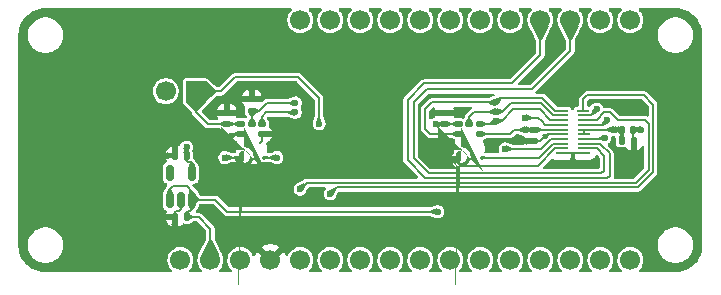
<source format=gbr>
%TF.GenerationSoftware,KiCad,Pcbnew,9.0.1*%
%TF.CreationDate,2025-07-30T00:23:40-04:00*%
%TF.ProjectId,T5848,54353834-382e-46b6-9963-61645f706362,rev?*%
%TF.SameCoordinates,Original*%
%TF.FileFunction,Copper,L4,Bot*%
%TF.FilePolarity,Positive*%
%FSLAX46Y46*%
G04 Gerber Fmt 4.6, Leading zero omitted, Abs format (unit mm)*
G04 Created by KiCad (PCBNEW 9.0.1) date 2025-07-30 00:23:40*
%MOMM*%
%LPD*%
G01*
G04 APERTURE LIST*
G04 Aperture macros list*
%AMRoundRect*
0 Rectangle with rounded corners*
0 $1 Rounding radius*
0 $2 $3 $4 $5 $6 $7 $8 $9 X,Y pos of 4 corners*
0 Add a 4 corners polygon primitive as box body*
4,1,4,$2,$3,$4,$5,$6,$7,$8,$9,$2,$3,0*
0 Add four circle primitives for the rounded corners*
1,1,$1+$1,$2,$3*
1,1,$1+$1,$4,$5*
1,1,$1+$1,$6,$7*
1,1,$1+$1,$8,$9*
0 Add four rect primitives between the rounded corners*
20,1,$1+$1,$2,$3,$4,$5,0*
20,1,$1+$1,$4,$5,$6,$7,0*
20,1,$1+$1,$6,$7,$8,$9,0*
20,1,$1+$1,$8,$9,$2,$3,0*%
%AMFreePoly0*
4,1,64,0.031751,0.146088,0.079639,0.146088,0.235856,0.115014,0.383010,0.054061,0.515445,-0.034429,0.628071,-0.147055,0.716561,-0.279490,0.777514,-0.426644,0.808588,-0.582861,0.808588,-0.742139,0.777514,-0.898356,0.716561,-1.045510,0.628071,-1.177945,0.515445,-1.290571,0.383010,-1.379061,0.235856,-1.440014,0.079639,-1.471088,-0.079639,-1.471088,-0.235856,-1.440014,-0.383010,-1.379061,
-0.515445,-1.290571,-0.628071,-1.177945,-0.716561,-1.045510,-0.777514,-0.898356,-0.808588,-0.742139,-0.808588,-0.595028,-0.512500,-0.595028,-0.512500,-0.729972,-0.477574,-0.860317,-0.410102,-0.977182,-0.314682,-1.072602,-0.197817,-1.140074,-0.067472,-1.175000,0.067472,-1.175000,0.197817,-1.140074,0.314682,-1.072602,0.410102,-0.977182,0.477574,-0.860317,0.512500,-0.729972,0.512500,-0.595028,
0.477574,-0.464683,0.410102,-0.347818,0.314682,-0.252398,0.197817,-0.184926,0.067472,-0.150000,-0.067472,-0.150000,-0.197817,-0.184926,-0.314682,-0.252398,-0.410102,-0.347818,-0.477574,-0.464683,-0.512500,-0.595028,-0.808588,-0.595028,-0.808588,-0.582861,-0.777514,-0.426644,-0.716561,-0.279490,-0.628071,-0.147055,-0.515445,-0.034429,-0.383010,0.054061,-0.235856,0.115014,-0.079639,0.146088,
-0.031751,0.146088,-0.029264,0.147118,0.029264,0.147118,0.031751,0.146088,0.031751,0.146088,$1*%
G04 Aperture macros list end*
%TA.AperFunction,ComponentPad*%
%ADD10R,1.700000X1.700000*%
%TD*%
%TA.AperFunction,ComponentPad*%
%ADD11C,1.700000*%
%TD*%
%TA.AperFunction,SMDPad,CuDef*%
%ADD12RoundRect,0.140000X-0.170000X0.140000X-0.170000X-0.140000X0.170000X-0.140000X0.170000X0.140000X0*%
%TD*%
%TA.AperFunction,SMDPad,CuDef*%
%ADD13RoundRect,0.140000X0.170000X-0.140000X0.170000X0.140000X-0.170000X0.140000X-0.170000X-0.140000X0*%
%TD*%
%TA.AperFunction,SMDPad,CuDef*%
%ADD14RoundRect,0.130500X0.169500X0.130500X-0.169500X0.130500X-0.169500X-0.130500X0.169500X-0.130500X0*%
%TD*%
%TA.AperFunction,SMDPad,CuDef*%
%ADD15FreePoly0,90.000000*%
%TD*%
%TA.AperFunction,SMDPad,CuDef*%
%ADD16RoundRect,0.075000X0.075000X0.075000X-0.075000X0.075000X-0.075000X-0.075000X0.075000X-0.075000X0*%
%TD*%
%TA.AperFunction,SMDPad,CuDef*%
%ADD17RoundRect,0.135000X-0.135000X-0.185000X0.135000X-0.185000X0.135000X0.185000X-0.135000X0.185000X0*%
%TD*%
%TA.AperFunction,SMDPad,CuDef*%
%ADD18RoundRect,0.140000X0.140000X0.170000X-0.140000X0.170000X-0.140000X-0.170000X0.140000X-0.170000X0*%
%TD*%
%TA.AperFunction,SMDPad,CuDef*%
%ADD19RoundRect,0.135000X0.185000X-0.135000X0.185000X0.135000X-0.185000X0.135000X-0.185000X-0.135000X0*%
%TD*%
%TA.AperFunction,SMDPad,CuDef*%
%ADD20RoundRect,0.150000X0.150000X-0.512500X0.150000X0.512500X-0.150000X0.512500X-0.150000X-0.512500X0*%
%TD*%
%TA.AperFunction,SMDPad,CuDef*%
%ADD21RoundRect,0.050000X-0.500000X0.050000X-0.500000X-0.050000X0.500000X-0.050000X0.500000X0.050000X0*%
%TD*%
%TA.AperFunction,SMDPad,CuDef*%
%ADD22RoundRect,0.050000X-0.450000X0.050000X-0.450000X-0.050000X0.450000X-0.050000X0.450000X0.050000X0*%
%TD*%
%TA.AperFunction,SMDPad,CuDef*%
%ADD23RoundRect,0.140000X-0.140000X-0.170000X0.140000X-0.170000X0.140000X0.170000X-0.140000X0.170000X0*%
%TD*%
%TA.AperFunction,ViaPad*%
%ADD24C,0.600000*%
%TD*%
%TA.AperFunction,Conductor*%
%ADD25C,0.200000*%
%TD*%
G04 APERTURE END LIST*
D10*
%TO.P,J3,1,Pin_1*%
%TO.N,+1.8V*%
X134564999Y-100870000D03*
D11*
%TO.P,J3,2,Pin_2*%
%TO.N,Net-(J3-Pin_2)*%
X132024999Y-100870000D03*
%TD*%
D12*
%TO.P,C5,1*%
%TO.N,+1.8V*%
X163200000Y-104120000D03*
%TO.P,C5,2*%
%TO.N,GND*%
X163200000Y-105080000D03*
%TD*%
D13*
%TO.P,C4,1*%
%TO.N,+1.8V*%
X155600000Y-103640000D03*
%TO.P,C4,2*%
%TO.N,GND*%
X155600000Y-102680000D03*
%TD*%
%TO.P,C3,1*%
%TO.N,+1.8V*%
X137180000Y-103640000D03*
%TO.P,C3,2*%
%TO.N,GND*%
X137180000Y-102680000D03*
%TD*%
D14*
%TO.P,MK2,1,WS*%
%TO.N,/WS_{LS}*%
X158610000Y-103636000D03*
%TO.P,MK2,2,LR*%
%TO.N,+1.8V*%
X158610000Y-104458000D03*
D15*
%TO.P,MK2,3,GND*%
%TO.N,GND*%
X157047500Y-105710000D03*
D16*
%TO.P,MK2,4,WAKE*%
%TO.N,/WAKE_2_{LS}*%
X158760000Y-106475000D03*
%TO.P,MK2,5,THSEL*%
%TO.N,/THSEL_2_{LS}*%
X156660000Y-106475000D03*
D14*
%TO.P,MK2,6,SCK*%
%TO.N,/SCK_{LS}*%
X156810000Y-104458000D03*
%TO.P,MK2,7,VDD*%
%TO.N,+1.8V*%
X156810000Y-103636000D03*
%TO.P,MK2,8,SD*%
%TO.N,/SD_{LS}*%
X157710000Y-103636000D03*
%TD*%
D17*
%TO.P,R2,1*%
%TO.N,VDD*%
X170619999Y-105030000D03*
%TO.P,R2,2*%
%TO.N,GND*%
X171640001Y-105030000D03*
%TD*%
D11*
%TO.P,J1,1,Pin_1*%
%TO.N,unconnected-(J1-Pin_1-Pad1)*%
X133260000Y-115160000D03*
%TO.P,J1,2,Pin_2*%
%TO.N,VDD*%
X135800000Y-115160000D03*
%TO.P,J1,3,Pin_3*%
%TO.N,unconnected-(J1-Pin_3-Pad3)*%
X138340000Y-115160001D03*
%TO.P,J1,4,Pin_4*%
%TO.N,GND*%
X140880000Y-115160000D03*
%TO.P,J1,5,Pin_5*%
%TO.N,/WS*%
X143420000Y-115160000D03*
%TO.P,J1,6,Pin_6*%
%TO.N,/SCK*%
X145960000Y-115160000D03*
%TO.P,J1,7,Pin_7*%
%TO.N,/SD*%
X148500001Y-115159999D03*
%TO.P,J1,8,Pin_8*%
%TO.N,/THSEL_1*%
X151040000Y-115160001D03*
%TO.P,J1,9,Pin_9*%
%TO.N,/WAKE_1*%
X153579999Y-115160001D03*
%TO.P,J1,10,Pin_10*%
%TO.N,unconnected-(J1-Pin_10-Pad10)*%
X156120000Y-115160000D03*
%TO.P,J1,11,Pin_11*%
%TO.N,unconnected-(J1-Pin_11-Pad11)*%
X158660000Y-115160000D03*
%TO.P,J1,12,Pin_12*%
%TO.N,unconnected-(J1-Pin_12-Pad12)*%
X161200000Y-115160000D03*
%TO.P,J1,13,Pin_13*%
%TO.N,unconnected-(J1-Pin_13-Pad13)*%
X163740001Y-115160000D03*
%TO.P,J1,14,Pin_14*%
%TO.N,unconnected-(J1-Pin_14-Pad14)*%
X166280000Y-115160000D03*
%TO.P,J1,15,Pin_15*%
%TO.N,unconnected-(J1-Pin_15-Pad15)*%
X168820000Y-115160000D03*
%TO.P,J1,16,Pin_16*%
%TO.N,unconnected-(J1-Pin_16-Pad16)*%
X171360000Y-115160001D03*
%TD*%
D18*
%TO.P,C2,1*%
%TO.N,Net-(J3-Pin_2)*%
X133780000Y-106300000D03*
%TO.P,C2,2*%
%TO.N,GND*%
X132820000Y-106300000D03*
%TD*%
D19*
%TO.P,R1,1*%
%TO.N,/SD_{LS}*%
X139300000Y-102510001D03*
%TO.P,R1,2*%
%TO.N,GND*%
X139300000Y-101489999D03*
%TD*%
D20*
%TO.P,U2,1,IN*%
%TO.N,VDD*%
X134249999Y-110037500D03*
%TO.P,U2,2,GND*%
%TO.N,GND*%
X133300000Y-110037500D03*
%TO.P,U2,3,EN*%
%TO.N,VDD*%
X132350000Y-110037501D03*
%TO.P,U2,4,NC*%
%TO.N,unconnected-(U2-NC-Pad4)*%
X132350001Y-107762500D03*
%TO.P,U2,5,OUT*%
%TO.N,Net-(J3-Pin_2)*%
X134250000Y-107762499D03*
%TD*%
D18*
%TO.P,C1,1*%
%TO.N,VDD*%
X133780000Y-111500000D03*
%TO.P,C1,2*%
%TO.N,GND*%
X132820000Y-111500000D03*
%TD*%
D21*
%TO.P,U3,1,A1*%
%TO.N,/SCK*%
X167350000Y-102500000D03*
D22*
%TO.P,U3,2,A2*%
%TO.N,/SD*%
X167400000Y-102900000D03*
%TO.P,U3,3,A3*%
%TO.N,/WS*%
X167400000Y-103300000D03*
%TO.P,U3,4,A4*%
%TO.N,/THSEL_1*%
X167400000Y-103700000D03*
%TO.P,U3,5,VCCA*%
%TO.N,VDD*%
X167400000Y-104100000D03*
%TO.P,U3,6,OE*%
X167400000Y-104500000D03*
%TO.P,U3,7,A5*%
%TO.N,/WAKE_1*%
X167400000Y-104900000D03*
%TO.P,U3,8,A6*%
%TO.N,/WAKE_2*%
X167400000Y-105300000D03*
%TO.P,U3,9,A7*%
%TO.N,/THSEL_2*%
X167400000Y-105700000D03*
%TO.P,U3,10,A8*%
%TO.N,GND*%
X167400000Y-106100000D03*
%TO.P,U3,11,B8*%
X165600000Y-106100000D03*
%TO.P,U3,12,B7*%
%TO.N,/THSEL_2_{LS}*%
X165600000Y-105700000D03*
%TO.P,U3,13,B6*%
%TO.N,/WAKE_2_{LS}*%
X165600000Y-105300000D03*
%TO.P,U3,14,B5*%
%TO.N,/WAKE_1_{LS}*%
X165600000Y-104900000D03*
%TO.P,U3,15,GND*%
%TO.N,GND*%
X165600000Y-104500000D03*
%TO.P,U3,16,VCCB*%
%TO.N,+1.8V*%
X165600000Y-104100000D03*
%TO.P,U3,17,B4*%
%TO.N,/THSEL_1_{LS}*%
X165600000Y-103700000D03*
%TO.P,U3,18,B3*%
%TO.N,/WS_{LS}*%
X165600000Y-103300000D03*
%TO.P,U3,19,B2*%
%TO.N,/SD_{LS}*%
X165600000Y-102900000D03*
%TO.P,U3,20,B1*%
%TO.N,/SCK_{LS}*%
X165600000Y-102500000D03*
%TD*%
D14*
%TO.P,MK1,1,WS*%
%TO.N,/WS_{LS}*%
X140190000Y-103636000D03*
%TO.P,MK1,2,LR*%
%TO.N,GND*%
X140190000Y-104458000D03*
D15*
%TO.P,MK1,3,GND*%
X138627500Y-105710000D03*
D16*
%TO.P,MK1,4,WAKE*%
%TO.N,/WAKE_1_{LS}*%
X140340000Y-106475000D03*
%TO.P,MK1,5,THSEL*%
%TO.N,/THSEL_1_{LS}*%
X138240000Y-106475000D03*
D14*
%TO.P,MK1,6,SCK*%
%TO.N,/SCK_{LS}*%
X138390000Y-104458000D03*
%TO.P,MK1,7,VDD*%
%TO.N,+1.8V*%
X138390000Y-103636000D03*
%TO.P,MK1,8,SD*%
%TO.N,/SD_{LS}*%
X139290000Y-103636000D03*
%TD*%
D11*
%TO.P,J2,1,Pin_1*%
%TO.N,unconnected-(J2-Pin_1-Pad1)*%
X143420000Y-94840000D03*
%TO.P,J2,2,Pin_2*%
%TO.N,unconnected-(J2-Pin_2-Pad2)*%
X145960000Y-94840000D03*
%TO.P,J2,3,Pin_3*%
%TO.N,unconnected-(J2-Pin_3-Pad3)*%
X148500000Y-94840001D03*
%TO.P,J2,4,Pin_4*%
%TO.N,unconnected-(J2-Pin_4-Pad4)*%
X151040000Y-94840000D03*
%TO.P,J2,5,Pin_5*%
%TO.N,unconnected-(J2-Pin_5-Pad5)*%
X153580000Y-94840000D03*
%TO.P,J2,6,Pin_6*%
%TO.N,unconnected-(J2-Pin_6-Pad6)*%
X156120000Y-94840000D03*
%TO.P,J2,7,Pin_7*%
%TO.N,unconnected-(J2-Pin_7-Pad7)*%
X158660001Y-94839999D03*
%TO.P,J2,8,Pin_8*%
%TO.N,unconnected-(J2-Pin_8-Pad8)*%
X161200000Y-94840001D03*
%TO.P,J2,9,Pin_9*%
%TO.N,/WAKE_2*%
X163739999Y-94840001D03*
%TO.P,J2,10,Pin_10*%
%TO.N,/THSEL_2*%
X166280000Y-94840000D03*
%TO.P,J2,11,Pin_11*%
%TO.N,unconnected-(J2-Pin_11-Pad11)*%
X168820000Y-94840000D03*
%TO.P,J2,12,Pin_12*%
%TO.N,unconnected-(J2-Pin_12-Pad12)*%
X171360000Y-94840000D03*
%TD*%
D23*
%TO.P,C6,1*%
%TO.N,VDD*%
X170640000Y-104100000D03*
%TO.P,C6,2*%
%TO.N,GND*%
X171600000Y-104100000D03*
%TD*%
D24*
%TO.N,/THSEL_1*%
X169400000Y-103300000D03*
%TO.N,GND*%
X166500000Y-106800000D03*
X171700000Y-107500000D03*
X152300000Y-110050000D03*
X154900000Y-102700000D03*
X165000000Y-97000000D03*
X132800000Y-112200000D03*
X172300000Y-104100000D03*
X172100000Y-102200000D03*
X162480000Y-105080000D03*
X155900000Y-105710000D03*
X141150000Y-104450000D03*
X163000000Y-99500000D03*
X149800000Y-112550000D03*
X139300000Y-100700000D03*
X136500000Y-102700000D03*
X171000000Y-102250000D03*
X132040000Y-106300000D03*
X137520000Y-105710000D03*
X152350000Y-112500000D03*
%TO.N,/WAKE_1*%
X169200000Y-104800000D03*
%TO.N,/WS*%
X143400000Y-109150000D03*
%TO.N,/SD*%
X168500000Y-102400000D03*
%TO.N,+1.8V*%
X162480000Y-104120000D03*
X145000000Y-103600000D03*
X154900000Y-103640000D03*
%TO.N,/SCK*%
X145950000Y-109550000D03*
%TO.N,VDD*%
X155050000Y-111050000D03*
X169990000Y-104100000D03*
%TO.N,/THSEL_1_{LS}*%
X137030000Y-106470000D03*
X162450000Y-103100000D03*
%TO.N,/WAKE_1_{LS}*%
X141430000Y-106470000D03*
X160770000Y-105740000D03*
%TO.N,/WS_{LS}*%
X160000000Y-103400003D03*
X143000000Y-102650000D03*
%TO.N,/SD_{LS}*%
X143000000Y-101850000D03*
X160000000Y-102600000D03*
%TO.N,/SCK_{LS}*%
X137450000Y-104700000D03*
X160000000Y-101800000D03*
%TO.N,Net-(J3-Pin_2)*%
X133780000Y-105600000D03*
%TD*%
D25*
%TO.N,/THSEL_1*%
X169000000Y-103700000D02*
X169400000Y-103300000D01*
X167400000Y-103700000D02*
X169000000Y-103700000D01*
%TO.N,GND*%
X138627500Y-105710000D02*
X137520000Y-105710000D01*
X171600000Y-104989999D02*
X171640001Y-105030000D01*
X171600000Y-104100000D02*
X172300000Y-104100000D01*
X137180000Y-102680000D02*
X136520000Y-102680000D01*
X133100000Y-111000000D02*
X132900000Y-111000000D01*
X132820000Y-111500000D02*
X132820000Y-112180000D01*
X171600000Y-104100000D02*
X171600000Y-104989999D01*
X166500000Y-106400000D02*
X166500000Y-106300000D01*
X133300000Y-110800000D02*
X133100000Y-111000000D01*
X132820000Y-106300000D02*
X132040000Y-106300000D01*
X166500000Y-106300000D02*
X166700000Y-106100000D01*
X140190000Y-104458000D02*
X141142000Y-104458000D01*
X164300000Y-104500000D02*
X165600000Y-104500000D01*
X133300000Y-110037500D02*
X133300000Y-110800000D01*
X166500000Y-106300000D02*
X166300000Y-106100000D01*
X166500000Y-106100000D02*
X166500000Y-106400000D01*
X166700000Y-106100000D02*
X167400000Y-106100000D01*
X157047500Y-105710000D02*
X155900000Y-105710000D01*
X163720000Y-105080000D02*
X164300000Y-104500000D01*
X154920000Y-102680000D02*
X154900000Y-102700000D01*
X163200000Y-105080000D02*
X163720000Y-105080000D01*
X166300000Y-106100000D02*
X166500000Y-106100000D01*
X132820000Y-111080000D02*
X132820000Y-111500000D01*
X132820000Y-112180000D02*
X132800000Y-112200000D01*
X140190000Y-105043029D02*
X139983524Y-105249505D01*
X132900000Y-111000000D02*
X132820000Y-111080000D01*
X166500000Y-106100000D02*
X166700000Y-106100000D01*
X139300000Y-101489999D02*
X139300000Y-100700000D01*
X166500000Y-106400000D02*
X166500000Y-106800000D01*
X165600000Y-106100000D02*
X166300000Y-106100000D01*
X141142000Y-104458000D02*
X141150000Y-104450000D01*
X155600000Y-102680000D02*
X154920000Y-102680000D01*
X163200000Y-105080000D02*
X162480000Y-105080000D01*
X140190000Y-104458000D02*
X140190000Y-105043029D01*
X136520000Y-102680000D02*
X136500000Y-102700000D01*
%TO.N,/WAKE_1*%
X167400000Y-104900000D02*
X169100000Y-104900000D01*
X169100000Y-104900000D02*
X169200000Y-104800000D01*
%TO.N,/WS*%
X145450000Y-108600000D02*
X143950000Y-108600000D01*
X169150000Y-102650000D02*
X169669239Y-102650000D01*
X172600000Y-103300000D02*
X172900000Y-103600000D01*
X168500000Y-103300000D02*
X169150000Y-102650000D01*
X167400000Y-103300000D02*
X168500000Y-103300000D01*
X169669239Y-102650000D02*
X170319239Y-103300000D01*
X171800000Y-108600000D02*
X145450000Y-108600000D01*
X172900000Y-103600000D02*
X172900000Y-107500000D01*
X172900000Y-107500000D02*
X171800000Y-108600000D01*
X170319239Y-103300000D02*
X172600000Y-103300000D01*
X143950000Y-108600000D02*
X143400000Y-109150000D01*
%TO.N,/SD*%
X167400000Y-102900000D02*
X168000000Y-102900000D01*
X168000000Y-102900000D02*
X168500000Y-102400000D01*
%TO.N,+1.8V*%
X145000000Y-101400000D02*
X145000000Y-103600000D01*
X165600000Y-104100000D02*
X163220000Y-104100000D01*
X134564999Y-102604999D02*
X135600000Y-103640000D01*
X137184000Y-103636000D02*
X137180000Y-103640000D01*
X134564999Y-100870000D02*
X134564999Y-102604999D01*
X161192000Y-104458000D02*
X161530000Y-104120000D01*
X137900000Y-99650000D02*
X143250000Y-99650000D01*
X155600000Y-103640000D02*
X156806000Y-103640000D01*
X158610000Y-104458000D02*
X161192000Y-104458000D01*
X163200000Y-104120000D02*
X162480000Y-104120000D01*
X155600000Y-103640000D02*
X154900000Y-103640000D01*
X156806000Y-103640000D02*
X156810000Y-103636000D01*
X163220000Y-104100000D02*
X163200000Y-104120000D01*
X136680000Y-100870000D02*
X137900000Y-99650000D01*
X143250000Y-99650000D02*
X145000000Y-101400000D01*
X134564999Y-100870000D02*
X136680000Y-100870000D01*
X161530000Y-104120000D02*
X162480000Y-104120000D01*
X135600000Y-103640000D02*
X137180000Y-103640000D01*
X138390000Y-103636000D02*
X137184000Y-103636000D01*
%TO.N,/SCK*%
X172000000Y-109000000D02*
X146950000Y-109000000D01*
X172500000Y-101200000D02*
X173300000Y-102000000D01*
X167350000Y-102500000D02*
X167350000Y-101550000D01*
X173300000Y-102000000D02*
X173300000Y-107700000D01*
X167350000Y-101550000D02*
X167700000Y-101200000D01*
X173300000Y-107700000D02*
X172000000Y-109000000D01*
X146500000Y-109000000D02*
X145950000Y-109550000D01*
X167700000Y-101200000D02*
X172500000Y-101200000D01*
X146950000Y-109000000D02*
X146500000Y-109000000D01*
%TO.N,/THSEL_2*%
X154100000Y-100700000D02*
X163000000Y-100700000D01*
X168900000Y-107800000D02*
X154300000Y-107800000D01*
X153000000Y-101800000D02*
X154100000Y-100700000D01*
X169100000Y-107600000D02*
X168900000Y-107800000D01*
X168500000Y-105700000D02*
X169100000Y-106300000D01*
X154300000Y-107800000D02*
X153000000Y-106500000D01*
X163000000Y-100700000D02*
X166280000Y-97420000D01*
X166280000Y-97420000D02*
X166280000Y-94840000D01*
X153000000Y-106500000D02*
X153000000Y-101800000D01*
X169100000Y-106300000D02*
X169100000Y-107600000D01*
X167400000Y-105700000D02*
X168500000Y-105700000D01*
%TO.N,/WAKE_2*%
X169400000Y-108200000D02*
X154000000Y-108200000D01*
X163739999Y-97760001D02*
X163739999Y-94840001D01*
X168800000Y-105300000D02*
X169600000Y-106100000D01*
X167400000Y-105300000D02*
X168800000Y-105300000D01*
X161300000Y-100200000D02*
X163739999Y-97760001D01*
X152500000Y-106700000D02*
X152500000Y-101600000D01*
X153900000Y-100200000D02*
X161300000Y-100200000D01*
X169600000Y-108000000D02*
X169400000Y-108200000D01*
X154000000Y-108200000D02*
X152500000Y-106700000D01*
X152500000Y-101600000D02*
X153900000Y-100200000D01*
X169600000Y-106100000D02*
X169600000Y-108000000D01*
%TO.N,VDD*%
X132600000Y-108900000D02*
X133800000Y-108900000D01*
X169990000Y-104100000D02*
X170640000Y-104100000D01*
X134249999Y-109349999D02*
X134249999Y-110037500D01*
X132350000Y-110037501D02*
X132350000Y-109150000D01*
X155050000Y-111050000D02*
X137200000Y-111050000D01*
X167400000Y-104500000D02*
X167400000Y-104100000D01*
X133780000Y-111500000D02*
X134800000Y-111500000D01*
X134249999Y-110850001D02*
X134249999Y-110037500D01*
X167400000Y-104100000D02*
X169990000Y-104100000D01*
X134800000Y-111500000D02*
X135800000Y-112500000D01*
X170619999Y-104120001D02*
X170640000Y-104100000D01*
X133900000Y-111000000D02*
X134100000Y-111000000D01*
X133800000Y-108900000D02*
X134249999Y-109349999D01*
X137200000Y-111050000D02*
X136187500Y-110037500D01*
X170619999Y-105030000D02*
X170619999Y-104120001D01*
X133780000Y-111120000D02*
X133900000Y-111000000D01*
X134100000Y-111000000D02*
X134249999Y-110850001D01*
X136187500Y-110037500D02*
X134249999Y-110037500D01*
X132350000Y-109150000D02*
X132600000Y-108900000D01*
X135800000Y-112500000D02*
X135800000Y-115160000D01*
X133780000Y-111500000D02*
X133780000Y-111120000D01*
%TO.N,/THSEL_1_{LS}*%
X137030000Y-106470000D02*
X138235000Y-106470000D01*
X164150000Y-103700000D02*
X163850000Y-103400000D01*
X163550000Y-103100000D02*
X162450000Y-103100000D01*
X163850000Y-103400000D02*
X163550000Y-103100000D01*
X165600000Y-103700000D02*
X164150000Y-103700000D01*
X138235000Y-106470000D02*
X138240000Y-106475000D01*
%TO.N,/WAKE_1_{LS}*%
X140340000Y-106475000D02*
X141425000Y-106475000D01*
X141425000Y-106475000D02*
X141430000Y-106470000D01*
X164668630Y-104900000D02*
X163828630Y-105740000D01*
X165600000Y-104900000D02*
X164668630Y-104900000D01*
X163828630Y-105740000D02*
X160770000Y-105740000D01*
%TO.N,/WS_{LS}*%
X140190000Y-103010000D02*
X140190000Y-103636000D01*
X160000003Y-103400000D02*
X160450000Y-103400000D01*
X164583235Y-103300000D02*
X165600000Y-103300000D01*
X160000000Y-103400003D02*
X160000003Y-103400000D01*
X143000000Y-102650000D02*
X140550000Y-102650000D01*
X140550000Y-102650000D02*
X140190000Y-103010000D01*
X161450000Y-102400000D02*
X163683235Y-102400000D01*
X159764003Y-103636000D02*
X158610000Y-103636000D01*
X160000000Y-103400003D02*
X159764003Y-103636000D01*
X160450000Y-103400000D02*
X161450000Y-102400000D01*
X163683235Y-102400000D02*
X164583235Y-103300000D01*
%TO.N,/SD_{LS}*%
X161250000Y-101850000D02*
X163784315Y-101850000D01*
X157710000Y-103030000D02*
X158140000Y-102600000D01*
X158140000Y-102600000D02*
X160000000Y-102600000D01*
X160500000Y-102600000D02*
X161250000Y-101850000D01*
X139939999Y-102510001D02*
X139300000Y-102510001D01*
X139300000Y-102510001D02*
X139300000Y-103626000D01*
X140600003Y-101849997D02*
X139939999Y-102510001D01*
X164834315Y-102900000D02*
X165600000Y-102900000D01*
X143000000Y-101850000D02*
X142999997Y-101849997D01*
X142999997Y-101849997D02*
X140600003Y-101849997D01*
X163784315Y-101850000D02*
X164834315Y-102900000D01*
X139300000Y-103626000D02*
X139290000Y-103636000D01*
X160000000Y-102600000D02*
X160500000Y-102600000D01*
X157710000Y-103636000D02*
X157710000Y-103030000D01*
%TO.N,/SCK_{LS}*%
X163900000Y-101400000D02*
X160400000Y-101400000D01*
X165600000Y-102500000D02*
X165000000Y-102500000D01*
X165000000Y-102500000D02*
X163900000Y-101400000D01*
X154409685Y-104458000D02*
X153990000Y-104038315D01*
X156810000Y-104458000D02*
X154409685Y-104458000D01*
X160400000Y-101400000D02*
X160000000Y-101800000D01*
X138390000Y-104458000D02*
X137692000Y-104458000D01*
X153990000Y-102350000D02*
X154540000Y-101800000D01*
X153990000Y-104038315D02*
X153990000Y-103650000D01*
X154540000Y-101800000D02*
X160000000Y-101800000D01*
X137692000Y-104458000D02*
X137450000Y-104700000D01*
X153990000Y-103650000D02*
X153990000Y-102350000D01*
%TO.N,/THSEL_2_{LS}*%
X165600000Y-105700000D02*
X165000000Y-105700000D01*
X163540000Y-107160000D02*
X156980000Y-107160000D01*
X156660000Y-106840000D02*
X156660000Y-106475000D01*
X165000000Y-105700000D02*
X163540000Y-107160000D01*
X156980000Y-107160000D02*
X156660000Y-106840000D01*
%TO.N,/WAKE_2_{LS}*%
X163659314Y-106475000D02*
X164834315Y-105300000D01*
X164834315Y-105300000D02*
X165600000Y-105300000D01*
X158760000Y-106475000D02*
X163659314Y-106475000D01*
%TO.N,Net-(J3-Pin_2)*%
X133780000Y-106760000D02*
X133880000Y-106860000D01*
X134150000Y-106860000D02*
X134250000Y-106960000D01*
X134250000Y-106960000D02*
X134250000Y-107762499D01*
X133780000Y-106300000D02*
X133780000Y-105600000D01*
X133780000Y-106300000D02*
X133780000Y-106760000D01*
X133880000Y-106860000D02*
X134150000Y-106860000D01*
%TD*%
%TA.AperFunction,Conductor*%
%TO.N,GND*%
G36*
X142650835Y-93840185D02*
G01*
X142696590Y-93892989D01*
X142706534Y-93962147D01*
X142677509Y-94025703D01*
X142671477Y-94032181D01*
X142580588Y-94123069D01*
X142580588Y-94123070D01*
X142580586Y-94123072D01*
X142536859Y-94183256D01*
X142478768Y-94263211D01*
X142400128Y-94417552D01*
X142346597Y-94582302D01*
X142319500Y-94753389D01*
X142319500Y-94926610D01*
X142346597Y-95097697D01*
X142346597Y-95097699D01*
X142346598Y-95097701D01*
X142400127Y-95262445D01*
X142478768Y-95416788D01*
X142580586Y-95556928D01*
X142703072Y-95679414D01*
X142843212Y-95781232D01*
X142997555Y-95859873D01*
X143162299Y-95913402D01*
X143333389Y-95940500D01*
X143333390Y-95940500D01*
X143506610Y-95940500D01*
X143506611Y-95940500D01*
X143677701Y-95913402D01*
X143842445Y-95859873D01*
X143996788Y-95781232D01*
X144136928Y-95679414D01*
X144259414Y-95556928D01*
X144361232Y-95416788D01*
X144439873Y-95262445D01*
X144493402Y-95097701D01*
X144520500Y-94926611D01*
X144520500Y-94753389D01*
X144493402Y-94582299D01*
X144439873Y-94417555D01*
X144361232Y-94263212D01*
X144259414Y-94123072D01*
X144168523Y-94032181D01*
X144135038Y-93970858D01*
X144140022Y-93901166D01*
X144181894Y-93845233D01*
X144247358Y-93820816D01*
X144256204Y-93820500D01*
X145123796Y-93820500D01*
X145190835Y-93840185D01*
X145236590Y-93892989D01*
X145246534Y-93962147D01*
X145217509Y-94025703D01*
X145211477Y-94032181D01*
X145120588Y-94123069D01*
X145120588Y-94123070D01*
X145120586Y-94123072D01*
X145076859Y-94183256D01*
X145018768Y-94263211D01*
X144940128Y-94417552D01*
X144886597Y-94582302D01*
X144859500Y-94753389D01*
X144859500Y-94926610D01*
X144886597Y-95097697D01*
X144886597Y-95097699D01*
X144886598Y-95097701D01*
X144940127Y-95262445D01*
X145018768Y-95416788D01*
X145120586Y-95556928D01*
X145243072Y-95679414D01*
X145383212Y-95781232D01*
X145537555Y-95859873D01*
X145702299Y-95913402D01*
X145873389Y-95940500D01*
X145873390Y-95940500D01*
X146046610Y-95940500D01*
X146046611Y-95940500D01*
X146217701Y-95913402D01*
X146382445Y-95859873D01*
X146536788Y-95781232D01*
X146676928Y-95679414D01*
X146799414Y-95556928D01*
X146901232Y-95416788D01*
X146979873Y-95262445D01*
X147033402Y-95097701D01*
X147060500Y-94926611D01*
X147060500Y-94753389D01*
X147033402Y-94582299D01*
X146979873Y-94417555D01*
X146901232Y-94263212D01*
X146799414Y-94123072D01*
X146708523Y-94032181D01*
X146675038Y-93970858D01*
X146680022Y-93901166D01*
X146721894Y-93845233D01*
X146787358Y-93820816D01*
X146796204Y-93820500D01*
X147663797Y-93820500D01*
X147730836Y-93840185D01*
X147776591Y-93892989D01*
X147786535Y-93962147D01*
X147757510Y-94025703D01*
X147751478Y-94032181D01*
X147660588Y-94123070D01*
X147660588Y-94123071D01*
X147660586Y-94123073D01*
X147616859Y-94183257D01*
X147558768Y-94263212D01*
X147480128Y-94417553D01*
X147426597Y-94582303D01*
X147422290Y-94609500D01*
X147399500Y-94753390D01*
X147399500Y-94926612D01*
X147426598Y-95097702D01*
X147480126Y-95262444D01*
X147480128Y-95262448D01*
X147511269Y-95323566D01*
X147558768Y-95416789D01*
X147660586Y-95556929D01*
X147783072Y-95679415D01*
X147923212Y-95781233D01*
X148077555Y-95859874D01*
X148242299Y-95913403D01*
X148413389Y-95940501D01*
X148413390Y-95940501D01*
X148586610Y-95940501D01*
X148586611Y-95940501D01*
X148757701Y-95913403D01*
X148922445Y-95859874D01*
X149076788Y-95781233D01*
X149216928Y-95679415D01*
X149339414Y-95556929D01*
X149441232Y-95416789D01*
X149519873Y-95262446D01*
X149573402Y-95097702D01*
X149600500Y-94926612D01*
X149600500Y-94753390D01*
X149573402Y-94582300D01*
X149519873Y-94417556D01*
X149441232Y-94263213D01*
X149339414Y-94123073D01*
X149248522Y-94032181D01*
X149215037Y-93970858D01*
X149220021Y-93901166D01*
X149261893Y-93845233D01*
X149327357Y-93820816D01*
X149336203Y-93820500D01*
X150203796Y-93820500D01*
X150270835Y-93840185D01*
X150316590Y-93892989D01*
X150326534Y-93962147D01*
X150297509Y-94025703D01*
X150291477Y-94032181D01*
X150200588Y-94123069D01*
X150200588Y-94123070D01*
X150200586Y-94123072D01*
X150156859Y-94183256D01*
X150098768Y-94263211D01*
X150020128Y-94417552D01*
X149966597Y-94582302D01*
X149939500Y-94753389D01*
X149939500Y-94926610D01*
X149966597Y-95097697D01*
X149966597Y-95097699D01*
X149966598Y-95097701D01*
X150020127Y-95262445D01*
X150098768Y-95416788D01*
X150200586Y-95556928D01*
X150323072Y-95679414D01*
X150463212Y-95781232D01*
X150617555Y-95859873D01*
X150782299Y-95913402D01*
X150953389Y-95940500D01*
X150953390Y-95940500D01*
X151126610Y-95940500D01*
X151126611Y-95940500D01*
X151297701Y-95913402D01*
X151462445Y-95859873D01*
X151616788Y-95781232D01*
X151756928Y-95679414D01*
X151879414Y-95556928D01*
X151981232Y-95416788D01*
X152059873Y-95262445D01*
X152113402Y-95097701D01*
X152140500Y-94926611D01*
X152140500Y-94753389D01*
X152113402Y-94582299D01*
X152059873Y-94417555D01*
X151981232Y-94263212D01*
X151879414Y-94123072D01*
X151788523Y-94032181D01*
X151755038Y-93970858D01*
X151760022Y-93901166D01*
X151801894Y-93845233D01*
X151867358Y-93820816D01*
X151876204Y-93820500D01*
X152743796Y-93820500D01*
X152810835Y-93840185D01*
X152856590Y-93892989D01*
X152866534Y-93962147D01*
X152837509Y-94025703D01*
X152831477Y-94032181D01*
X152740588Y-94123069D01*
X152740588Y-94123070D01*
X152740586Y-94123072D01*
X152696859Y-94183256D01*
X152638768Y-94263211D01*
X152560128Y-94417552D01*
X152506597Y-94582302D01*
X152479500Y-94753389D01*
X152479500Y-94926610D01*
X152506597Y-95097697D01*
X152506597Y-95097699D01*
X152506598Y-95097701D01*
X152560127Y-95262445D01*
X152638768Y-95416788D01*
X152740586Y-95556928D01*
X152863072Y-95679414D01*
X153003212Y-95781232D01*
X153157555Y-95859873D01*
X153322299Y-95913402D01*
X153493389Y-95940500D01*
X153493390Y-95940500D01*
X153666610Y-95940500D01*
X153666611Y-95940500D01*
X153837701Y-95913402D01*
X154002445Y-95859873D01*
X154156788Y-95781232D01*
X154296928Y-95679414D01*
X154419414Y-95556928D01*
X154521232Y-95416788D01*
X154599873Y-95262445D01*
X154653402Y-95097701D01*
X154680500Y-94926611D01*
X154680500Y-94753389D01*
X154653402Y-94582299D01*
X154599873Y-94417555D01*
X154521232Y-94263212D01*
X154419414Y-94123072D01*
X154328523Y-94032181D01*
X154295038Y-93970858D01*
X154300022Y-93901166D01*
X154341894Y-93845233D01*
X154407358Y-93820816D01*
X154416204Y-93820500D01*
X155283796Y-93820500D01*
X155350835Y-93840185D01*
X155396590Y-93892989D01*
X155406534Y-93962147D01*
X155377509Y-94025703D01*
X155371477Y-94032181D01*
X155280588Y-94123069D01*
X155280588Y-94123070D01*
X155280586Y-94123072D01*
X155236859Y-94183256D01*
X155178768Y-94263211D01*
X155100128Y-94417552D01*
X155046597Y-94582302D01*
X155019500Y-94753389D01*
X155019500Y-94926610D01*
X155046597Y-95097697D01*
X155046597Y-95097699D01*
X155046598Y-95097701D01*
X155100127Y-95262445D01*
X155178768Y-95416788D01*
X155280586Y-95556928D01*
X155403072Y-95679414D01*
X155543212Y-95781232D01*
X155697555Y-95859873D01*
X155862299Y-95913402D01*
X156033389Y-95940500D01*
X156033390Y-95940500D01*
X156206610Y-95940500D01*
X156206611Y-95940500D01*
X156377701Y-95913402D01*
X156542445Y-95859873D01*
X156696788Y-95781232D01*
X156836928Y-95679414D01*
X156959414Y-95556928D01*
X157061232Y-95416788D01*
X157139873Y-95262445D01*
X157193402Y-95097701D01*
X157220500Y-94926611D01*
X157220500Y-94753389D01*
X157193402Y-94582299D01*
X157139873Y-94417555D01*
X157061232Y-94263212D01*
X156959414Y-94123072D01*
X156868523Y-94032181D01*
X156835038Y-93970858D01*
X156840022Y-93901166D01*
X156881894Y-93845233D01*
X156947358Y-93820816D01*
X156956204Y-93820500D01*
X157823796Y-93820500D01*
X157890835Y-93840185D01*
X157936590Y-93892989D01*
X157946534Y-93962147D01*
X157917509Y-94025703D01*
X157911477Y-94032181D01*
X157820589Y-94123068D01*
X157820589Y-94123069D01*
X157820587Y-94123071D01*
X157820586Y-94123073D01*
X157718769Y-94263210D01*
X157640129Y-94417551D01*
X157586598Y-94582301D01*
X157559501Y-94753388D01*
X157559501Y-94926609D01*
X157586598Y-95097696D01*
X157586598Y-95097698D01*
X157586599Y-95097700D01*
X157640128Y-95262444D01*
X157718769Y-95416787D01*
X157820587Y-95556927D01*
X157943073Y-95679413D01*
X158083213Y-95781231D01*
X158237556Y-95859872D01*
X158402300Y-95913401D01*
X158573390Y-95940499D01*
X158573391Y-95940499D01*
X158746611Y-95940499D01*
X158746612Y-95940499D01*
X158917702Y-95913401D01*
X159082446Y-95859872D01*
X159236789Y-95781231D01*
X159376929Y-95679413D01*
X159499415Y-95556927D01*
X159601233Y-95416787D01*
X159679874Y-95262444D01*
X159733403Y-95097700D01*
X159760501Y-94926610D01*
X159760501Y-94753388D01*
X159733403Y-94582298D01*
X159679874Y-94417554D01*
X159601233Y-94263211D01*
X159499415Y-94123071D01*
X159408525Y-94032181D01*
X159375040Y-93970858D01*
X159380024Y-93901166D01*
X159421896Y-93845233D01*
X159487360Y-93820816D01*
X159496206Y-93820500D01*
X160363797Y-93820500D01*
X160430836Y-93840185D01*
X160476591Y-93892989D01*
X160486535Y-93962147D01*
X160457510Y-94025703D01*
X160451478Y-94032181D01*
X160360588Y-94123070D01*
X160360588Y-94123071D01*
X160360586Y-94123073D01*
X160316859Y-94183257D01*
X160258768Y-94263212D01*
X160180128Y-94417553D01*
X160126597Y-94582303D01*
X160122290Y-94609500D01*
X160099500Y-94753390D01*
X160099500Y-94926612D01*
X160126598Y-95097702D01*
X160180126Y-95262444D01*
X160180128Y-95262448D01*
X160211269Y-95323566D01*
X160258768Y-95416789D01*
X160360586Y-95556929D01*
X160483072Y-95679415D01*
X160623212Y-95781233D01*
X160777555Y-95859874D01*
X160942299Y-95913403D01*
X161113389Y-95940501D01*
X161113390Y-95940501D01*
X161286610Y-95940501D01*
X161286611Y-95940501D01*
X161457701Y-95913403D01*
X161622445Y-95859874D01*
X161776788Y-95781233D01*
X161916928Y-95679415D01*
X162039414Y-95556929D01*
X162141232Y-95416789D01*
X162219873Y-95262446D01*
X162273402Y-95097702D01*
X162300500Y-94926612D01*
X162300500Y-94753390D01*
X162273402Y-94582300D01*
X162219873Y-94417556D01*
X162141232Y-94263213D01*
X162039414Y-94123073D01*
X161948522Y-94032181D01*
X161915037Y-93970858D01*
X161920021Y-93901166D01*
X161961893Y-93845233D01*
X162027357Y-93820816D01*
X162036203Y-93820500D01*
X162903796Y-93820500D01*
X162970835Y-93840185D01*
X163016590Y-93892989D01*
X163026534Y-93962147D01*
X162997509Y-94025703D01*
X162991477Y-94032181D01*
X162900587Y-94123070D01*
X162900587Y-94123071D01*
X162900585Y-94123073D01*
X162856858Y-94183257D01*
X162798767Y-94263212D01*
X162720127Y-94417553D01*
X162666596Y-94582303D01*
X162662289Y-94609500D01*
X162639499Y-94753390D01*
X162639499Y-94926612D01*
X162666597Y-95097702D01*
X162720126Y-95262446D01*
X162798766Y-95416788D01*
X162798771Y-95416796D01*
X162801314Y-95420946D01*
X162801006Y-95421134D01*
X162806848Y-95430742D01*
X163081720Y-95979549D01*
X163323040Y-96461368D01*
X163376370Y-96567845D01*
X163389499Y-96623375D01*
X163389499Y-97563457D01*
X163369814Y-97630496D01*
X163353180Y-97651138D01*
X161191137Y-99813181D01*
X161129814Y-99846666D01*
X161103456Y-99849500D01*
X153853856Y-99849500D01*
X153764712Y-99873386D01*
X153764709Y-99873387D01*
X153684791Y-99919527D01*
X153684786Y-99919531D01*
X152219531Y-101384786D01*
X152219527Y-101384791D01*
X152182894Y-101448243D01*
X152182894Y-101448244D01*
X152173386Y-101464711D01*
X152158697Y-101519531D01*
X152149500Y-101553856D01*
X152149500Y-106746144D01*
X152171180Y-106827057D01*
X152172874Y-106833378D01*
X152173386Y-106835288D01*
X152173387Y-106835291D01*
X152219525Y-106915205D01*
X152219531Y-106915213D01*
X153342138Y-108037819D01*
X153375623Y-108099142D01*
X153370639Y-108168834D01*
X153328767Y-108224767D01*
X153263303Y-108249184D01*
X153254457Y-108249500D01*
X143903856Y-108249500D01*
X143814711Y-108273386D01*
X143734787Y-108319531D01*
X143734783Y-108319534D01*
X143629245Y-108425071D01*
X143594108Y-108449707D01*
X143211909Y-108628502D01*
X143202017Y-108633129D01*
X143187515Y-108637016D01*
X143161055Y-108652291D01*
X143156215Y-108654556D01*
X143156212Y-108654556D01*
X143137373Y-108663371D01*
X143120304Y-108672151D01*
X143118816Y-108672988D01*
X143102881Y-108682740D01*
X143097197Y-108687203D01*
X143096705Y-108686576D01*
X143081379Y-108698293D01*
X143061986Y-108709489D01*
X142959490Y-108811986D01*
X142959488Y-108811988D01*
X142887017Y-108937511D01*
X142887016Y-108937515D01*
X142849500Y-109077525D01*
X142849500Y-109222475D01*
X142887016Y-109362485D01*
X142887017Y-109362488D01*
X142959488Y-109488011D01*
X142959490Y-109488013D01*
X142959491Y-109488015D01*
X143061985Y-109590509D01*
X143061986Y-109590510D01*
X143061988Y-109590511D01*
X143187511Y-109662982D01*
X143187512Y-109662982D01*
X143187515Y-109662984D01*
X143327525Y-109700500D01*
X143327528Y-109700500D01*
X143472472Y-109700500D01*
X143472475Y-109700500D01*
X143612485Y-109662984D01*
X143738015Y-109590509D01*
X143840509Y-109488015D01*
X143874538Y-109429073D01*
X143886622Y-109412637D01*
X143897696Y-109388962D01*
X143912984Y-109362485D01*
X143914043Y-109358529D01*
X143921498Y-109338082D01*
X144069385Y-109021955D01*
X144115622Y-108969574D01*
X144181702Y-108950500D01*
X145403856Y-108950500D01*
X145471614Y-108950500D01*
X145538653Y-108970185D01*
X145584408Y-109022989D01*
X145594352Y-109092147D01*
X145565327Y-109155703D01*
X145559295Y-109162181D01*
X145509493Y-109211982D01*
X145509488Y-109211988D01*
X145437017Y-109337511D01*
X145437016Y-109337515D01*
X145399500Y-109477525D01*
X145399500Y-109622475D01*
X145437016Y-109762485D01*
X145437017Y-109762488D01*
X145509488Y-109888011D01*
X145509490Y-109888013D01*
X145509491Y-109888015D01*
X145611985Y-109990509D01*
X145611986Y-109990510D01*
X145611988Y-109990511D01*
X145737511Y-110062982D01*
X145737512Y-110062982D01*
X145737515Y-110062984D01*
X145877525Y-110100500D01*
X145877528Y-110100500D01*
X146022472Y-110100500D01*
X146022475Y-110100500D01*
X146162485Y-110062984D01*
X146288015Y-109990509D01*
X146390509Y-109888015D01*
X146424538Y-109829073D01*
X146436622Y-109812637D01*
X146447696Y-109788962D01*
X146462984Y-109762485D01*
X146464043Y-109758529D01*
X146471498Y-109738082D01*
X146619385Y-109421955D01*
X146665622Y-109369574D01*
X146731702Y-109350500D01*
X172046142Y-109350500D01*
X172046144Y-109350500D01*
X172135288Y-109326614D01*
X172215212Y-109280470D01*
X173580470Y-107915212D01*
X173626614Y-107835288D01*
X173648433Y-107753857D01*
X173650500Y-107746144D01*
X173650500Y-101953856D01*
X173626614Y-101864712D01*
X173623829Y-101859888D01*
X173617831Y-101849499D01*
X173617829Y-101849497D01*
X173580470Y-101784788D01*
X172715212Y-100919530D01*
X172715211Y-100919529D01*
X172715208Y-100919527D01*
X172635290Y-100873387D01*
X172635289Y-100873386D01*
X172635288Y-100873386D01*
X172546144Y-100849500D01*
X167653856Y-100849500D01*
X167576746Y-100870160D01*
X167576747Y-100870161D01*
X167564713Y-100873385D01*
X167564709Y-100873387D01*
X167484791Y-100919527D01*
X167484786Y-100919531D01*
X167069531Y-101334786D01*
X167069529Y-101334789D01*
X167034747Y-101395035D01*
X167034745Y-101395038D01*
X167023386Y-101414709D01*
X166999500Y-101503856D01*
X166999500Y-102025500D01*
X166979815Y-102092539D01*
X166927011Y-102138294D01*
X166875502Y-102149500D01*
X166805143Y-102149500D01*
X166805118Y-102149502D01*
X166780011Y-102152414D01*
X166780008Y-102152415D01*
X166677235Y-102197793D01*
X166597795Y-102277233D01*
X166563433Y-102355054D01*
X166518346Y-102408429D01*
X166451560Y-102428956D01*
X166384278Y-102410117D01*
X166337862Y-102357893D01*
X166336607Y-102355146D01*
X166302206Y-102277235D01*
X166222765Y-102197794D01*
X166213162Y-102193554D01*
X166119992Y-102152415D01*
X166094868Y-102149500D01*
X166094865Y-102149500D01*
X165646145Y-102149500D01*
X165646144Y-102149500D01*
X165196544Y-102149500D01*
X165129505Y-102129815D01*
X165108863Y-102113181D01*
X164115213Y-101119531D01*
X164115208Y-101119527D01*
X164035290Y-101073387D01*
X164035285Y-101073385D01*
X164027679Y-101071347D01*
X164027678Y-101071346D01*
X163964407Y-101054393D01*
X163946144Y-101049500D01*
X163946143Y-101049500D01*
X163445544Y-101049500D01*
X163378505Y-101029815D01*
X163332750Y-100977011D01*
X163322806Y-100907853D01*
X163351831Y-100844297D01*
X163357863Y-100837819D01*
X164896182Y-99299500D01*
X166560469Y-97635213D01*
X166606614Y-97555288D01*
X166621276Y-97500568D01*
X166630500Y-97466144D01*
X166630500Y-96623373D01*
X166643629Y-96567843D01*
X166696958Y-96461368D01*
X166874813Y-96106263D01*
X166932091Y-95991902D01*
X173669500Y-95991902D01*
X173669500Y-96228097D01*
X173706446Y-96461368D01*
X173779433Y-96685996D01*
X173886657Y-96896433D01*
X174025483Y-97087510D01*
X174192490Y-97254517D01*
X174383567Y-97393343D01*
X174482991Y-97444002D01*
X174594003Y-97500566D01*
X174594005Y-97500566D01*
X174594008Y-97500568D01*
X174714412Y-97539689D01*
X174818631Y-97573553D01*
X175051903Y-97610500D01*
X175051908Y-97610500D01*
X175288097Y-97610500D01*
X175521368Y-97573553D01*
X175552440Y-97563457D01*
X175745992Y-97500568D01*
X175956433Y-97393343D01*
X176147510Y-97254517D01*
X176314517Y-97087510D01*
X176453343Y-96896433D01*
X176560568Y-96685992D01*
X176633553Y-96461368D01*
X176670500Y-96228097D01*
X176670500Y-95991902D01*
X176633553Y-95758631D01*
X176568016Y-95556930D01*
X176560568Y-95534008D01*
X176560566Y-95534005D01*
X176560566Y-95534003D01*
X176502956Y-95420938D01*
X176453343Y-95323567D01*
X176314517Y-95132490D01*
X176147510Y-94965483D01*
X175956433Y-94826657D01*
X175922596Y-94809416D01*
X175745996Y-94719433D01*
X175521368Y-94646446D01*
X175288097Y-94609500D01*
X175288092Y-94609500D01*
X175051908Y-94609500D01*
X175051903Y-94609500D01*
X174818631Y-94646446D01*
X174594003Y-94719433D01*
X174383566Y-94826657D01*
X174274550Y-94905862D01*
X174192490Y-94965483D01*
X174192488Y-94965485D01*
X174192487Y-94965485D01*
X174025485Y-95132487D01*
X174025485Y-95132488D01*
X174025483Y-95132490D01*
X173965862Y-95214550D01*
X173886657Y-95323566D01*
X173779433Y-95534003D01*
X173706446Y-95758631D01*
X173669500Y-95991902D01*
X166932091Y-95991902D01*
X167212869Y-95431302D01*
X167213581Y-95431659D01*
X167219299Y-95421312D01*
X167218688Y-95420938D01*
X167221226Y-95416796D01*
X167221232Y-95416788D01*
X167299873Y-95262445D01*
X167353402Y-95097701D01*
X167380500Y-94926611D01*
X167380500Y-94753389D01*
X167353402Y-94582299D01*
X167299873Y-94417555D01*
X167221232Y-94263212D01*
X167119414Y-94123072D01*
X167028523Y-94032181D01*
X166995038Y-93970858D01*
X167000022Y-93901166D01*
X167041894Y-93845233D01*
X167107358Y-93820816D01*
X167116204Y-93820500D01*
X167983796Y-93820500D01*
X168050835Y-93840185D01*
X168096590Y-93892989D01*
X168106534Y-93962147D01*
X168077509Y-94025703D01*
X168071477Y-94032181D01*
X167980588Y-94123069D01*
X167980588Y-94123070D01*
X167980586Y-94123072D01*
X167936859Y-94183256D01*
X167878768Y-94263211D01*
X167800128Y-94417552D01*
X167746597Y-94582302D01*
X167719500Y-94753389D01*
X167719500Y-94926610D01*
X167746597Y-95097697D01*
X167746597Y-95097699D01*
X167746598Y-95097701D01*
X167800127Y-95262445D01*
X167878768Y-95416788D01*
X167980586Y-95556928D01*
X168103072Y-95679414D01*
X168243212Y-95781232D01*
X168397555Y-95859873D01*
X168562299Y-95913402D01*
X168733389Y-95940500D01*
X168733390Y-95940500D01*
X168906610Y-95940500D01*
X168906611Y-95940500D01*
X169077701Y-95913402D01*
X169242445Y-95859873D01*
X169396788Y-95781232D01*
X169536928Y-95679414D01*
X169659414Y-95556928D01*
X169761232Y-95416788D01*
X169839873Y-95262445D01*
X169893402Y-95097701D01*
X169920500Y-94926611D01*
X169920500Y-94753389D01*
X169893402Y-94582299D01*
X169839873Y-94417555D01*
X169761232Y-94263212D01*
X169659414Y-94123072D01*
X169568523Y-94032181D01*
X169535038Y-93970858D01*
X169540022Y-93901166D01*
X169581894Y-93845233D01*
X169647358Y-93820816D01*
X169656204Y-93820500D01*
X170523796Y-93820500D01*
X170590835Y-93840185D01*
X170636590Y-93892989D01*
X170646534Y-93962147D01*
X170617509Y-94025703D01*
X170611477Y-94032181D01*
X170520588Y-94123069D01*
X170520588Y-94123070D01*
X170520586Y-94123072D01*
X170476859Y-94183256D01*
X170418768Y-94263211D01*
X170340128Y-94417552D01*
X170286597Y-94582302D01*
X170259500Y-94753389D01*
X170259500Y-94926610D01*
X170286597Y-95097697D01*
X170286597Y-95097699D01*
X170286598Y-95097701D01*
X170340127Y-95262445D01*
X170418768Y-95416788D01*
X170520586Y-95556928D01*
X170643072Y-95679414D01*
X170783212Y-95781232D01*
X170937555Y-95859873D01*
X171102299Y-95913402D01*
X171273389Y-95940500D01*
X171273390Y-95940500D01*
X171446610Y-95940500D01*
X171446611Y-95940500D01*
X171617701Y-95913402D01*
X171782445Y-95859873D01*
X171936788Y-95781232D01*
X172076928Y-95679414D01*
X172199414Y-95556928D01*
X172301232Y-95416788D01*
X172379873Y-95262445D01*
X172433402Y-95097701D01*
X172460500Y-94926611D01*
X172460500Y-94753389D01*
X172433402Y-94582299D01*
X172379873Y-94417555D01*
X172301232Y-94263212D01*
X172199414Y-94123072D01*
X172108523Y-94032181D01*
X172075038Y-93970858D01*
X172080022Y-93901166D01*
X172121894Y-93845233D01*
X172187358Y-93820816D01*
X172196204Y-93820500D01*
X175125830Y-93820500D01*
X175166249Y-93820500D01*
X175173736Y-93820726D01*
X175438483Y-93836740D01*
X175453345Y-93838544D01*
X175710541Y-93885678D01*
X175725063Y-93889257D01*
X175974720Y-93967052D01*
X175988697Y-93972353D01*
X176227151Y-94079673D01*
X176240397Y-94086625D01*
X176464171Y-94221901D01*
X176476485Y-94230401D01*
X176518365Y-94263212D01*
X176682318Y-94391662D01*
X176693525Y-94401591D01*
X176878408Y-94586474D01*
X176888337Y-94597681D01*
X177049595Y-94803510D01*
X177058100Y-94815831D01*
X177125069Y-94926611D01*
X177193371Y-95039596D01*
X177200330Y-95052855D01*
X177307644Y-95291298D01*
X177312950Y-95305288D01*
X177390738Y-95554920D01*
X177394321Y-95569458D01*
X177441454Y-95826652D01*
X177443259Y-95841517D01*
X177459274Y-96106263D01*
X177459500Y-96113750D01*
X177459500Y-113886249D01*
X177459274Y-113893736D01*
X177443259Y-114158482D01*
X177441454Y-114173347D01*
X177394321Y-114430541D01*
X177390737Y-114445079D01*
X177313149Y-114694075D01*
X177312954Y-114694700D01*
X177307644Y-114708701D01*
X177200330Y-114947144D01*
X177193371Y-114960403D01*
X177058102Y-115184165D01*
X177049595Y-115196489D01*
X176888337Y-115402318D01*
X176878408Y-115413525D01*
X176693525Y-115598408D01*
X176682318Y-115608337D01*
X176476489Y-115769595D01*
X176464165Y-115778102D01*
X176240403Y-115913371D01*
X176227144Y-115920330D01*
X175988701Y-116027644D01*
X175974705Y-116032951D01*
X175727174Y-116110085D01*
X175725079Y-116110738D01*
X175710541Y-116114321D01*
X175453347Y-116161454D01*
X175438482Y-116163259D01*
X175173736Y-116179274D01*
X175166249Y-116179500D01*
X172196205Y-116179500D01*
X172129166Y-116159815D01*
X172083411Y-116107011D01*
X172073467Y-116037853D01*
X172102492Y-115974297D01*
X172108524Y-115967819D01*
X172199414Y-115876929D01*
X172301232Y-115736789D01*
X172379873Y-115582446D01*
X172433402Y-115417702D01*
X172460500Y-115246612D01*
X172460500Y-115073390D01*
X172433402Y-114902300D01*
X172379873Y-114737556D01*
X172301232Y-114583213D01*
X172199414Y-114443073D01*
X172076928Y-114320587D01*
X171936788Y-114218769D01*
X171782445Y-114140128D01*
X171617701Y-114086599D01*
X171617699Y-114086598D01*
X171617698Y-114086598D01*
X171486271Y-114065782D01*
X171446611Y-114059501D01*
X171273389Y-114059501D01*
X171233728Y-114065782D01*
X171102302Y-114086598D01*
X170937552Y-114140129D01*
X170783211Y-114218769D01*
X170752107Y-114241368D01*
X170643072Y-114320587D01*
X170643070Y-114320589D01*
X170643069Y-114320589D01*
X170520588Y-114443070D01*
X170520588Y-114443071D01*
X170520586Y-114443073D01*
X170476859Y-114503257D01*
X170418768Y-114583212D01*
X170340128Y-114737553D01*
X170286597Y-114902303D01*
X170277395Y-114960403D01*
X170259500Y-115073390D01*
X170259500Y-115246612D01*
X170264407Y-115277596D01*
X170282289Y-115390500D01*
X170286598Y-115417702D01*
X170340127Y-115582446D01*
X170418768Y-115736789D01*
X170520586Y-115876929D01*
X170520588Y-115876931D01*
X170611476Y-115967819D01*
X170644961Y-116029142D01*
X170639977Y-116098834D01*
X170598105Y-116154767D01*
X170532641Y-116179184D01*
X170523795Y-116179500D01*
X169656204Y-116179500D01*
X169589165Y-116159815D01*
X169543410Y-116107011D01*
X169533466Y-116037853D01*
X169562491Y-115974297D01*
X169568523Y-115967819D01*
X169659414Y-115876928D01*
X169761232Y-115736788D01*
X169839873Y-115582445D01*
X169893402Y-115417701D01*
X169920500Y-115246611D01*
X169920500Y-115073389D01*
X169893402Y-114902299D01*
X169839873Y-114737555D01*
X169761232Y-114583212D01*
X169659414Y-114443072D01*
X169536928Y-114320586D01*
X169396788Y-114218768D01*
X169364805Y-114202472D01*
X169242447Y-114140128D01*
X169242446Y-114140127D01*
X169242445Y-114140127D01*
X169077701Y-114086598D01*
X169077699Y-114086597D01*
X169077698Y-114086597D01*
X168946271Y-114065781D01*
X168906611Y-114059500D01*
X168733389Y-114059500D01*
X168693728Y-114065781D01*
X168562302Y-114086597D01*
X168397552Y-114140128D01*
X168243211Y-114218768D01*
X168163256Y-114276859D01*
X168103072Y-114320586D01*
X168103070Y-114320588D01*
X168103069Y-114320588D01*
X167980588Y-114443069D01*
X167980588Y-114443070D01*
X167980586Y-114443072D01*
X167963934Y-114465992D01*
X167878768Y-114583211D01*
X167800128Y-114737552D01*
X167746597Y-114902302D01*
X167737395Y-114960403D01*
X167719500Y-115073389D01*
X167719500Y-115246611D01*
X167719894Y-115249096D01*
X167746597Y-115417697D01*
X167746597Y-115417699D01*
X167746598Y-115417701D01*
X167799104Y-115579298D01*
X167800128Y-115582447D01*
X167813320Y-115608337D01*
X167878768Y-115736788D01*
X167980586Y-115876928D01*
X167980588Y-115876930D01*
X168071477Y-115967819D01*
X168104962Y-116029142D01*
X168099978Y-116098834D01*
X168058106Y-116154767D01*
X167992642Y-116179184D01*
X167983796Y-116179500D01*
X167116204Y-116179500D01*
X167049165Y-116159815D01*
X167003410Y-116107011D01*
X166993466Y-116037853D01*
X167022491Y-115974297D01*
X167028523Y-115967819D01*
X167119414Y-115876928D01*
X167221232Y-115736788D01*
X167299873Y-115582445D01*
X167353402Y-115417701D01*
X167380500Y-115246611D01*
X167380500Y-115073389D01*
X167353402Y-114902299D01*
X167299873Y-114737555D01*
X167221232Y-114583212D01*
X167119414Y-114443072D01*
X166996928Y-114320586D01*
X166856788Y-114218768D01*
X166824805Y-114202472D01*
X166702447Y-114140128D01*
X166702446Y-114140127D01*
X166702445Y-114140127D01*
X166537701Y-114086598D01*
X166537699Y-114086597D01*
X166537698Y-114086597D01*
X166406271Y-114065781D01*
X166366611Y-114059500D01*
X166193389Y-114059500D01*
X166153728Y-114065781D01*
X166022302Y-114086597D01*
X165857552Y-114140128D01*
X165703211Y-114218768D01*
X165623256Y-114276859D01*
X165563072Y-114320586D01*
X165563070Y-114320588D01*
X165563069Y-114320588D01*
X165440588Y-114443069D01*
X165440588Y-114443070D01*
X165440586Y-114443072D01*
X165423934Y-114465992D01*
X165338768Y-114583211D01*
X165260128Y-114737552D01*
X165206597Y-114902302D01*
X165197395Y-114960403D01*
X165179500Y-115073389D01*
X165179500Y-115246611D01*
X165179894Y-115249096D01*
X165206597Y-115417697D01*
X165206597Y-115417699D01*
X165206598Y-115417701D01*
X165259104Y-115579298D01*
X165260128Y-115582447D01*
X165273320Y-115608337D01*
X165338768Y-115736788D01*
X165440586Y-115876928D01*
X165440588Y-115876930D01*
X165531477Y-115967819D01*
X165564962Y-116029142D01*
X165559978Y-116098834D01*
X165518106Y-116154767D01*
X165452642Y-116179184D01*
X165443796Y-116179500D01*
X164576205Y-116179500D01*
X164509166Y-116159815D01*
X164463411Y-116107011D01*
X164453467Y-116037853D01*
X164482492Y-115974297D01*
X164488524Y-115967819D01*
X164579415Y-115876928D01*
X164681233Y-115736788D01*
X164759874Y-115582445D01*
X164813403Y-115417701D01*
X164840501Y-115246611D01*
X164840501Y-115073389D01*
X164813403Y-114902299D01*
X164759874Y-114737555D01*
X164681233Y-114583212D01*
X164579415Y-114443072D01*
X164456929Y-114320586D01*
X164316789Y-114218768D01*
X164284806Y-114202472D01*
X164162448Y-114140128D01*
X164162447Y-114140127D01*
X164162446Y-114140127D01*
X163997702Y-114086598D01*
X163997700Y-114086597D01*
X163997699Y-114086597D01*
X163866272Y-114065781D01*
X163826612Y-114059500D01*
X163653390Y-114059500D01*
X163613729Y-114065781D01*
X163482303Y-114086597D01*
X163317553Y-114140128D01*
X163163212Y-114218768D01*
X163083257Y-114276859D01*
X163023073Y-114320586D01*
X163023071Y-114320588D01*
X163023070Y-114320588D01*
X162900589Y-114443069D01*
X162900589Y-114443070D01*
X162900587Y-114443072D01*
X162883935Y-114465992D01*
X162798769Y-114583211D01*
X162720129Y-114737552D01*
X162666598Y-114902302D01*
X162657396Y-114960403D01*
X162639501Y-115073389D01*
X162639501Y-115246611D01*
X162639895Y-115249096D01*
X162666598Y-115417697D01*
X162666598Y-115417699D01*
X162666599Y-115417701D01*
X162719105Y-115579298D01*
X162720129Y-115582447D01*
X162733321Y-115608337D01*
X162798769Y-115736788D01*
X162900587Y-115876928D01*
X162900589Y-115876930D01*
X162991478Y-115967819D01*
X163024963Y-116029142D01*
X163019979Y-116098834D01*
X162978107Y-116154767D01*
X162912643Y-116179184D01*
X162903797Y-116179500D01*
X162036204Y-116179500D01*
X161969165Y-116159815D01*
X161923410Y-116107011D01*
X161913466Y-116037853D01*
X161942491Y-115974297D01*
X161948523Y-115967819D01*
X162039414Y-115876928D01*
X162141232Y-115736788D01*
X162219873Y-115582445D01*
X162273402Y-115417701D01*
X162300500Y-115246611D01*
X162300500Y-115073389D01*
X162273402Y-114902299D01*
X162219873Y-114737555D01*
X162141232Y-114583212D01*
X162039414Y-114443072D01*
X161916928Y-114320586D01*
X161776788Y-114218768D01*
X161744805Y-114202472D01*
X161622447Y-114140128D01*
X161622446Y-114140127D01*
X161622445Y-114140127D01*
X161457701Y-114086598D01*
X161457699Y-114086597D01*
X161457698Y-114086597D01*
X161326271Y-114065781D01*
X161286611Y-114059500D01*
X161113389Y-114059500D01*
X161073728Y-114065781D01*
X160942302Y-114086597D01*
X160777552Y-114140128D01*
X160623211Y-114218768D01*
X160543256Y-114276859D01*
X160483072Y-114320586D01*
X160483070Y-114320588D01*
X160483069Y-114320588D01*
X160360588Y-114443069D01*
X160360588Y-114443070D01*
X160360586Y-114443072D01*
X160343934Y-114465992D01*
X160258768Y-114583211D01*
X160180128Y-114737552D01*
X160126597Y-114902302D01*
X160117395Y-114960403D01*
X160099500Y-115073389D01*
X160099500Y-115246611D01*
X160099894Y-115249096D01*
X160126597Y-115417697D01*
X160126597Y-115417699D01*
X160126598Y-115417701D01*
X160179104Y-115579298D01*
X160180128Y-115582447D01*
X160193320Y-115608337D01*
X160258768Y-115736788D01*
X160360586Y-115876928D01*
X160360588Y-115876930D01*
X160451477Y-115967819D01*
X160484962Y-116029142D01*
X160479978Y-116098834D01*
X160438106Y-116154767D01*
X160372642Y-116179184D01*
X160363796Y-116179500D01*
X159496204Y-116179500D01*
X159429165Y-116159815D01*
X159383410Y-116107011D01*
X159373466Y-116037853D01*
X159402491Y-115974297D01*
X159408523Y-115967819D01*
X159499414Y-115876928D01*
X159601232Y-115736788D01*
X159679873Y-115582445D01*
X159733402Y-115417701D01*
X159760500Y-115246611D01*
X159760500Y-115073389D01*
X159733402Y-114902299D01*
X159679873Y-114737555D01*
X159601232Y-114583212D01*
X159499414Y-114443072D01*
X159376928Y-114320586D01*
X159236788Y-114218768D01*
X159204805Y-114202472D01*
X159082447Y-114140128D01*
X159082446Y-114140127D01*
X159082445Y-114140127D01*
X158917701Y-114086598D01*
X158917699Y-114086597D01*
X158917698Y-114086597D01*
X158786271Y-114065781D01*
X158746611Y-114059500D01*
X158573389Y-114059500D01*
X158533728Y-114065781D01*
X158402302Y-114086597D01*
X158237552Y-114140128D01*
X158083211Y-114218768D01*
X158003256Y-114276859D01*
X157943072Y-114320586D01*
X157943070Y-114320588D01*
X157943069Y-114320588D01*
X157820588Y-114443069D01*
X157820588Y-114443070D01*
X157820586Y-114443072D01*
X157803934Y-114465992D01*
X157718768Y-114583211D01*
X157640128Y-114737552D01*
X157586597Y-114902302D01*
X157577395Y-114960403D01*
X157559500Y-115073389D01*
X157559500Y-115246611D01*
X157559894Y-115249096D01*
X157586597Y-115417697D01*
X157586597Y-115417699D01*
X157586598Y-115417701D01*
X157639104Y-115579298D01*
X157640128Y-115582447D01*
X157653320Y-115608337D01*
X157718768Y-115736788D01*
X157820586Y-115876928D01*
X157820588Y-115876930D01*
X157911477Y-115967819D01*
X157944962Y-116029142D01*
X157939978Y-116098834D01*
X157898106Y-116154767D01*
X157832642Y-116179184D01*
X157823796Y-116179500D01*
X156956204Y-116179500D01*
X156889165Y-116159815D01*
X156843410Y-116107011D01*
X156833466Y-116037853D01*
X156862491Y-115974297D01*
X156868523Y-115967819D01*
X156959414Y-115876928D01*
X157061232Y-115736788D01*
X157139873Y-115582445D01*
X157193402Y-115417701D01*
X157220500Y-115246611D01*
X157220500Y-115073389D01*
X157193402Y-114902299D01*
X157139873Y-114737555D01*
X157061232Y-114583212D01*
X156959414Y-114443072D01*
X156836928Y-114320586D01*
X156696788Y-114218768D01*
X156664805Y-114202472D01*
X156542447Y-114140128D01*
X156542446Y-114140127D01*
X156542445Y-114140127D01*
X156377701Y-114086598D01*
X156377699Y-114086597D01*
X156377698Y-114086597D01*
X156246271Y-114065781D01*
X156206611Y-114059500D01*
X156033389Y-114059500D01*
X155993728Y-114065781D01*
X155862302Y-114086597D01*
X155697552Y-114140128D01*
X155543211Y-114218768D01*
X155463256Y-114276859D01*
X155403072Y-114320586D01*
X155403070Y-114320588D01*
X155403069Y-114320588D01*
X155280588Y-114443069D01*
X155280588Y-114443070D01*
X155280586Y-114443072D01*
X155263934Y-114465992D01*
X155178768Y-114583211D01*
X155100128Y-114737552D01*
X155046597Y-114902302D01*
X155037395Y-114960403D01*
X155019500Y-115073389D01*
X155019500Y-115246611D01*
X155019894Y-115249096D01*
X155046597Y-115417697D01*
X155046597Y-115417699D01*
X155046598Y-115417701D01*
X155099104Y-115579298D01*
X155100128Y-115582447D01*
X155113320Y-115608337D01*
X155178768Y-115736788D01*
X155280586Y-115876928D01*
X155280588Y-115876930D01*
X155371477Y-115967819D01*
X155404962Y-116029142D01*
X155399978Y-116098834D01*
X155358106Y-116154767D01*
X155292642Y-116179184D01*
X155283796Y-116179500D01*
X154416204Y-116179500D01*
X154349165Y-116159815D01*
X154303410Y-116107011D01*
X154293466Y-116037853D01*
X154322491Y-115974297D01*
X154328523Y-115967819D01*
X154419413Y-115876929D01*
X154521231Y-115736789D01*
X154599872Y-115582446D01*
X154653401Y-115417702D01*
X154680499Y-115246612D01*
X154680499Y-115073390D01*
X154653401Y-114902300D01*
X154599872Y-114737556D01*
X154521231Y-114583213D01*
X154419413Y-114443073D01*
X154296927Y-114320587D01*
X154156787Y-114218769D01*
X154002444Y-114140128D01*
X153837700Y-114086599D01*
X153837698Y-114086598D01*
X153837697Y-114086598D01*
X153706270Y-114065782D01*
X153666610Y-114059501D01*
X153493388Y-114059501D01*
X153453727Y-114065782D01*
X153322301Y-114086598D01*
X153157551Y-114140129D01*
X153003210Y-114218769D01*
X152972106Y-114241368D01*
X152863071Y-114320587D01*
X152863069Y-114320589D01*
X152863068Y-114320589D01*
X152740587Y-114443070D01*
X152740587Y-114443071D01*
X152740585Y-114443073D01*
X152696858Y-114503257D01*
X152638767Y-114583212D01*
X152560127Y-114737553D01*
X152506596Y-114902303D01*
X152497394Y-114960403D01*
X152479499Y-115073390D01*
X152479499Y-115246612D01*
X152484406Y-115277596D01*
X152502288Y-115390500D01*
X152506597Y-115417702D01*
X152560126Y-115582446D01*
X152638767Y-115736789D01*
X152740585Y-115876929D01*
X152740587Y-115876931D01*
X152831475Y-115967819D01*
X152864960Y-116029142D01*
X152859976Y-116098834D01*
X152818104Y-116154767D01*
X152752640Y-116179184D01*
X152743794Y-116179500D01*
X151876205Y-116179500D01*
X151809166Y-116159815D01*
X151763411Y-116107011D01*
X151753467Y-116037853D01*
X151782492Y-115974297D01*
X151788524Y-115967819D01*
X151879414Y-115876929D01*
X151981232Y-115736789D01*
X152059873Y-115582446D01*
X152113402Y-115417702D01*
X152140500Y-115246612D01*
X152140500Y-115073390D01*
X152113402Y-114902300D01*
X152059873Y-114737556D01*
X151981232Y-114583213D01*
X151879414Y-114443073D01*
X151756928Y-114320587D01*
X151616788Y-114218769D01*
X151462445Y-114140128D01*
X151297701Y-114086599D01*
X151297699Y-114086598D01*
X151297698Y-114086598D01*
X151166271Y-114065782D01*
X151126611Y-114059501D01*
X150953389Y-114059501D01*
X150913728Y-114065782D01*
X150782302Y-114086598D01*
X150617552Y-114140129D01*
X150463211Y-114218769D01*
X150432107Y-114241368D01*
X150323072Y-114320587D01*
X150323070Y-114320589D01*
X150323069Y-114320589D01*
X150200588Y-114443070D01*
X150200588Y-114443071D01*
X150200586Y-114443073D01*
X150156859Y-114503257D01*
X150098768Y-114583212D01*
X150020128Y-114737553D01*
X149966597Y-114902303D01*
X149957395Y-114960403D01*
X149939500Y-115073390D01*
X149939500Y-115246612D01*
X149944407Y-115277596D01*
X149962289Y-115390500D01*
X149966598Y-115417702D01*
X150020127Y-115582446D01*
X150098768Y-115736789D01*
X150200586Y-115876929D01*
X150200588Y-115876931D01*
X150291476Y-115967819D01*
X150324961Y-116029142D01*
X150319977Y-116098834D01*
X150278105Y-116154767D01*
X150212641Y-116179184D01*
X150203795Y-116179500D01*
X149336204Y-116179500D01*
X149269165Y-116159815D01*
X149223410Y-116107011D01*
X149213466Y-116037853D01*
X149242491Y-115974297D01*
X149248523Y-115967819D01*
X149339415Y-115876927D01*
X149441233Y-115736787D01*
X149519874Y-115582444D01*
X149573403Y-115417700D01*
X149600501Y-115246610D01*
X149600501Y-115073388D01*
X149573403Y-114902298D01*
X149519874Y-114737554D01*
X149441233Y-114583211D01*
X149339415Y-114443071D01*
X149216929Y-114320585D01*
X149076789Y-114218767D01*
X148922446Y-114140126D01*
X148757702Y-114086597D01*
X148757700Y-114086596D01*
X148757699Y-114086596D01*
X148626272Y-114065780D01*
X148586612Y-114059499D01*
X148413390Y-114059499D01*
X148373729Y-114065780D01*
X148242303Y-114086596D01*
X148077553Y-114140127D01*
X147923212Y-114218767D01*
X147892105Y-114241368D01*
X147783073Y-114320585D01*
X147783071Y-114320587D01*
X147783070Y-114320587D01*
X147660589Y-114443068D01*
X147660589Y-114443069D01*
X147660587Y-114443071D01*
X147643934Y-114465992D01*
X147558769Y-114583210D01*
X147480129Y-114737551D01*
X147426598Y-114902301D01*
X147399501Y-115073388D01*
X147399501Y-115246609D01*
X147426598Y-115417696D01*
X147426598Y-115417698D01*
X147426599Y-115417700D01*
X147480128Y-115582444D01*
X147558769Y-115736787D01*
X147660587Y-115876927D01*
X147660589Y-115876929D01*
X147751479Y-115967819D01*
X147784964Y-116029142D01*
X147779980Y-116098834D01*
X147738108Y-116154767D01*
X147672644Y-116179184D01*
X147663798Y-116179500D01*
X146796204Y-116179500D01*
X146729165Y-116159815D01*
X146683410Y-116107011D01*
X146673466Y-116037853D01*
X146702491Y-115974297D01*
X146708523Y-115967819D01*
X146799414Y-115876928D01*
X146901232Y-115736788D01*
X146979873Y-115582445D01*
X147033402Y-115417701D01*
X147060500Y-115246611D01*
X147060500Y-115073389D01*
X147033402Y-114902299D01*
X146979873Y-114737555D01*
X146901232Y-114583212D01*
X146799414Y-114443072D01*
X146676928Y-114320586D01*
X146536788Y-114218768D01*
X146504805Y-114202472D01*
X146382447Y-114140128D01*
X146382446Y-114140127D01*
X146382445Y-114140127D01*
X146217701Y-114086598D01*
X146217699Y-114086597D01*
X146217698Y-114086597D01*
X146086271Y-114065781D01*
X146046611Y-114059500D01*
X145873389Y-114059500D01*
X145833728Y-114065781D01*
X145702302Y-114086597D01*
X145537552Y-114140128D01*
X145383211Y-114218768D01*
X145303256Y-114276859D01*
X145243072Y-114320586D01*
X145243070Y-114320588D01*
X145243069Y-114320588D01*
X145120588Y-114443069D01*
X145120588Y-114443070D01*
X145120586Y-114443072D01*
X145103934Y-114465992D01*
X145018768Y-114583211D01*
X144940128Y-114737552D01*
X144886597Y-114902302D01*
X144877395Y-114960403D01*
X144859500Y-115073389D01*
X144859500Y-115246611D01*
X144859894Y-115249096D01*
X144886597Y-115417697D01*
X144886597Y-115417699D01*
X144886598Y-115417701D01*
X144939104Y-115579298D01*
X144940128Y-115582447D01*
X144953320Y-115608337D01*
X145018768Y-115736788D01*
X145120586Y-115876928D01*
X145120588Y-115876930D01*
X145211477Y-115967819D01*
X145244962Y-116029142D01*
X145239978Y-116098834D01*
X145198106Y-116154767D01*
X145132642Y-116179184D01*
X145123796Y-116179500D01*
X144256204Y-116179500D01*
X144189165Y-116159815D01*
X144143410Y-116107011D01*
X144133466Y-116037853D01*
X144162491Y-115974297D01*
X144168523Y-115967819D01*
X144259414Y-115876928D01*
X144361232Y-115736788D01*
X144439873Y-115582445D01*
X144493402Y-115417701D01*
X144520500Y-115246611D01*
X144520500Y-115073389D01*
X144493402Y-114902299D01*
X144439873Y-114737555D01*
X144361232Y-114583212D01*
X144259414Y-114443072D01*
X144136928Y-114320586D01*
X143996788Y-114218768D01*
X143964805Y-114202472D01*
X143842447Y-114140128D01*
X143842446Y-114140127D01*
X143842445Y-114140127D01*
X143677701Y-114086598D01*
X143677699Y-114086597D01*
X143677698Y-114086597D01*
X143546271Y-114065781D01*
X143506611Y-114059500D01*
X143333389Y-114059500D01*
X143293728Y-114065781D01*
X143162302Y-114086597D01*
X142997552Y-114140128D01*
X142843211Y-114218768D01*
X142763256Y-114276859D01*
X142703072Y-114320586D01*
X142703070Y-114320588D01*
X142703069Y-114320588D01*
X142580588Y-114443069D01*
X142580588Y-114443070D01*
X142580586Y-114443072D01*
X142563934Y-114465992D01*
X142478768Y-114583211D01*
X142400128Y-114737550D01*
X142399487Y-114739522D01*
X142399102Y-114740712D01*
X142399099Y-114740720D01*
X142398381Y-114741769D01*
X142398266Y-114742048D01*
X142398207Y-114742023D01*
X142359657Y-114798393D01*
X142295297Y-114825587D01*
X142226451Y-114813668D01*
X142174979Y-114766420D01*
X142163239Y-114740711D01*
X142131096Y-114641784D01*
X142034624Y-114452449D01*
X141995270Y-114398282D01*
X141995269Y-114398282D01*
X141362962Y-115030589D01*
X141345925Y-114967007D01*
X141280099Y-114852993D01*
X141187007Y-114759901D01*
X141072993Y-114694075D01*
X141009409Y-114677037D01*
X141641716Y-114044728D01*
X141587550Y-114005375D01*
X141398217Y-113908904D01*
X141324545Y-113884967D01*
X141196129Y-113843242D01*
X140986246Y-113810000D01*
X140773754Y-113810000D01*
X140563872Y-113843242D01*
X140563869Y-113843242D01*
X140361782Y-113908904D01*
X140172439Y-114005380D01*
X140118282Y-114044727D01*
X140118282Y-114044728D01*
X140750591Y-114677037D01*
X140687007Y-114694075D01*
X140572993Y-114759901D01*
X140479901Y-114852993D01*
X140414075Y-114967007D01*
X140397037Y-115030591D01*
X139764728Y-114398282D01*
X139764727Y-114398282D01*
X139725380Y-114452439D01*
X139628904Y-114641783D01*
X139596760Y-114740712D01*
X139557322Y-114798388D01*
X139492964Y-114825586D01*
X139424117Y-114813671D01*
X139372642Y-114766427D01*
X139360898Y-114740712D01*
X139359873Y-114737556D01*
X139281232Y-114583213D01*
X139179414Y-114443073D01*
X139056928Y-114320587D01*
X138916788Y-114218769D01*
X138762445Y-114140128D01*
X138597701Y-114086599D01*
X138597699Y-114086598D01*
X138597698Y-114086598D01*
X138466271Y-114065782D01*
X138426611Y-114059501D01*
X138253389Y-114059501D01*
X138213728Y-114065782D01*
X138082302Y-114086598D01*
X137917552Y-114140129D01*
X137763211Y-114218769D01*
X137732107Y-114241368D01*
X137623072Y-114320587D01*
X137623070Y-114320589D01*
X137623069Y-114320589D01*
X137500588Y-114443070D01*
X137500588Y-114443071D01*
X137500586Y-114443073D01*
X137456859Y-114503257D01*
X137398768Y-114583212D01*
X137320128Y-114737553D01*
X137266597Y-114902303D01*
X137257395Y-114960403D01*
X137239500Y-115073390D01*
X137239500Y-115246612D01*
X137244407Y-115277596D01*
X137262289Y-115390500D01*
X137266598Y-115417702D01*
X137320127Y-115582446D01*
X137398768Y-115736789D01*
X137500586Y-115876929D01*
X137500588Y-115876931D01*
X137591476Y-115967819D01*
X137624961Y-116029142D01*
X137619977Y-116098834D01*
X137578105Y-116154767D01*
X137512641Y-116179184D01*
X137503795Y-116179500D01*
X136636204Y-116179500D01*
X136569165Y-116159815D01*
X136523410Y-116107011D01*
X136513466Y-116037853D01*
X136542491Y-115974297D01*
X136548523Y-115967819D01*
X136639414Y-115876928D01*
X136741232Y-115736788D01*
X136819873Y-115582445D01*
X136873402Y-115417701D01*
X136900500Y-115246611D01*
X136900500Y-115073389D01*
X136873402Y-114902299D01*
X136819873Y-114737555D01*
X136741232Y-114583212D01*
X136741229Y-114583208D01*
X136738687Y-114579059D01*
X136738998Y-114578868D01*
X136733146Y-114569253D01*
X136730578Y-114564125D01*
X136730577Y-114564122D01*
X136333792Y-113771902D01*
X173669500Y-113771902D01*
X173669500Y-114008097D01*
X173706446Y-114241368D01*
X173779433Y-114465996D01*
X173839159Y-114583213D01*
X173886657Y-114676433D01*
X174025483Y-114867510D01*
X174192490Y-115034517D01*
X174383567Y-115173343D01*
X174428994Y-115196489D01*
X174594003Y-115280566D01*
X174594005Y-115280566D01*
X174594008Y-115280568D01*
X174714412Y-115319689D01*
X174818631Y-115353553D01*
X175051903Y-115390500D01*
X175051908Y-115390500D01*
X175288097Y-115390500D01*
X175521368Y-115353553D01*
X175523091Y-115352993D01*
X175745992Y-115280568D01*
X175956433Y-115173343D01*
X176147510Y-115034517D01*
X176314517Y-114867510D01*
X176453343Y-114676433D01*
X176560568Y-114465992D01*
X176633553Y-114241368D01*
X176637132Y-114218769D01*
X176670500Y-114008097D01*
X176670500Y-113771902D01*
X176633553Y-113538631D01*
X176560566Y-113314003D01*
X176453342Y-113103566D01*
X176314517Y-112912490D01*
X176147510Y-112745483D01*
X175956433Y-112606657D01*
X175745996Y-112499433D01*
X175521368Y-112426446D01*
X175288097Y-112389500D01*
X175288092Y-112389500D01*
X175051908Y-112389500D01*
X175051903Y-112389500D01*
X174818631Y-112426446D01*
X174594003Y-112499433D01*
X174383566Y-112606657D01*
X174330542Y-112645182D01*
X174192490Y-112745483D01*
X174192488Y-112745485D01*
X174192487Y-112745485D01*
X174025485Y-112912487D01*
X174025485Y-112912488D01*
X174025483Y-112912490D01*
X173965862Y-112994550D01*
X173886657Y-113103566D01*
X173779433Y-113314003D01*
X173706446Y-113538631D01*
X173669500Y-113771902D01*
X136333792Y-113771902D01*
X136163629Y-113432154D01*
X136150500Y-113376624D01*
X136150500Y-112453858D01*
X136150500Y-112453856D01*
X136126614Y-112364712D01*
X136091853Y-112304504D01*
X136080472Y-112284791D01*
X136080468Y-112284786D01*
X135015213Y-111219531D01*
X135015208Y-111219527D01*
X134935290Y-111173387D01*
X134935288Y-111173386D01*
X134927342Y-111171257D01*
X134927339Y-111171256D01*
X134901600Y-111164359D01*
X134846144Y-111149500D01*
X134846143Y-111149500D01*
X134694174Y-111149500D01*
X134627135Y-111129815D01*
X134581380Y-111077011D01*
X134571436Y-111007853D01*
X134575398Y-110993386D01*
X134574508Y-110993148D01*
X134576895Y-110984236D01*
X134579209Y-110979473D01*
X134579575Y-110978138D01*
X134579687Y-110977867D01*
X134579939Y-110977971D01*
X134597433Y-110941969D01*
X134660887Y-110857275D01*
X134663703Y-110854027D01*
X134664026Y-110853261D01*
X134664867Y-110852683D01*
X134672430Y-110843959D01*
X134728049Y-110788342D01*
X134785645Y-110675304D01*
X134785645Y-110675302D01*
X134785646Y-110675301D01*
X134800498Y-110581525D01*
X134800499Y-110581519D01*
X134800498Y-110543935D01*
X134802753Y-110536256D01*
X134801481Y-110528351D01*
X134812454Y-110503213D01*
X134820181Y-110476898D01*
X134826946Y-110470018D01*
X134829435Y-110464317D01*
X134855717Y-110440760D01*
X134903621Y-110408825D01*
X134970320Y-110388017D01*
X134972402Y-110388000D01*
X135990956Y-110388000D01*
X136057995Y-110407685D01*
X136078637Y-110424319D01*
X136504525Y-110850206D01*
X136919531Y-111265212D01*
X136984788Y-111330469D01*
X136984791Y-111330470D01*
X136984794Y-111330473D01*
X137064706Y-111376611D01*
X137064707Y-111376611D01*
X137064712Y-111376614D01*
X137153856Y-111400500D01*
X154375298Y-111400500D01*
X154417565Y-111407926D01*
X154824508Y-111555474D01*
X154837515Y-111562984D01*
X154867037Y-111570894D01*
X154891618Y-111579807D01*
X154909551Y-111585570D01*
X154909570Y-111585576D01*
X154911218Y-111586039D01*
X154929733Y-111590508D01*
X154936934Y-111591376D01*
X154936837Y-111592173D01*
X154955938Y-111594715D01*
X154977525Y-111600500D01*
X154977526Y-111600500D01*
X155122472Y-111600500D01*
X155122475Y-111600500D01*
X155262485Y-111562984D01*
X155388015Y-111490509D01*
X155490509Y-111388015D01*
X155562984Y-111262485D01*
X155600500Y-111122475D01*
X155600500Y-110977525D01*
X155562984Y-110837515D01*
X155534597Y-110788348D01*
X155490511Y-110711988D01*
X155490506Y-110711982D01*
X155388017Y-110609493D01*
X155388011Y-110609488D01*
X155262488Y-110537017D01*
X155262489Y-110537017D01*
X155251006Y-110533940D01*
X155122475Y-110499500D01*
X154977525Y-110499500D01*
X154977520Y-110499500D01*
X154918414Y-110515337D01*
X154918415Y-110515338D01*
X154911802Y-110517110D01*
X154891621Y-110520192D01*
X154867037Y-110529105D01*
X154861880Y-110530487D01*
X154861878Y-110530486D01*
X154837515Y-110537015D01*
X154837514Y-110537016D01*
X154833967Y-110539064D01*
X154814239Y-110548248D01*
X154417563Y-110692074D01*
X154375296Y-110699500D01*
X137396543Y-110699500D01*
X137329504Y-110679815D01*
X137308862Y-110663181D01*
X136402713Y-109757031D01*
X136402708Y-109757027D01*
X136322790Y-109710887D01*
X136322789Y-109710886D01*
X136322788Y-109710886D01*
X136233644Y-109687000D01*
X136233643Y-109687000D01*
X134972402Y-109687000D01*
X134954318Y-109681689D01*
X134935471Y-109681373D01*
X134907048Y-109667809D01*
X134905363Y-109667315D01*
X134903618Y-109666173D01*
X134855714Y-109634236D01*
X134810853Y-109580670D01*
X134800498Y-109531063D01*
X134800498Y-109493482D01*
X134800187Y-109491517D01*
X134785645Y-109399696D01*
X134728049Y-109286658D01*
X134728045Y-109286654D01*
X134728044Y-109286652D01*
X134638346Y-109196954D01*
X134638343Y-109196952D01*
X134638341Y-109196950D01*
X134565859Y-109160018D01*
X134533429Y-109136158D01*
X134317350Y-108914825D01*
X134316099Y-108913552D01*
X134316000Y-108913452D01*
X134315099Y-108912546D01*
X134315095Y-108912543D01*
X134315094Y-108912542D01*
X134304541Y-108905490D01*
X134285753Y-108890071D01*
X134282861Y-108887179D01*
X134249376Y-108825856D01*
X134254360Y-108756164D01*
X134296232Y-108700231D01*
X134361696Y-108675814D01*
X134370542Y-108675498D01*
X134431517Y-108675498D01*
X134431518Y-108675498D01*
X134525304Y-108660645D01*
X134638342Y-108603049D01*
X134728050Y-108513341D01*
X134785646Y-108400303D01*
X134785646Y-108400301D01*
X134785647Y-108400300D01*
X134800499Y-108306523D01*
X134800500Y-108306518D01*
X134800499Y-107218481D01*
X134785646Y-107124695D01*
X134728050Y-107011657D01*
X134676206Y-106959813D01*
X134665700Y-106947865D01*
X134640508Y-106915205D01*
X134593528Y-106854297D01*
X134577152Y-106826012D01*
X134576614Y-106824713D01*
X134576614Y-106824712D01*
X134530469Y-106744788D01*
X134465212Y-106679531D01*
X134465206Y-106679525D01*
X134442474Y-106656791D01*
X134442473Y-106656790D01*
X134431977Y-106644852D01*
X134431157Y-106643789D01*
X134420703Y-106631102D01*
X134419720Y-106629984D01*
X134408519Y-106618039D01*
X134408514Y-106618034D01*
X134404202Y-106615153D01*
X134388959Y-106603140D01*
X134387162Y-106601480D01*
X134365212Y-106579530D01*
X134360380Y-106576740D01*
X134350359Y-106567483D01*
X134335206Y-106542171D01*
X134317811Y-106518348D01*
X134316523Y-106510960D01*
X134314472Y-106507534D01*
X134314696Y-106500478D01*
X134310499Y-106476403D01*
X134310499Y-106099266D01*
X134310499Y-106099265D01*
X134310499Y-106099260D01*
X134296018Y-106007829D01*
X134296017Y-106007827D01*
X134296017Y-106007825D01*
X134288905Y-105993866D01*
X134282076Y-105977739D01*
X134280201Y-105972262D01*
X134277508Y-105961091D01*
X134273141Y-105951643D01*
X134271072Y-105945598D01*
X134269797Y-105916827D01*
X134265571Y-105888340D01*
X134268087Y-105878192D01*
X134267981Y-105875796D01*
X134269201Y-105873698D01*
X134271811Y-105863172D01*
X134281750Y-105835758D01*
X134290935Y-105816032D01*
X134292984Y-105812485D01*
X134299520Y-105788088D01*
X134302706Y-105777964D01*
X134309807Y-105758381D01*
X134315570Y-105740448D01*
X134316039Y-105738780D01*
X134320394Y-105720738D01*
X134320508Y-105720265D01*
X134321376Y-105713065D01*
X134322173Y-105713161D01*
X134324717Y-105694054D01*
X134330500Y-105672475D01*
X134330500Y-105527525D01*
X134292984Y-105387515D01*
X134265523Y-105339952D01*
X134220511Y-105261988D01*
X134220506Y-105261982D01*
X134118017Y-105159493D01*
X134118011Y-105159488D01*
X133992488Y-105087017D01*
X133992489Y-105087017D01*
X133981006Y-105083940D01*
X133852475Y-105049500D01*
X133707525Y-105049500D01*
X133578993Y-105083940D01*
X133567511Y-105087017D01*
X133441988Y-105159488D01*
X133441982Y-105159493D01*
X133339493Y-105261982D01*
X133339488Y-105261988D01*
X133267017Y-105387511D01*
X133267016Y-105387514D01*
X133258715Y-105418492D01*
X133222349Y-105478152D01*
X133159501Y-105508680D01*
X133104346Y-105505472D01*
X133070001Y-105495493D01*
X133070000Y-105495494D01*
X133070000Y-106176000D01*
X133050315Y-106243039D01*
X132997511Y-106288794D01*
X132946000Y-106300000D01*
X132820000Y-106300000D01*
X132820000Y-106426000D01*
X132800315Y-106493039D01*
X132747511Y-106538794D01*
X132696000Y-106550000D01*
X132041210Y-106550000D01*
X132042854Y-106570910D01*
X132087969Y-106726198D01*
X132088314Y-106726995D01*
X132088397Y-106727672D01*
X132090145Y-106733687D01*
X132089174Y-106733969D01*
X132096868Y-106796339D01*
X132066575Y-106859299D01*
X132030804Y-106886718D01*
X131961662Y-106921947D01*
X131961653Y-106921954D01*
X131871955Y-107011652D01*
X131871952Y-107011657D01*
X131814353Y-107124698D01*
X131799501Y-107218475D01*
X131799501Y-108306517D01*
X131801563Y-108319534D01*
X131814355Y-108400304D01*
X131871951Y-108513342D01*
X131871953Y-108513344D01*
X131871955Y-108513347D01*
X131961653Y-108603045D01*
X131961655Y-108603046D01*
X131961659Y-108603050D01*
X132062745Y-108654556D01*
X132074699Y-108660647D01*
X132081829Y-108662963D01*
X132082465Y-108662966D01*
X132083098Y-108663376D01*
X132083981Y-108663663D01*
X132083904Y-108663898D01*
X132105173Y-108677668D01*
X132129621Y-108689245D01*
X132134064Y-108696374D01*
X132141115Y-108700939D01*
X132152269Y-108725583D01*
X132166578Y-108748540D01*
X132166461Y-108756938D01*
X132169926Y-108764592D01*
X132165985Y-108791358D01*
X132165611Y-108818403D01*
X132160708Y-108827200D01*
X132159749Y-108833717D01*
X132146408Y-108852862D01*
X132140568Y-108863343D01*
X132137784Y-108866533D01*
X132069530Y-108934788D01*
X132058521Y-108953857D01*
X132052496Y-108964292D01*
X132052492Y-108964297D01*
X132023388Y-109014706D01*
X132023385Y-109014712D01*
X132014851Y-109046561D01*
X132000961Y-109078997D01*
X131885934Y-109267729D01*
X131877415Y-109278563D01*
X131877687Y-109278761D01*
X131871952Y-109286654D01*
X131814352Y-109399699D01*
X131799500Y-109493476D01*
X131799500Y-110581518D01*
X131803931Y-110609493D01*
X131814354Y-110675305D01*
X131871950Y-110788343D01*
X131871952Y-110788345D01*
X131871954Y-110788348D01*
X131961652Y-110878046D01*
X131961654Y-110878047D01*
X131961658Y-110878051D01*
X132030805Y-110913283D01*
X132081600Y-110961257D01*
X132098395Y-111029078D01*
X132089866Y-111066233D01*
X132090144Y-111066314D01*
X132088735Y-111071160D01*
X132088311Y-111073012D01*
X132087967Y-111073806D01*
X132042855Y-111229081D01*
X132042854Y-111229087D01*
X132041209Y-111249999D01*
X132041210Y-111250000D01*
X132696000Y-111250000D01*
X132763039Y-111269685D01*
X132808794Y-111322489D01*
X132820000Y-111374000D01*
X132820000Y-111500000D01*
X132946000Y-111500000D01*
X133013039Y-111519685D01*
X133058794Y-111572489D01*
X133070000Y-111624000D01*
X133070000Y-112304503D01*
X133216195Y-112262031D01*
X133355374Y-112179721D01*
X133355379Y-112179717D01*
X133448333Y-112086763D01*
X133509656Y-112053278D01*
X133555410Y-112051970D01*
X133609265Y-112060500D01*
X133950734Y-112060499D01*
X133950739Y-112060499D01*
X133950739Y-112060498D01*
X134042175Y-112046017D01*
X134130000Y-112001267D01*
X134131348Y-112000860D01*
X134143028Y-111994628D01*
X134144053Y-111994107D01*
X134144070Y-111994098D01*
X134146672Y-111992771D01*
X134152391Y-111989859D01*
X134152391Y-111989858D01*
X134157435Y-111987289D01*
X134161145Y-111984965D01*
X134385899Y-111865090D01*
X134399867Y-111861597D01*
X134409320Y-111855523D01*
X134444255Y-111850500D01*
X134603456Y-111850500D01*
X134670495Y-111870185D01*
X134691137Y-111886819D01*
X135413181Y-112608863D01*
X135446666Y-112670186D01*
X135449500Y-112696544D01*
X135449500Y-113376623D01*
X135436371Y-113432153D01*
X134867130Y-114568697D01*
X134866436Y-114568349D01*
X134860718Y-114578686D01*
X134861316Y-114579053D01*
X134858769Y-114583208D01*
X134780128Y-114737552D01*
X134726597Y-114902302D01*
X134717395Y-114960403D01*
X134699500Y-115073389D01*
X134699500Y-115246611D01*
X134699894Y-115249096D01*
X134726597Y-115417697D01*
X134726597Y-115417699D01*
X134726598Y-115417701D01*
X134779104Y-115579298D01*
X134780128Y-115582447D01*
X134793320Y-115608337D01*
X134858768Y-115736788D01*
X134960586Y-115876928D01*
X134960588Y-115876930D01*
X135051477Y-115967819D01*
X135084962Y-116029142D01*
X135079978Y-116098834D01*
X135038106Y-116154767D01*
X134972642Y-116179184D01*
X134963796Y-116179500D01*
X134096204Y-116179500D01*
X134029165Y-116159815D01*
X133983410Y-116107011D01*
X133973466Y-116037853D01*
X134002491Y-115974297D01*
X134008523Y-115967819D01*
X134099414Y-115876928D01*
X134201232Y-115736788D01*
X134279873Y-115582445D01*
X134333402Y-115417701D01*
X134360500Y-115246611D01*
X134360500Y-115073389D01*
X134333402Y-114902299D01*
X134279873Y-114737555D01*
X134201232Y-114583212D01*
X134099414Y-114443072D01*
X133976928Y-114320586D01*
X133836788Y-114218768D01*
X133804805Y-114202472D01*
X133682447Y-114140128D01*
X133682446Y-114140127D01*
X133682445Y-114140127D01*
X133517701Y-114086598D01*
X133517699Y-114086597D01*
X133517698Y-114086597D01*
X133386271Y-114065781D01*
X133346611Y-114059500D01*
X133173389Y-114059500D01*
X133133728Y-114065781D01*
X133002302Y-114086597D01*
X132837552Y-114140128D01*
X132683211Y-114218768D01*
X132603256Y-114276859D01*
X132543072Y-114320586D01*
X132543070Y-114320588D01*
X132543069Y-114320588D01*
X132420588Y-114443069D01*
X132420588Y-114443070D01*
X132420586Y-114443072D01*
X132403934Y-114465992D01*
X132318768Y-114583211D01*
X132240128Y-114737552D01*
X132186597Y-114902302D01*
X132177395Y-114960403D01*
X132159500Y-115073389D01*
X132159500Y-115246611D01*
X132159894Y-115249096D01*
X132186597Y-115417697D01*
X132186597Y-115417699D01*
X132186598Y-115417701D01*
X132239104Y-115579298D01*
X132240128Y-115582447D01*
X132253320Y-115608337D01*
X132318768Y-115736788D01*
X132420586Y-115876928D01*
X132420588Y-115876930D01*
X132511477Y-115967819D01*
X132544962Y-116029142D01*
X132539978Y-116098834D01*
X132498106Y-116154767D01*
X132432642Y-116179184D01*
X132423796Y-116179500D01*
X121833751Y-116179500D01*
X121826264Y-116179274D01*
X121561517Y-116163259D01*
X121546652Y-116161454D01*
X121289458Y-116114321D01*
X121274924Y-116110739D01*
X121025288Y-116032950D01*
X121011298Y-116027644D01*
X120772855Y-115920330D01*
X120759596Y-115913371D01*
X120699310Y-115876927D01*
X120535831Y-115778100D01*
X120523510Y-115769595D01*
X120317681Y-115608337D01*
X120306474Y-115598408D01*
X120121591Y-115413525D01*
X120111662Y-115402318D01*
X119991619Y-115249096D01*
X119950401Y-115196485D01*
X119941901Y-115184171D01*
X119806625Y-114960397D01*
X119799673Y-114947151D01*
X119692353Y-114708697D01*
X119687052Y-114694720D01*
X119609257Y-114445063D01*
X119605678Y-114430541D01*
X119558545Y-114173347D01*
X119556740Y-114158482D01*
X119547643Y-114008097D01*
X119540726Y-113893736D01*
X119540500Y-113886249D01*
X119540500Y-113771902D01*
X120329500Y-113771902D01*
X120329500Y-114008097D01*
X120366446Y-114241368D01*
X120439433Y-114465996D01*
X120499159Y-114583213D01*
X120546657Y-114676433D01*
X120685483Y-114867510D01*
X120852490Y-115034517D01*
X121043567Y-115173343D01*
X121088994Y-115196489D01*
X121254003Y-115280566D01*
X121254005Y-115280566D01*
X121254008Y-115280568D01*
X121374412Y-115319689D01*
X121478631Y-115353553D01*
X121711903Y-115390500D01*
X121711908Y-115390500D01*
X121948097Y-115390500D01*
X122181368Y-115353553D01*
X122183091Y-115352993D01*
X122405992Y-115280568D01*
X122616433Y-115173343D01*
X122807510Y-115034517D01*
X122974517Y-114867510D01*
X123113343Y-114676433D01*
X123220568Y-114465992D01*
X123293553Y-114241368D01*
X123297132Y-114218769D01*
X123330500Y-114008097D01*
X123330500Y-113771902D01*
X123293553Y-113538631D01*
X123220566Y-113314003D01*
X123113342Y-113103566D01*
X122974517Y-112912490D01*
X122807510Y-112745483D01*
X122616433Y-112606657D01*
X122405996Y-112499433D01*
X122181368Y-112426446D01*
X121948097Y-112389500D01*
X121948092Y-112389500D01*
X121711908Y-112389500D01*
X121711903Y-112389500D01*
X121478631Y-112426446D01*
X121254003Y-112499433D01*
X121043566Y-112606657D01*
X120990542Y-112645182D01*
X120852490Y-112745483D01*
X120852488Y-112745485D01*
X120852487Y-112745485D01*
X120685485Y-112912487D01*
X120685485Y-112912488D01*
X120685483Y-112912490D01*
X120625862Y-112994550D01*
X120546657Y-113103566D01*
X120439433Y-113314003D01*
X120366446Y-113538631D01*
X120329500Y-113771902D01*
X119540500Y-113771902D01*
X119540500Y-111750000D01*
X132041210Y-111750000D01*
X132042854Y-111770910D01*
X132087968Y-111926195D01*
X132170278Y-112065374D01*
X132170285Y-112065383D01*
X132284616Y-112179714D01*
X132284625Y-112179721D01*
X132423804Y-112262031D01*
X132570000Y-112304504D01*
X132570000Y-111750000D01*
X132041210Y-111750000D01*
X119540500Y-111750000D01*
X119540500Y-106049999D01*
X132041209Y-106049999D01*
X132041210Y-106050000D01*
X132570000Y-106050000D01*
X132570000Y-105495494D01*
X132569998Y-105495493D01*
X132423809Y-105537965D01*
X132423806Y-105537967D01*
X132284625Y-105620278D01*
X132284616Y-105620285D01*
X132170285Y-105734616D01*
X132170278Y-105734625D01*
X132087968Y-105873804D01*
X132087966Y-105873809D01*
X132042855Y-106029081D01*
X132042854Y-106029087D01*
X132041209Y-106049999D01*
X119540500Y-106049999D01*
X119540500Y-100783389D01*
X130924499Y-100783389D01*
X130924499Y-100956611D01*
X130927730Y-100977011D01*
X130950850Y-101122989D01*
X130951597Y-101127701D01*
X131005126Y-101292445D01*
X131083767Y-101446788D01*
X131185585Y-101586928D01*
X131308071Y-101709414D01*
X131448211Y-101811232D01*
X131602554Y-101889873D01*
X131767298Y-101943402D01*
X131938388Y-101970500D01*
X131938389Y-101970500D01*
X132111609Y-101970500D01*
X132111610Y-101970500D01*
X132282700Y-101943402D01*
X132447444Y-101889873D01*
X132601787Y-101811232D01*
X132741927Y-101709414D01*
X132743504Y-101707837D01*
X133464140Y-101707837D01*
X133464499Y-101713174D01*
X133464499Y-101744674D01*
X133464499Y-101744676D01*
X133464498Y-101744676D01*
X133479032Y-101817740D01*
X133518498Y-101876806D01*
X133522591Y-101883366D01*
X133530678Y-101897275D01*
X133530682Y-101897281D01*
X134203369Y-102659659D01*
X134209415Y-102670929D01*
X134216269Y-102677160D01*
X134230163Y-102709604D01*
X134233689Y-102722762D01*
X134233689Y-102722763D01*
X134238384Y-102740284D01*
X134238386Y-102740289D01*
X134284526Y-102820207D01*
X134284528Y-102820210D01*
X134284529Y-102820211D01*
X135384787Y-103920469D01*
X135448620Y-103957323D01*
X135448621Y-103957323D01*
X135464712Y-103966614D01*
X135553856Y-103990500D01*
X136495731Y-103990500D01*
X136547750Y-104001938D01*
X136841090Y-104137507D01*
X136867879Y-104145854D01*
X136887825Y-104156017D01*
X136937721Y-104163920D01*
X136943923Y-104165574D01*
X136968504Y-104180518D01*
X136994499Y-104192841D01*
X136997986Y-104198442D01*
X137003625Y-104201870D01*
X137016225Y-104227732D01*
X137031431Y-104252152D01*
X137031336Y-104258749D01*
X137034227Y-104264681D01*
X137030845Y-104293248D01*
X137030435Y-104322014D01*
X137026550Y-104329528D01*
X137026013Y-104334066D01*
X137021155Y-104339962D01*
X137013442Y-104354881D01*
X137013555Y-104354946D01*
X137012163Y-104357355D01*
X137010350Y-104360864D01*
X137009494Y-104361979D01*
X136937017Y-104487511D01*
X136937016Y-104487515D01*
X136899500Y-104627525D01*
X136899500Y-104772475D01*
X136936493Y-104910534D01*
X136937017Y-104912488D01*
X137009488Y-105038011D01*
X137009490Y-105038013D01*
X137009491Y-105038015D01*
X137111985Y-105140509D01*
X137111986Y-105140510D01*
X137111988Y-105140511D01*
X137237511Y-105212982D01*
X137237512Y-105212982D01*
X137237515Y-105212984D01*
X137377525Y-105250500D01*
X137377528Y-105250500D01*
X137522472Y-105250500D01*
X137522475Y-105250500D01*
X137662485Y-105212984D01*
X137788015Y-105140509D01*
X137879529Y-105048995D01*
X137940852Y-105015510D01*
X138010544Y-105020494D01*
X138066477Y-105062366D01*
X138090894Y-105127830D01*
X138081771Y-105184128D01*
X138042167Y-105279742D01*
X138013425Y-105374491D01*
X138013422Y-105374502D01*
X137982207Y-105531437D01*
X137982204Y-105531454D01*
X137972500Y-105629980D01*
X137972500Y-105790019D01*
X137982204Y-105888545D01*
X137982204Y-105888546D01*
X137998667Y-105971310D01*
X137996788Y-105992295D01*
X137999787Y-106013147D01*
X137993737Y-106026394D01*
X137992439Y-106040901D01*
X137979513Y-106057538D01*
X137970762Y-106076703D01*
X137958509Y-106084577D01*
X137949575Y-106096078D01*
X137929708Y-106103086D01*
X137911984Y-106114477D01*
X137887398Y-106118011D01*
X137883685Y-106119322D01*
X137877049Y-106119500D01*
X137704702Y-106119500D01*
X137662435Y-106112074D01*
X137265765Y-105968251D01*
X137246030Y-105959063D01*
X137242487Y-105957017D01*
X137242486Y-105957016D01*
X137242485Y-105957016D01*
X137242482Y-105957015D01*
X137242479Y-105957014D01*
X137218112Y-105950484D01*
X137207945Y-105947286D01*
X137188360Y-105940185D01*
X137170485Y-105934439D01*
X137168814Y-105933969D01*
X137150267Y-105929491D01*
X137143066Y-105928623D01*
X137143161Y-105927831D01*
X137124064Y-105925284D01*
X137102479Y-105919500D01*
X137102475Y-105919500D01*
X136957525Y-105919500D01*
X136834425Y-105952485D01*
X136817511Y-105957017D01*
X136691988Y-106029488D01*
X136691982Y-106029493D01*
X136589493Y-106131982D01*
X136589488Y-106131988D01*
X136517017Y-106257511D01*
X136517016Y-106257515D01*
X136479500Y-106397525D01*
X136479500Y-106542475D01*
X136517016Y-106682485D01*
X136517017Y-106682488D01*
X136589488Y-106808011D01*
X136589490Y-106808013D01*
X136589491Y-106808015D01*
X136691985Y-106910509D01*
X136691986Y-106910510D01*
X136691988Y-106910511D01*
X136817511Y-106982982D01*
X136817512Y-106982982D01*
X136817515Y-106982984D01*
X136957525Y-107020500D01*
X136957528Y-107020500D01*
X137102474Y-107020500D01*
X137102475Y-107020500D01*
X137168203Y-107002887D01*
X137188381Y-106999807D01*
X137212959Y-106990895D01*
X137242485Y-106982984D01*
X137246032Y-106980935D01*
X137265758Y-106971750D01*
X137633100Y-106838562D01*
X137662435Y-106827926D01*
X137667379Y-106827057D01*
X137669767Y-106825523D01*
X137704702Y-106820500D01*
X137873173Y-106820500D01*
X137903372Y-106824234D01*
X137963945Y-106839444D01*
X138063147Y-106864354D01*
X138064211Y-106864621D01*
X138070295Y-106866782D01*
X138070347Y-106866604D01*
X138079450Y-106869256D01*
X138079455Y-106869259D01*
X138126861Y-106875500D01*
X138353138Y-106875499D01*
X138400545Y-106869259D01*
X138486281Y-106829279D01*
X138555354Y-106818788D01*
X138607577Y-106838562D01*
X138624569Y-106849916D01*
X138624585Y-106849926D01*
X138711874Y-106896583D01*
X138711879Y-106896585D01*
X138859746Y-106957834D01*
X138954491Y-106986574D01*
X138954502Y-106986577D01*
X139111437Y-107017792D01*
X139111454Y-107017795D01*
X139209981Y-107027500D01*
X139370019Y-107027500D01*
X139468545Y-107017795D01*
X139468562Y-107017792D01*
X139625497Y-106986577D01*
X139625508Y-106986574D01*
X139720253Y-106957834D01*
X139868120Y-106896585D01*
X139868125Y-106896583D01*
X139955414Y-106849926D01*
X139955430Y-106849916D01*
X139972423Y-106838562D01*
X140039100Y-106817682D01*
X140093718Y-106829279D01*
X140179455Y-106869259D01*
X140226861Y-106875500D01*
X140453138Y-106875499D01*
X140500545Y-106869259D01*
X140500546Y-106869258D01*
X140509657Y-106866602D01*
X140509819Y-106867159D01*
X140517189Y-106864633D01*
X140677150Y-106828541D01*
X140704442Y-106825500D01*
X140756553Y-106825500D01*
X140797853Y-106832579D01*
X140895743Y-106867159D01*
X141197086Y-106973607D01*
X141216846Y-106982706D01*
X141217511Y-106982981D01*
X141217515Y-106982984D01*
X141238214Y-106988530D01*
X141247383Y-106991373D01*
X141269680Y-106999250D01*
X141273688Y-107000666D01*
X141290693Y-107006013D01*
X141292246Y-107006442D01*
X141292255Y-107006444D01*
X141292269Y-107006448D01*
X141309712Y-107010618D01*
X141309715Y-107010618D01*
X141316849Y-107011471D01*
X141316759Y-107012218D01*
X141336347Y-107014825D01*
X141357525Y-107020500D01*
X141357528Y-107020500D01*
X141502472Y-107020500D01*
X141502475Y-107020500D01*
X141642485Y-106982984D01*
X141768015Y-106910509D01*
X141870509Y-106808015D01*
X141942984Y-106682485D01*
X141980500Y-106542475D01*
X141980500Y-106397525D01*
X141942984Y-106257515D01*
X141941105Y-106254261D01*
X141870511Y-106131988D01*
X141870506Y-106131982D01*
X141768017Y-106029493D01*
X141768011Y-106029488D01*
X141642488Y-105957017D01*
X141642489Y-105957017D01*
X141625575Y-105952485D01*
X141502475Y-105919500D01*
X141357525Y-105919500D01*
X141357523Y-105919500D01*
X141294450Y-105936399D01*
X141294451Y-105936400D01*
X141288332Y-105938039D01*
X141269578Y-105941061D01*
X141250301Y-105948229D01*
X141244642Y-105949746D01*
X141244640Y-105949745D01*
X141217517Y-105957014D01*
X141217505Y-105957019D01*
X141209931Y-105961392D01*
X141191167Y-105970221D01*
X140975317Y-106050499D01*
X140797254Y-106116722D01*
X140791697Y-106117722D01*
X140788967Y-106119477D01*
X140754032Y-106124500D01*
X140704440Y-106124500D01*
X140677126Y-106121454D01*
X140674748Y-106120917D01*
X140655198Y-106110040D01*
X140637401Y-106104815D01*
X140629579Y-106095788D01*
X140613691Y-106086949D01*
X140600355Y-106062062D01*
X140591646Y-106052011D01*
X140590427Y-106043533D01*
X140580691Y-106025364D01*
X140580445Y-105975771D01*
X140597793Y-105888557D01*
X140597795Y-105888545D01*
X140607500Y-105790019D01*
X140607500Y-105629980D01*
X140597795Y-105531454D01*
X140597792Y-105531437D01*
X140566577Y-105374502D01*
X140566574Y-105374491D01*
X140549579Y-105318465D01*
X140548956Y-105248598D01*
X140586204Y-105189485D01*
X140606014Y-105177130D01*
X140605177Y-105175714D01*
X140749005Y-105090654D01*
X140749014Y-105090647D01*
X140861647Y-104978014D01*
X140861654Y-104978005D01*
X140942743Y-104840890D01*
X140942745Y-104840887D01*
X140981352Y-104708001D01*
X140981351Y-104708000D01*
X140314000Y-104708000D01*
X140246961Y-104688315D01*
X140201206Y-104635511D01*
X140190000Y-104584000D01*
X140190000Y-104332000D01*
X140209685Y-104264961D01*
X140262489Y-104219206D01*
X140314000Y-104208000D01*
X140981351Y-104208000D01*
X140981352Y-104207998D01*
X140942745Y-104075112D01*
X140942743Y-104075109D01*
X140861654Y-103937994D01*
X140861647Y-103937985D01*
X140776819Y-103853157D01*
X140743334Y-103791834D01*
X140740500Y-103765476D01*
X140740500Y-103469347D01*
X140740500Y-103469342D01*
X140729710Y-103395284D01*
X140673864Y-103281049D01*
X140673861Y-103281046D01*
X140673861Y-103281045D01*
X140667893Y-103272685D01*
X140668536Y-103272225D01*
X140657486Y-103257296D01*
X140624544Y-103196179D01*
X140610064Y-103127826D01*
X140634837Y-103062496D01*
X140646020Y-103049661D01*
X140655431Y-103040251D01*
X140658871Y-103036812D01*
X140720196Y-103003332D01*
X140746545Y-103000500D01*
X142325298Y-103000500D01*
X142367565Y-103007926D01*
X142774508Y-103155474D01*
X142787515Y-103162984D01*
X142817037Y-103170894D01*
X142841618Y-103179807D01*
X142859551Y-103185570D01*
X142859570Y-103185576D01*
X142861218Y-103186039D01*
X142879733Y-103190508D01*
X142886934Y-103191376D01*
X142886837Y-103192173D01*
X142905938Y-103194715D01*
X142927525Y-103200500D01*
X142927526Y-103200500D01*
X143072472Y-103200500D01*
X143072475Y-103200500D01*
X143212485Y-103162984D01*
X143338015Y-103090509D01*
X143440509Y-102988015D01*
X143512984Y-102862485D01*
X143550500Y-102722475D01*
X143550500Y-102577525D01*
X143512984Y-102437515D01*
X143440516Y-102311997D01*
X143424044Y-102244101D01*
X143440515Y-102188003D01*
X143512984Y-102062485D01*
X143550500Y-101922475D01*
X143550500Y-101777525D01*
X143512984Y-101637515D01*
X143503504Y-101621096D01*
X143440511Y-101511988D01*
X143440506Y-101511982D01*
X143338017Y-101409493D01*
X143338011Y-101409488D01*
X143212488Y-101337017D01*
X143212489Y-101337017D01*
X143201006Y-101333940D01*
X143072475Y-101299500D01*
X142927525Y-101299500D01*
X142927521Y-101299500D01*
X142868413Y-101315337D01*
X142868414Y-101315338D01*
X142861801Y-101317110D01*
X142841622Y-101320192D01*
X142817042Y-101329102D01*
X142811895Y-101330482D01*
X142811892Y-101330483D01*
X142787515Y-101337016D01*
X142787508Y-101337019D01*
X142783961Y-101339067D01*
X142764238Y-101348248D01*
X142580926Y-101414712D01*
X142367562Y-101492071D01*
X142325298Y-101499497D01*
X140553859Y-101499497D01*
X140483285Y-101518407D01*
X140483284Y-101518406D01*
X140464717Y-101523382D01*
X140464712Y-101523384D01*
X140384794Y-101569524D01*
X140250637Y-101703681D01*
X140189314Y-101737165D01*
X140162956Y-101739999D01*
X138487156Y-101739999D01*
X138527595Y-101879193D01*
X138609261Y-102017284D01*
X138609268Y-102017293D01*
X138715588Y-102123613D01*
X138749073Y-102184936D01*
X138744089Y-102254628D01*
X138740762Y-102262370D01*
X138740418Y-102263482D01*
X138740418Y-102263483D01*
X138729500Y-102338419D01*
X138729500Y-102681583D01*
X138740418Y-102756519D01*
X138740418Y-102756520D01*
X138740419Y-102756522D01*
X138796921Y-102872099D01*
X138796923Y-102872101D01*
X138796924Y-102872103D01*
X138807792Y-102882971D01*
X138828214Y-102909909D01*
X138867916Y-102980568D01*
X138883594Y-103048656D01*
X138859973Y-103114412D01*
X138804551Y-103156958D01*
X138734924Y-103162787D01*
X138705353Y-103152711D01*
X138669718Y-103135290D01*
X138648556Y-103132207D01*
X138595658Y-103124500D01*
X138184342Y-103124500D01*
X138136503Y-103131469D01*
X138107392Y-103135711D01*
X138038215Y-103125896D01*
X137985326Y-103080240D01*
X137965516Y-103013238D01*
X137970440Y-102978411D01*
X137984505Y-102930000D01*
X136375496Y-102930000D01*
X136417968Y-103076194D01*
X136433454Y-103102380D01*
X136450636Y-103170104D01*
X136428475Y-103236366D01*
X136374009Y-103280129D01*
X136326721Y-103289500D01*
X135796544Y-103289500D01*
X135729505Y-103269815D01*
X135708863Y-103253181D01*
X135097459Y-102641777D01*
X135094997Y-102637269D01*
X135090702Y-102634454D01*
X135078424Y-102606917D01*
X135063974Y-102580454D01*
X135064340Y-102575330D01*
X135062249Y-102570640D01*
X135066806Y-102540840D01*
X135068958Y-102510762D01*
X135072246Y-102505275D01*
X135072813Y-102501574D01*
X135092160Y-102472055D01*
X135103800Y-102458863D01*
X135129267Y-102430000D01*
X136375496Y-102430000D01*
X136930000Y-102430000D01*
X137430000Y-102430000D01*
X137984504Y-102430000D01*
X137942031Y-102283804D01*
X137859721Y-102144625D01*
X137859714Y-102144616D01*
X137745383Y-102030285D01*
X137745374Y-102030278D01*
X137606195Y-101947968D01*
X137606190Y-101947966D01*
X137450918Y-101902855D01*
X137450912Y-101902854D01*
X137430000Y-101901209D01*
X137430000Y-102430000D01*
X136930000Y-102430000D01*
X136930000Y-101901210D01*
X136929999Y-101901209D01*
X136909087Y-101902854D01*
X136909081Y-101902855D01*
X136753809Y-101947966D01*
X136753804Y-101947968D01*
X136614625Y-102030278D01*
X136614616Y-102030285D01*
X136500285Y-102144616D01*
X136500278Y-102144625D01*
X136417968Y-102283804D01*
X136375496Y-102430000D01*
X135129267Y-102430000D01*
X135590893Y-101906822D01*
X135601821Y-101895894D01*
X136332115Y-101251520D01*
X136356755Y-101239999D01*
X138487156Y-101239999D01*
X139050000Y-101239999D01*
X139550000Y-101239999D01*
X140112844Y-101239999D01*
X140072404Y-101100804D01*
X139990738Y-100962713D01*
X139990731Y-100962704D01*
X139877294Y-100849267D01*
X139877285Y-100849260D01*
X139739191Y-100767592D01*
X139739188Y-100767591D01*
X139585130Y-100722833D01*
X139550000Y-100720067D01*
X139550000Y-101239999D01*
X139050000Y-101239999D01*
X139050000Y-100720067D01*
X139049999Y-100720067D01*
X139014869Y-100722833D01*
X139014868Y-100722833D01*
X138860811Y-100767591D01*
X138860808Y-100767592D01*
X138722714Y-100849260D01*
X138722705Y-100849267D01*
X138609268Y-100962704D01*
X138609261Y-100962713D01*
X138527595Y-101100804D01*
X138487156Y-101239999D01*
X136356755Y-101239999D01*
X136395408Y-101221926D01*
X136414156Y-101220500D01*
X136726142Y-101220500D01*
X136726144Y-101220500D01*
X136815288Y-101196614D01*
X136835771Y-101184788D01*
X136895212Y-101150470D01*
X138008863Y-100036819D01*
X138070186Y-100003334D01*
X138096544Y-100000500D01*
X143053456Y-100000500D01*
X143120495Y-100020185D01*
X143141137Y-100036819D01*
X144613181Y-101508863D01*
X144646666Y-101570186D01*
X144649500Y-101596544D01*
X144649500Y-102925297D01*
X144642074Y-102967564D01*
X144498246Y-103364242D01*
X144498246Y-103364243D01*
X144494521Y-103374514D01*
X144487016Y-103387515D01*
X144479111Y-103417013D01*
X144477292Y-103422031D01*
X144477292Y-103422034D01*
X144470184Y-103441640D01*
X144464389Y-103459687D01*
X144463928Y-103461332D01*
X144463925Y-103461343D01*
X144462811Y-103465962D01*
X144459489Y-103479739D01*
X144458625Y-103486922D01*
X144457833Y-103486826D01*
X144455285Y-103505934D01*
X144449500Y-103527525D01*
X144449500Y-103672475D01*
X144487016Y-103812485D01*
X144487017Y-103812488D01*
X144559488Y-103938011D01*
X144559490Y-103938013D01*
X144559491Y-103938015D01*
X144661985Y-104040509D01*
X144661986Y-104040510D01*
X144661988Y-104040511D01*
X144787511Y-104112982D01*
X144787512Y-104112982D01*
X144787515Y-104112984D01*
X144927525Y-104150500D01*
X144927528Y-104150500D01*
X145072472Y-104150500D01*
X145072475Y-104150500D01*
X145212485Y-104112984D01*
X145338015Y-104040509D01*
X145440509Y-103938015D01*
X145512984Y-103812485D01*
X145550500Y-103672475D01*
X145550500Y-103527525D01*
X145532888Y-103461798D01*
X145529807Y-103441618D01*
X145520894Y-103417037D01*
X145512984Y-103387515D01*
X145510934Y-103383964D01*
X145501752Y-103364242D01*
X145361029Y-102976122D01*
X145357926Y-102967565D01*
X145350500Y-102925298D01*
X145350500Y-101353858D01*
X145350500Y-101353856D01*
X145326614Y-101264712D01*
X145301911Y-101221926D01*
X145301089Y-101220501D01*
X145301087Y-101220499D01*
X145287297Y-101196614D01*
X145280470Y-101184788D01*
X143465212Y-99369530D01*
X143465211Y-99369529D01*
X143465208Y-99369527D01*
X143385290Y-99323387D01*
X143385289Y-99323386D01*
X143385288Y-99323386D01*
X143296144Y-99299500D01*
X137853856Y-99299500D01*
X137764712Y-99323386D01*
X137764709Y-99323387D01*
X137684791Y-99369527D01*
X137684786Y-99369531D01*
X136571137Y-100483181D01*
X136544209Y-100497884D01*
X136518391Y-100514477D01*
X136512190Y-100515368D01*
X136509814Y-100516666D01*
X136483456Y-100519500D01*
X136414156Y-100519500D01*
X136347117Y-100499815D01*
X136332115Y-100488480D01*
X136326109Y-100483181D01*
X136110812Y-100293212D01*
X135592277Y-99835680D01*
X135592275Y-99835679D01*
X135582907Y-99830034D01*
X135582904Y-99830033D01*
X135569429Y-99821912D01*
X135512739Y-99784034D01*
X135439673Y-99769500D01*
X135419272Y-99769500D01*
X135415669Y-99768840D01*
X135412339Y-99769500D01*
X135409514Y-99769500D01*
X135407787Y-99768897D01*
X135406192Y-99768908D01*
X135400168Y-99769500D01*
X133690322Y-99769500D01*
X133617263Y-99784032D01*
X133617259Y-99784033D01*
X133534398Y-99839399D01*
X133479032Y-99922260D01*
X133479031Y-99922264D01*
X133464499Y-99995321D01*
X133464499Y-101697892D01*
X133464315Y-101704637D01*
X133464140Y-101707837D01*
X132743504Y-101707837D01*
X132864413Y-101586928D01*
X132966231Y-101446788D01*
X133044872Y-101292445D01*
X133098401Y-101127701D01*
X133125499Y-100956611D01*
X133125499Y-100783389D01*
X133098401Y-100612299D01*
X133044872Y-100447555D01*
X132966231Y-100293212D01*
X132864413Y-100153072D01*
X132741927Y-100030586D01*
X132601787Y-99928768D01*
X132447444Y-99850127D01*
X132282700Y-99796598D01*
X132282698Y-99796597D01*
X132282697Y-99796597D01*
X132151270Y-99775781D01*
X132111610Y-99769500D01*
X131938388Y-99769500D01*
X131898727Y-99775781D01*
X131767301Y-99796597D01*
X131602551Y-99850128D01*
X131448210Y-99928768D01*
X131368255Y-99986859D01*
X131308071Y-100030586D01*
X131308069Y-100030588D01*
X131308068Y-100030588D01*
X131185587Y-100153069D01*
X131185587Y-100153070D01*
X131185585Y-100153072D01*
X131145784Y-100207853D01*
X131083767Y-100293211D01*
X131005127Y-100447552D01*
X130951596Y-100612302D01*
X130934528Y-100720067D01*
X130924499Y-100783389D01*
X119540500Y-100783389D01*
X119540500Y-96113750D01*
X119540726Y-96106263D01*
X119547644Y-95991902D01*
X120329500Y-95991902D01*
X120329500Y-96228097D01*
X120366446Y-96461368D01*
X120439433Y-96685996D01*
X120546657Y-96896433D01*
X120685483Y-97087510D01*
X120852490Y-97254517D01*
X121043567Y-97393343D01*
X121142991Y-97444002D01*
X121254003Y-97500566D01*
X121254005Y-97500566D01*
X121254008Y-97500568D01*
X121374412Y-97539689D01*
X121478631Y-97573553D01*
X121711903Y-97610500D01*
X121711908Y-97610500D01*
X121948097Y-97610500D01*
X122181368Y-97573553D01*
X122212440Y-97563457D01*
X122405992Y-97500568D01*
X122616433Y-97393343D01*
X122807510Y-97254517D01*
X122974517Y-97087510D01*
X123113343Y-96896433D01*
X123220568Y-96685992D01*
X123293553Y-96461368D01*
X123330500Y-96228097D01*
X123330500Y-95991902D01*
X123293553Y-95758631D01*
X123228016Y-95556930D01*
X123220568Y-95534008D01*
X123220566Y-95534005D01*
X123220566Y-95534003D01*
X123162956Y-95420938D01*
X123113343Y-95323567D01*
X122974517Y-95132490D01*
X122807510Y-94965483D01*
X122616433Y-94826657D01*
X122582596Y-94809416D01*
X122405996Y-94719433D01*
X122181368Y-94646446D01*
X121948097Y-94609500D01*
X121948092Y-94609500D01*
X121711908Y-94609500D01*
X121711903Y-94609500D01*
X121478631Y-94646446D01*
X121254003Y-94719433D01*
X121043566Y-94826657D01*
X120934550Y-94905862D01*
X120852490Y-94965483D01*
X120852488Y-94965485D01*
X120852487Y-94965485D01*
X120685485Y-95132487D01*
X120685485Y-95132488D01*
X120685483Y-95132490D01*
X120625862Y-95214550D01*
X120546657Y-95323566D01*
X120439433Y-95534003D01*
X120366446Y-95758631D01*
X120329500Y-95991902D01*
X119547644Y-95991902D01*
X119548391Y-95979549D01*
X119556740Y-95841517D01*
X119558545Y-95826652D01*
X119566869Y-95781233D01*
X119605678Y-95569454D01*
X119609256Y-95554940D01*
X119687054Y-95305273D01*
X119692351Y-95291308D01*
X119799676Y-95052841D01*
X119806621Y-95039608D01*
X119941906Y-94815820D01*
X119950396Y-94803521D01*
X120111667Y-94597674D01*
X120121583Y-94586482D01*
X120306482Y-94401583D01*
X120317674Y-94391667D01*
X120523521Y-94230396D01*
X120535820Y-94221906D01*
X120759608Y-94086621D01*
X120772841Y-94079676D01*
X121011308Y-93972351D01*
X121025273Y-93967054D01*
X121274940Y-93889256D01*
X121289454Y-93885678D01*
X121546656Y-93838544D01*
X121561514Y-93836740D01*
X121826264Y-93820726D01*
X121833751Y-93820500D01*
X121874170Y-93820500D01*
X142583796Y-93820500D01*
X142650835Y-93840185D01*
G37*
%TD.AperFunction*%
%TA.AperFunction,Conductor*%
G36*
X169887453Y-104645281D02*
G01*
X169892147Y-104644607D01*
X169906595Y-104647571D01*
X169917525Y-104650500D01*
X169979132Y-104650500D01*
X170046171Y-104670185D01*
X170091926Y-104722989D01*
X170101869Y-104792145D01*
X170099499Y-104808418D01*
X170099499Y-105251582D01*
X170110417Y-105326518D01*
X170110417Y-105326519D01*
X170110418Y-105326521D01*
X170166920Y-105442099D01*
X170166922Y-105442102D01*
X170257896Y-105533076D01*
X170257899Y-105533078D01*
X170351692Y-105578930D01*
X170373481Y-105589582D01*
X170448417Y-105600500D01*
X170448422Y-105600500D01*
X170791576Y-105600500D01*
X170791581Y-105600500D01*
X170866517Y-105589582D01*
X170866520Y-105589580D01*
X170866522Y-105589580D01*
X170875719Y-105586739D01*
X170876305Y-105588636D01*
X170933094Y-105578930D01*
X170997397Y-105606261D01*
X171006386Y-105614411D01*
X171112706Y-105720731D01*
X171112715Y-105720738D01*
X171250806Y-105802404D01*
X171390001Y-105842844D01*
X171390001Y-105154000D01*
X171409686Y-105086961D01*
X171462490Y-105041206D01*
X171514001Y-105030000D01*
X171766001Y-105030000D01*
X171833040Y-105049685D01*
X171878795Y-105102489D01*
X171890001Y-105154000D01*
X171890001Y-105842843D01*
X172029195Y-105802404D01*
X172167286Y-105720738D01*
X172167295Y-105720731D01*
X172280732Y-105607294D01*
X172280738Y-105607286D01*
X172318768Y-105542982D01*
X172369837Y-105495299D01*
X172438579Y-105482795D01*
X172503168Y-105509440D01*
X172543098Y-105566776D01*
X172549500Y-105606103D01*
X172549500Y-107303456D01*
X172529815Y-107370495D01*
X172513181Y-107391137D01*
X171691137Y-108213181D01*
X171629814Y-108246666D01*
X171603456Y-108249500D01*
X170057611Y-108249500D01*
X169990572Y-108229815D01*
X169944817Y-108177011D01*
X169934873Y-108107853D01*
X169937836Y-108093407D01*
X169940019Y-108085257D01*
X169950500Y-108046144D01*
X169950500Y-106053856D01*
X169926614Y-105964712D01*
X169922171Y-105957016D01*
X169917831Y-105949499D01*
X169917829Y-105949497D01*
X169917099Y-105948232D01*
X169880470Y-105884788D01*
X169460934Y-105465252D01*
X169427449Y-105403929D01*
X169432433Y-105334237D01*
X169474305Y-105278304D01*
X169486599Y-105270193D01*
X169538015Y-105240509D01*
X169640509Y-105138015D01*
X169712984Y-105012485D01*
X169750500Y-104872475D01*
X169750500Y-104767345D01*
X169757544Y-104743355D01*
X169760514Y-104718527D01*
X169767218Y-104710407D01*
X169770185Y-104700306D01*
X169789078Y-104683934D01*
X169805002Y-104664651D01*
X169815032Y-104661445D01*
X169822989Y-104654551D01*
X169847736Y-104650992D01*
X169871555Y-104643380D01*
X169887453Y-104645281D01*
G37*
%TD.AperFunction*%
%TA.AperFunction,Conductor*%
G36*
X159802164Y-101070185D02*
G01*
X159847919Y-101122989D01*
X159857863Y-101192147D01*
X159828838Y-101255703D01*
X159793520Y-101281169D01*
X159794551Y-101282954D01*
X159783967Y-101289064D01*
X159764239Y-101298248D01*
X159367563Y-101442074D01*
X159325296Y-101449500D01*
X154493856Y-101449500D01*
X154404711Y-101473386D01*
X154324787Y-101519531D01*
X154324784Y-101519533D01*
X153709531Y-102134786D01*
X153709525Y-102134794D01*
X153675926Y-102192991D01*
X153675926Y-102192992D01*
X153663386Y-102214710D01*
X153646633Y-102277235D01*
X153639500Y-102303856D01*
X153639500Y-103603856D01*
X153639500Y-104084459D01*
X153645444Y-104106643D01*
X153660026Y-104161065D01*
X153663384Y-104173598D01*
X153663387Y-104173605D01*
X153709527Y-104253523D01*
X153709529Y-104253526D01*
X153709530Y-104253527D01*
X154194473Y-104738470D01*
X154253372Y-104772475D01*
X154274397Y-104784614D01*
X154363541Y-104808500D01*
X156157519Y-104808500D01*
X156207673Y-104819096D01*
X156284628Y-104853132D01*
X156476085Y-104937811D01*
X156529433Y-104982930D01*
X156549919Y-105049729D01*
X156535288Y-105109664D01*
X156523414Y-105131879D01*
X156462165Y-105279746D01*
X156433425Y-105374491D01*
X156433422Y-105374502D01*
X156402207Y-105531437D01*
X156402204Y-105531454D01*
X156392500Y-105629980D01*
X156392500Y-105790019D01*
X156402204Y-105888545D01*
X156402204Y-105888546D01*
X156428084Y-106018655D01*
X156421855Y-106088246D01*
X156394148Y-106130526D01*
X156314252Y-106210422D01*
X156265740Y-106314456D01*
X156259500Y-106361859D01*
X156259500Y-106588132D01*
X156265741Y-106635546D01*
X156268397Y-106644656D01*
X156267863Y-106644811D01*
X156270363Y-106652177D01*
X156306459Y-106812151D01*
X156309500Y-106839444D01*
X156309500Y-106886144D01*
X156325214Y-106944788D01*
X156325213Y-106944788D01*
X156325214Y-106944790D01*
X156333384Y-106975284D01*
X156333385Y-106975286D01*
X156379527Y-107055208D01*
X156379529Y-107055211D01*
X156379530Y-107055212D01*
X156524503Y-107200185D01*
X156562138Y-107237819D01*
X156595623Y-107299142D01*
X156590639Y-107368833D01*
X156548768Y-107424767D01*
X156483303Y-107449184D01*
X156474457Y-107449500D01*
X154496544Y-107449500D01*
X154429505Y-107429815D01*
X154408863Y-107413181D01*
X153386819Y-106391137D01*
X153353334Y-106329814D01*
X153350500Y-106303456D01*
X153350500Y-101996544D01*
X153370185Y-101929505D01*
X153386819Y-101908863D01*
X154208863Y-101086819D01*
X154270186Y-101053334D01*
X154296544Y-101050500D01*
X159735125Y-101050500D01*
X159802164Y-101070185D01*
G37*
%TD.AperFunction*%
%TA.AperFunction,Conductor*%
G36*
X168552366Y-106254261D02*
G01*
X168578605Y-106274287D01*
X168713181Y-106408863D01*
X168746666Y-106470186D01*
X168749500Y-106496544D01*
X168749500Y-107325500D01*
X168729815Y-107392539D01*
X168677011Y-107438294D01*
X168625500Y-107449500D01*
X164045545Y-107449500D01*
X163978506Y-107429815D01*
X163932751Y-107377011D01*
X163922807Y-107307853D01*
X163951832Y-107244297D01*
X163957864Y-107237819D01*
X164450897Y-106744785D01*
X164621654Y-106574027D01*
X164682975Y-106540544D01*
X164752666Y-106545528D01*
X164784259Y-106562906D01*
X164877904Y-106633920D01*
X165018556Y-106689386D01*
X165106946Y-106700000D01*
X166093054Y-106700000D01*
X166181443Y-106689386D01*
X166322097Y-106633919D01*
X166425074Y-106555829D01*
X166490385Y-106531005D01*
X166558749Y-106545433D01*
X166574926Y-106555829D01*
X166677902Y-106633919D01*
X166818556Y-106689386D01*
X166906946Y-106700000D01*
X167893054Y-106700000D01*
X167981443Y-106689386D01*
X168122095Y-106633920D01*
X168242564Y-106542564D01*
X168333920Y-106422094D01*
X168375569Y-106316479D01*
X168418474Y-106261335D01*
X168484382Y-106238141D01*
X168552366Y-106254261D01*
G37*
%TD.AperFunction*%
%TA.AperFunction,Conductor*%
G36*
X161847565Y-104477926D02*
G01*
X162244242Y-104621752D01*
X162263964Y-104630934D01*
X162267515Y-104632984D01*
X162291885Y-104639513D01*
X162301563Y-104642536D01*
X162301747Y-104642602D01*
X162321618Y-104649807D01*
X162324228Y-104650645D01*
X162326132Y-104651327D01*
X162352796Y-104670736D01*
X162380102Y-104689281D01*
X162380924Y-104691211D01*
X162382621Y-104692446D01*
X162394569Y-104723217D01*
X162407503Y-104753554D01*
X162407300Y-104756001D01*
X162407912Y-104757577D01*
X162406660Y-104763725D01*
X162403434Y-104802671D01*
X162395494Y-104829999D01*
X162395495Y-104830000D01*
X163076000Y-104830000D01*
X163143039Y-104849685D01*
X163188794Y-104902489D01*
X163200000Y-104954000D01*
X163200000Y-105206000D01*
X163180315Y-105273039D01*
X163127511Y-105318794D01*
X163076000Y-105330000D01*
X162395495Y-105330000D01*
X162388023Y-105339952D01*
X162332029Y-105381744D01*
X162288862Y-105389500D01*
X161444702Y-105389500D01*
X161402435Y-105382074D01*
X161005765Y-105238251D01*
X161005763Y-105238250D01*
X160995491Y-105234525D01*
X160982485Y-105227016D01*
X160952966Y-105219105D01*
X160947956Y-105217289D01*
X160947945Y-105217286D01*
X160928360Y-105210185D01*
X160910485Y-105204439D01*
X160908814Y-105203969D01*
X160890267Y-105199491D01*
X160883066Y-105198623D01*
X160883161Y-105197831D01*
X160864064Y-105195284D01*
X160842479Y-105189500D01*
X160842475Y-105189500D01*
X160697525Y-105189500D01*
X160568993Y-105223940D01*
X160557511Y-105227017D01*
X160431988Y-105299488D01*
X160431982Y-105299493D01*
X160329493Y-105401982D01*
X160329488Y-105401988D01*
X160257017Y-105527511D01*
X160255526Y-105533076D01*
X160219500Y-105667525D01*
X160219500Y-105812475D01*
X160243806Y-105903186D01*
X160257016Y-105952486D01*
X160257250Y-105953049D01*
X160257305Y-105953561D01*
X160259120Y-105960335D01*
X160258063Y-105960618D01*
X160264718Y-106022518D01*
X160233442Y-106084997D01*
X160173353Y-106120649D01*
X160142688Y-106124500D01*
X159124440Y-106124500D01*
X159097126Y-106121454D01*
X159094748Y-106120917D01*
X159033691Y-106086949D01*
X159000691Y-106025364D01*
X159000445Y-105975771D01*
X159017793Y-105888557D01*
X159017795Y-105888545D01*
X159027500Y-105790019D01*
X159027500Y-105629980D01*
X159017795Y-105531454D01*
X159017792Y-105531437D01*
X158986577Y-105374502D01*
X158986574Y-105374491D01*
X158957834Y-105279746D01*
X158896585Y-105131879D01*
X158896584Y-105131876D01*
X158884713Y-105109668D01*
X158870470Y-105041266D01*
X158895468Y-104976022D01*
X158943908Y-104937812D01*
X159212329Y-104819094D01*
X159262481Y-104808500D01*
X161238142Y-104808500D01*
X161238144Y-104808500D01*
X161327288Y-104784614D01*
X161348313Y-104772475D01*
X161407212Y-104738470D01*
X161638863Y-104506819D01*
X161665790Y-104492115D01*
X161691609Y-104475523D01*
X161697809Y-104474631D01*
X161700186Y-104473334D01*
X161726544Y-104470500D01*
X161805298Y-104470500D01*
X161847565Y-104477926D01*
G37*
%TD.AperFunction*%
%TA.AperFunction,Conductor*%
G36*
X164390126Y-104470185D02*
G01*
X164435881Y-104522989D01*
X164445825Y-104592147D01*
X164416800Y-104655703D01*
X164410782Y-104662166D01*
X164354422Y-104718527D01*
X164206444Y-104866504D01*
X164145121Y-104899988D01*
X164075429Y-104895004D01*
X164019496Y-104853132D01*
X163999686Y-104813416D01*
X163962031Y-104683804D01*
X163962031Y-104683803D01*
X163934719Y-104637621D01*
X163917536Y-104569897D01*
X163939696Y-104503634D01*
X163994163Y-104459871D01*
X164041451Y-104450500D01*
X164323087Y-104450500D01*
X164390126Y-104470185D01*
G37*
%TD.AperFunction*%
%TA.AperFunction,Conductor*%
G36*
X157861495Y-102170185D02*
G01*
X157907250Y-102222989D01*
X157917194Y-102292147D01*
X157888169Y-102355703D01*
X157882137Y-102362181D01*
X157429531Y-102814786D01*
X157429529Y-102814788D01*
X157401992Y-102862485D01*
X157389116Y-102884788D01*
X157383386Y-102894712D01*
X157359500Y-102983856D01*
X157359500Y-103024124D01*
X157355845Y-103038844D01*
X157349007Y-103050541D01*
X157344653Y-103067796D01*
X157319238Y-103114946D01*
X157270101Y-103164618D01*
X157201910Y-103179840D01*
X157155625Y-103167511D01*
X157120108Y-103150148D01*
X157089716Y-103135290D01*
X157015658Y-103124500D01*
X156604342Y-103124500D01*
X156556503Y-103131469D01*
X156527392Y-103135711D01*
X156458215Y-103125896D01*
X156405326Y-103080240D01*
X156385516Y-103013238D01*
X156390440Y-102978411D01*
X156404505Y-102930000D01*
X154795496Y-102930000D01*
X154805474Y-102964347D01*
X154805274Y-103034216D01*
X154767331Y-103092886D01*
X154718492Y-103118715D01*
X154687516Y-103127015D01*
X154687511Y-103127017D01*
X154561988Y-103199488D01*
X154561982Y-103199493D01*
X154552181Y-103209295D01*
X154490858Y-103242780D01*
X154421166Y-103237796D01*
X154365233Y-103195924D01*
X154340816Y-103130460D01*
X154340500Y-103121614D01*
X154340500Y-102546544D01*
X154360185Y-102479505D01*
X154376819Y-102458863D01*
X154491352Y-102344330D01*
X154613628Y-102222053D01*
X154674949Y-102188570D01*
X154744640Y-102193554D01*
X154800574Y-102235425D01*
X154824991Y-102300890D01*
X154820384Y-102344330D01*
X154795495Y-102430000D01*
X156404504Y-102430000D01*
X156369379Y-102309094D01*
X156369579Y-102239225D01*
X156407522Y-102180555D01*
X156471161Y-102151712D01*
X156488456Y-102150500D01*
X157794456Y-102150500D01*
X157861495Y-102170185D01*
G37*
%TD.AperFunction*%
%TA.AperFunction,Conductor*%
G36*
X172370495Y-101570185D02*
G01*
X172391137Y-101586819D01*
X172913181Y-102108863D01*
X172946666Y-102170186D01*
X172949500Y-102196544D01*
X172949500Y-102882286D01*
X172929815Y-102949325D01*
X172877011Y-102995080D01*
X172807853Y-103005024D01*
X172763501Y-102989674D01*
X172735289Y-102973386D01*
X172734616Y-102973206D01*
X172734616Y-102973205D01*
X172665961Y-102954810D01*
X172646144Y-102949500D01*
X172646143Y-102949500D01*
X170515783Y-102949500D01*
X170448744Y-102929815D01*
X170428102Y-102913181D01*
X169884452Y-102369531D01*
X169884444Y-102369525D01*
X169804531Y-102323388D01*
X169804525Y-102323385D01*
X169803848Y-102323204D01*
X169803845Y-102323203D01*
X169751188Y-102309094D01*
X169715383Y-102299500D01*
X169196144Y-102299500D01*
X169138139Y-102299500D01*
X169071100Y-102279815D01*
X169025345Y-102227011D01*
X169018365Y-102207595D01*
X169014451Y-102192991D01*
X169012984Y-102187515D01*
X169002978Y-102170185D01*
X168940511Y-102061988D01*
X168940506Y-102061982D01*
X168838017Y-101959493D01*
X168838011Y-101959488D01*
X168712488Y-101887017D01*
X168712489Y-101887017D01*
X168686398Y-101880026D01*
X168572475Y-101849500D01*
X168427525Y-101849500D01*
X168313602Y-101880026D01*
X168287511Y-101887017D01*
X168161988Y-101959488D01*
X168161982Y-101959493D01*
X168059493Y-102061982D01*
X168059489Y-102061988D01*
X168042540Y-102091344D01*
X168032309Y-102101098D01*
X168025993Y-102113748D01*
X168007521Y-102124732D01*
X167991972Y-102139558D01*
X167976909Y-102142936D01*
X167965939Y-102149460D01*
X167939976Y-102151220D01*
X167930851Y-102153267D01*
X167921158Y-102152930D01*
X167919991Y-102152415D01*
X167894865Y-102149500D01*
X167822357Y-102149500D01*
X167820197Y-102149425D01*
X167788998Y-102139075D01*
X167757461Y-102129815D01*
X167756000Y-102128128D01*
X167753881Y-102127426D01*
X167733222Y-102101842D01*
X167711706Y-102077011D01*
X167711165Y-102074526D01*
X167709986Y-102073066D01*
X167709128Y-102065161D01*
X167700500Y-102025500D01*
X167700500Y-101746544D01*
X167720185Y-101679505D01*
X167736819Y-101658863D01*
X167808863Y-101586819D01*
X167870186Y-101553334D01*
X167896544Y-101550500D01*
X172303456Y-101550500D01*
X172370495Y-101570185D01*
G37*
%TD.AperFunction*%
%TA.AperFunction,Conductor*%
G36*
X165510835Y-93840185D02*
G01*
X165556590Y-93892989D01*
X165566534Y-93962147D01*
X165537509Y-94025703D01*
X165531477Y-94032181D01*
X165440588Y-94123069D01*
X165440588Y-94123070D01*
X165440586Y-94123072D01*
X165396859Y-94183256D01*
X165338768Y-94263211D01*
X165260128Y-94417552D01*
X165206597Y-94582302D01*
X165179500Y-94753389D01*
X165179500Y-94926610D01*
X165206597Y-95097697D01*
X165206597Y-95097699D01*
X165206598Y-95097701D01*
X165260127Y-95262445D01*
X165338767Y-95416787D01*
X165338772Y-95416795D01*
X165341315Y-95420945D01*
X165341007Y-95421133D01*
X165346849Y-95430741D01*
X165662102Y-96060172D01*
X165746207Y-96228097D01*
X165916371Y-96567844D01*
X165929500Y-96623374D01*
X165929500Y-97223456D01*
X165909815Y-97290495D01*
X165893181Y-97311137D01*
X162891137Y-100313181D01*
X162829814Y-100346666D01*
X162803456Y-100349500D01*
X161945544Y-100349500D01*
X161878505Y-100329815D01*
X161832750Y-100277011D01*
X161822806Y-100207853D01*
X161851831Y-100144297D01*
X161857863Y-100137819D01*
X162696182Y-99299500D01*
X164020469Y-97975213D01*
X164066613Y-97895289D01*
X164090499Y-97806144D01*
X164090499Y-97713857D01*
X164090499Y-96623373D01*
X164103628Y-96567844D01*
X164672868Y-95431303D01*
X164673580Y-95431660D01*
X164679298Y-95421313D01*
X164678687Y-95420939D01*
X164681221Y-95416801D01*
X164681231Y-95416789D01*
X164759872Y-95262446D01*
X164813401Y-95097702D01*
X164840499Y-94926612D01*
X164840499Y-94753390D01*
X164813401Y-94582300D01*
X164759872Y-94417556D01*
X164681231Y-94263213D01*
X164579413Y-94123073D01*
X164488521Y-94032181D01*
X164455036Y-93970858D01*
X164460020Y-93901166D01*
X164501892Y-93845233D01*
X164567356Y-93820816D01*
X164576202Y-93820500D01*
X165443796Y-93820500D01*
X165510835Y-93840185D01*
G37*
%TD.AperFunction*%
%TD*%
%TA.AperFunction,Conductor*%
%TO.N,/THSEL_1_{LS}*%
G36*
X162521282Y-102810389D02*
G01*
X163036525Y-102997204D01*
X163043134Y-103003244D01*
X163044236Y-103008202D01*
X163044236Y-103191797D01*
X163040809Y-103200070D01*
X163036524Y-103202796D01*
X162521290Y-103389608D01*
X162512344Y-103389207D01*
X162506303Y-103382597D01*
X162505837Y-103380939D01*
X162449469Y-103102318D01*
X162449469Y-103097680D01*
X162505835Y-102819067D01*
X162510834Y-102811641D01*
X162519622Y-102809922D01*
X162521282Y-102810389D01*
G37*
%TD.AperFunction*%
%TD*%
%TA.AperFunction,Conductor*%
%TO.N,/SCK_{LS}*%
G36*
X159937655Y-101510792D02*
G01*
X159943696Y-101517402D01*
X159944165Y-101519070D01*
X160000530Y-101797680D01*
X160000530Y-101802320D01*
X159944165Y-102080929D01*
X159939165Y-102088358D01*
X159930377Y-102090077D01*
X159928709Y-102089608D01*
X159413476Y-101902796D01*
X159406866Y-101896755D01*
X159405764Y-101891797D01*
X159405764Y-101708202D01*
X159409191Y-101699929D01*
X159413473Y-101697204D01*
X159928711Y-101510391D01*
X159937655Y-101510792D01*
G37*
%TD.AperFunction*%
%TD*%
%TA.AperFunction,Conductor*%
%TO.N,GND*%
G36*
X141151000Y-104450000D02*
G01*
X141091473Y-104744236D01*
X140555764Y-104558000D01*
X140555764Y-104358000D01*
X141091473Y-104155764D01*
X141151000Y-104450000D01*
G37*
%TD.AperFunction*%
%TD*%
%TA.AperFunction,Conductor*%
%TO.N,/SD_{LS}*%
G36*
X139544386Y-102253768D02*
G01*
X139883119Y-102406890D01*
X139889246Y-102413420D01*
X139890000Y-102417551D01*
X139890000Y-102602450D01*
X139886573Y-102610723D01*
X139883119Y-102613111D01*
X139544388Y-102766232D01*
X139535438Y-102766517D01*
X139530937Y-102763469D01*
X139390505Y-102610001D01*
X139306226Y-102517898D01*
X139303170Y-102509483D01*
X139306227Y-102502103D01*
X139530939Y-102256530D01*
X139539051Y-102252741D01*
X139544386Y-102253768D01*
G37*
%TD.AperFunction*%
%TD*%
%TA.AperFunction,Conductor*%
%TO.N,/SD_{LS}*%
G36*
X160071275Y-102310336D02*
G01*
X160493457Y-102461769D01*
X160497779Y-102464509D01*
X160626068Y-102592798D01*
X160629495Y-102601071D01*
X160626068Y-102609344D01*
X160623204Y-102611446D01*
X160175946Y-102844605D01*
X160167025Y-102845391D01*
X160160831Y-102840763D01*
X160053302Y-102680968D01*
X160002018Y-102604756D01*
X160000242Y-102595980D01*
X160055859Y-102319046D01*
X160060848Y-102311611D01*
X160069634Y-102309880D01*
X160071275Y-102310336D01*
G37*
%TD.AperFunction*%
%TD*%
%TA.AperFunction,Conductor*%
%TO.N,+1.8V*%
G36*
X158837293Y-104210407D02*
G01*
X159164034Y-104354919D01*
X159170213Y-104361398D01*
X159171000Y-104365618D01*
X159171000Y-104550381D01*
X159167573Y-104558654D01*
X159164033Y-104561081D01*
X158837297Y-104705591D01*
X158828344Y-104705804D01*
X158823772Y-104702611D01*
X158699506Y-104561081D01*
X158615777Y-104465719D01*
X158612895Y-104457242D01*
X158615778Y-104450281D01*
X158823772Y-104213389D01*
X158831806Y-104209433D01*
X158837293Y-104210407D01*
G37*
%TD.AperFunction*%
%TD*%
%TA.AperFunction,Conductor*%
%TO.N,/WAKE_1*%
G36*
X169039564Y-104559835D02*
G01*
X169198272Y-104795942D01*
X169200043Y-104804720D01*
X169200030Y-104804789D01*
X169143747Y-105082993D01*
X169138747Y-105090422D01*
X169130187Y-105092184D01*
X168995647Y-105067733D01*
X168989466Y-105064495D01*
X168984512Y-105059541D01*
X168984507Y-105059537D01*
X168915991Y-105019979D01*
X168915987Y-105019977D01*
X168839565Y-104999500D01*
X168839562Y-104999500D01*
X168634643Y-104999500D01*
X168626370Y-104996073D01*
X168622943Y-104987800D01*
X168622943Y-104806580D01*
X168626370Y-104798307D01*
X168628566Y-104796582D01*
X168629619Y-104795942D01*
X169023778Y-104556363D01*
X169032627Y-104554995D01*
X169039564Y-104559835D01*
G37*
%TD.AperFunction*%
%TD*%
%TA.AperFunction,Conductor*%
%TO.N,/WS_{LS}*%
G36*
X140291288Y-103117427D02*
G01*
X140293314Y-103120149D01*
X140446532Y-103404414D01*
X140447441Y-103413322D01*
X140443859Y-103418838D01*
X140197626Y-103630445D01*
X140189118Y-103633239D01*
X140182374Y-103630446D01*
X139936140Y-103418839D01*
X139932099Y-103410847D01*
X139933466Y-103404416D01*
X140086686Y-103120149D01*
X140093628Y-103114492D01*
X140096985Y-103114000D01*
X140283015Y-103114000D01*
X140291288Y-103117427D01*
G37*
%TD.AperFunction*%
%TD*%
%TA.AperFunction,Conductor*%
%TO.N,+1.8V*%
G36*
X134573265Y-100877276D02*
G01*
X135407236Y-101712228D01*
X135410658Y-101720502D01*
X135407731Y-101728236D01*
X134668492Y-102566041D01*
X134660449Y-102569977D01*
X134659719Y-102570000D01*
X134470279Y-102570000D01*
X134462006Y-102566573D01*
X134461506Y-102566041D01*
X133722266Y-101728236D01*
X133719362Y-101719765D01*
X133722759Y-101712230D01*
X134556722Y-100877286D01*
X134564992Y-100873855D01*
X134573265Y-100877276D01*
G37*
%TD.AperFunction*%
%TD*%
%TA.AperFunction,Conductor*%
%TO.N,GND*%
G36*
X133094236Y-112141473D02*
G01*
X132800000Y-112201000D01*
X132505764Y-112141473D01*
X132720000Y-111605764D01*
X132920000Y-111605764D01*
X133094236Y-112141473D01*
G37*
%TD.AperFunction*%
%TD*%
%TA.AperFunction,Conductor*%
%TO.N,/SD_{LS}*%
G36*
X159937655Y-102310792D02*
G01*
X159943696Y-102317402D01*
X159944165Y-102319070D01*
X160000530Y-102597680D01*
X160000530Y-102602320D01*
X159944165Y-102880929D01*
X159939165Y-102888358D01*
X159930377Y-102890077D01*
X159928709Y-102889608D01*
X159413476Y-102702796D01*
X159406866Y-102696755D01*
X159405764Y-102691797D01*
X159405764Y-102508202D01*
X159409191Y-102499929D01*
X159413473Y-102497204D01*
X159928711Y-102310391D01*
X159937655Y-102310792D01*
G37*
%TD.AperFunction*%
%TD*%
%TA.AperFunction,Conductor*%
%TO.N,+1.8V*%
G36*
X163431498Y-103853885D02*
G01*
X163782716Y-103997031D01*
X163789084Y-104003327D01*
X163790000Y-104007866D01*
X163790000Y-104192876D01*
X163786573Y-104201149D01*
X163783671Y-104203270D01*
X163431919Y-104385031D01*
X163422996Y-104385785D01*
X163417562Y-104382130D01*
X163377369Y-104333926D01*
X163205246Y-104127491D01*
X163202581Y-104118944D01*
X163205246Y-104112508D01*
X163418097Y-103857227D01*
X163426027Y-103853069D01*
X163431498Y-103853885D01*
G37*
%TD.AperFunction*%
%TD*%
%TA.AperFunction,Conductor*%
%TO.N,VDD*%
G36*
X170647491Y-104105246D02*
G01*
X170853926Y-104277369D01*
X170902130Y-104317562D01*
X170906289Y-104325492D01*
X170905031Y-104331919D01*
X170723269Y-104683671D01*
X170716427Y-104689448D01*
X170712875Y-104690000D01*
X170527865Y-104690000D01*
X170519592Y-104686573D01*
X170517030Y-104682716D01*
X170373886Y-104331499D01*
X170373937Y-104322544D01*
X170377228Y-104318097D01*
X170377870Y-104317562D01*
X170632508Y-104105246D01*
X170641056Y-104102581D01*
X170647491Y-104105246D01*
G37*
%TD.AperFunction*%
%TD*%
%TA.AperFunction,Conductor*%
%TO.N,+1.8V*%
G36*
X135423234Y-100027266D02*
G01*
X136261040Y-100766507D01*
X136264976Y-100774549D01*
X136264999Y-100775279D01*
X136264999Y-100964720D01*
X136261572Y-100972993D01*
X136261040Y-100973493D01*
X135423235Y-101712732D01*
X135414764Y-101715636D01*
X135407227Y-101712237D01*
X134572285Y-100878276D01*
X134568854Y-100870007D01*
X134572275Y-100861733D01*
X135407229Y-100027760D01*
X135415501Y-100024340D01*
X135423234Y-100027266D01*
G37*
%TD.AperFunction*%
%TD*%
%TA.AperFunction,Conductor*%
%TO.N,GND*%
G36*
X139594236Y-100758527D02*
G01*
X139400000Y-101294236D01*
X139200000Y-101294236D01*
X139005764Y-100758527D01*
X139300000Y-100699000D01*
X139594236Y-100758527D01*
G37*
%TD.AperFunction*%
%TD*%
%TA.AperFunction,Conductor*%
%TO.N,GND*%
G36*
X137094236Y-102580000D02*
G01*
X137094236Y-102780000D01*
X136558527Y-102994236D01*
X136499000Y-102700000D01*
X136558527Y-102405764D01*
X137094236Y-102580000D01*
G37*
%TD.AperFunction*%
%TD*%
%TA.AperFunction,Conductor*%
%TO.N,/SCK_{LS}*%
G36*
X156596227Y-104213389D02*
G01*
X156804221Y-104450281D01*
X156807104Y-104458758D01*
X156804221Y-104465720D01*
X156596227Y-104702611D01*
X156588193Y-104706566D01*
X156582703Y-104705591D01*
X156404963Y-104626980D01*
X156255967Y-104561081D01*
X156249787Y-104554601D01*
X156249000Y-104550381D01*
X156249000Y-104365618D01*
X156252427Y-104357345D01*
X156255964Y-104354919D01*
X156582705Y-104210407D01*
X156591655Y-104210195D01*
X156596227Y-104213389D01*
G37*
%TD.AperFunction*%
%TD*%
%TA.AperFunction,Conductor*%
%TO.N,GND*%
G36*
X166794236Y-106741473D02*
G01*
X166500000Y-106801000D01*
X166205764Y-106741473D01*
X166400000Y-106205764D01*
X166600000Y-106205764D01*
X166794236Y-106741473D01*
G37*
%TD.AperFunction*%
%TD*%
%TA.AperFunction,Conductor*%
%TO.N,/WAKE_1_{LS}*%
G36*
X141367589Y-106180864D02*
G01*
X141373685Y-106187424D01*
X141374187Y-106189182D01*
X141430530Y-106467680D01*
X141430530Y-106472320D01*
X141374142Y-106751039D01*
X141369142Y-106758468D01*
X141360354Y-106760187D01*
X141358777Y-106759751D01*
X140843567Y-106577756D01*
X140836908Y-106571769D01*
X140835764Y-106566724D01*
X140835764Y-106383131D01*
X140839191Y-106374858D01*
X140843384Y-106372165D01*
X141358641Y-106180536D01*
X141367589Y-106180864D01*
G37*
%TD.AperFunction*%
%TD*%
%TA.AperFunction,Conductor*%
%TO.N,GND*%
G36*
X163074236Y-104980000D02*
G01*
X163074236Y-105180000D01*
X162538527Y-105374236D01*
X162479000Y-105080000D01*
X162538527Y-104785764D01*
X163074236Y-104980000D01*
G37*
%TD.AperFunction*%
%TD*%
%TA.AperFunction,Conductor*%
%TO.N,/WS_{LS}*%
G36*
X160070727Y-103109274D02*
G01*
X160478377Y-103226465D01*
X160483416Y-103229437D01*
X160612227Y-103358248D01*
X160615654Y-103366521D01*
X160612227Y-103374794D01*
X160610087Y-103376485D01*
X160176238Y-103643554D01*
X160167397Y-103644972D01*
X160160398Y-103640122D01*
X160002018Y-103404759D01*
X160000242Y-103395983D01*
X160056027Y-103118214D01*
X160061015Y-103110780D01*
X160069801Y-103109049D01*
X160070727Y-103109274D01*
G37*
%TD.AperFunction*%
%TD*%
%TA.AperFunction,Conductor*%
%TO.N,+1.8V*%
G36*
X162551282Y-103830389D02*
G01*
X163066525Y-104017204D01*
X163073134Y-104023244D01*
X163074236Y-104028202D01*
X163074236Y-104211797D01*
X163070809Y-104220070D01*
X163066524Y-104222796D01*
X162551290Y-104409608D01*
X162542344Y-104409207D01*
X162536303Y-104402597D01*
X162535837Y-104400939D01*
X162479469Y-104122318D01*
X162479469Y-104117680D01*
X162535835Y-103839067D01*
X162540834Y-103831641D01*
X162549622Y-103829922D01*
X162551282Y-103830389D01*
G37*
%TD.AperFunction*%
%TD*%
%TA.AperFunction,Conductor*%
%TO.N,VDD*%
G36*
X135901048Y-113479760D02*
G01*
X135903236Y-113482793D01*
X136502129Y-114678541D01*
X136502770Y-114687473D01*
X136498178Y-114693503D01*
X135806510Y-115156640D01*
X135797729Y-115158395D01*
X135793490Y-115156640D01*
X135101821Y-114693503D01*
X135096854Y-114686052D01*
X135097869Y-114678543D01*
X135696764Y-113482792D01*
X135703533Y-113476931D01*
X135707225Y-113476333D01*
X135892775Y-113476333D01*
X135901048Y-113479760D01*
G37*
%TD.AperFunction*%
%TD*%
%TA.AperFunction,Conductor*%
%TO.N,+1.8V*%
G36*
X138176227Y-103391389D02*
G01*
X138384221Y-103628281D01*
X138387104Y-103636758D01*
X138384221Y-103643720D01*
X138176227Y-103880611D01*
X138168193Y-103884566D01*
X138162703Y-103883591D01*
X137984963Y-103804980D01*
X137835967Y-103739081D01*
X137829787Y-103732601D01*
X137829000Y-103728381D01*
X137829000Y-103543618D01*
X137832427Y-103535345D01*
X137835964Y-103532919D01*
X138162705Y-103388407D01*
X138171655Y-103388195D01*
X138176227Y-103391389D01*
G37*
%TD.AperFunction*%
%TD*%
%TA.AperFunction,Conductor*%
%TO.N,/THSEL_1*%
G36*
X169396223Y-103299053D02*
G01*
X169403672Y-103304024D01*
X169403694Y-103304057D01*
X169558851Y-103537667D01*
X169560574Y-103546454D01*
X169555578Y-103553886D01*
X169553644Y-103554924D01*
X168987689Y-103793164D01*
X168978735Y-103793215D01*
X168972366Y-103786919D01*
X168971450Y-103782380D01*
X168971450Y-103602119D01*
X168972194Y-103598014D01*
X168988337Y-103554924D01*
X169102279Y-103250774D01*
X169108389Y-103244231D01*
X169115506Y-103243404D01*
X169396223Y-103299053D01*
G37*
%TD.AperFunction*%
%TD*%
%TA.AperFunction,Conductor*%
%TO.N,/SCK_{LS}*%
G36*
X137939826Y-104361800D02*
G01*
X137943953Y-104369747D01*
X137943996Y-104370755D01*
X137943996Y-104553926D01*
X137941467Y-104561192D01*
X137706128Y-104858230D01*
X137698304Y-104862586D01*
X137690475Y-104860704D01*
X137453064Y-104702704D01*
X137448075Y-104695268D01*
X137448063Y-104695209D01*
X137421237Y-104558000D01*
X137393971Y-104418542D01*
X137395747Y-104409767D01*
X137403209Y-104404816D01*
X137404436Y-104404643D01*
X137931289Y-104359098D01*
X137939826Y-104361800D01*
G37*
%TD.AperFunction*%
%TD*%
%TA.AperFunction,Conductor*%
%TO.N,/THSEL_1_{LS}*%
G36*
X138137724Y-106333917D02*
G01*
X138140705Y-106336781D01*
X138192713Y-106408455D01*
X138236014Y-106468129D01*
X138238099Y-106476837D01*
X138236014Y-106481871D01*
X138140945Y-106612887D01*
X138133312Y-106617571D01*
X138128626Y-106617364D01*
X137948851Y-106572222D01*
X137941661Y-106566883D01*
X137940000Y-106560874D01*
X137940000Y-106379589D01*
X137943427Y-106371316D01*
X137949401Y-106368118D01*
X138128942Y-106332181D01*
X138137724Y-106333917D01*
G37*
%TD.AperFunction*%
%TD*%
%TA.AperFunction,Conductor*%
%TO.N,/SD_{LS}*%
G36*
X139307743Y-102515839D02*
G01*
X139562913Y-102741189D01*
X139566846Y-102749234D01*
X139565368Y-102755690D01*
X139403354Y-103044032D01*
X139396314Y-103049566D01*
X139393154Y-103050001D01*
X139206846Y-103050001D01*
X139198573Y-103046574D01*
X139196646Y-103044032D01*
X139034631Y-102755690D01*
X139033566Y-102746799D01*
X139037084Y-102741191D01*
X139292256Y-102515839D01*
X139300725Y-102512932D01*
X139307743Y-102515839D01*
G37*
%TD.AperFunction*%
%TD*%
%TA.AperFunction,Conductor*%
%TO.N,/THSEL_1_{LS}*%
G36*
X137101282Y-106180389D02*
G01*
X137616525Y-106367204D01*
X137623134Y-106373244D01*
X137624236Y-106378202D01*
X137624236Y-106561797D01*
X137620809Y-106570070D01*
X137616524Y-106572796D01*
X137101290Y-106759608D01*
X137092344Y-106759207D01*
X137086303Y-106752597D01*
X137085837Y-106750939D01*
X137029469Y-106472318D01*
X137029469Y-106467680D01*
X137085835Y-106189067D01*
X137090834Y-106181641D01*
X137099622Y-106179922D01*
X137101282Y-106180389D01*
G37*
%TD.AperFunction*%
%TD*%
%TA.AperFunction,Conductor*%
%TO.N,/SCK*%
G36*
X146305277Y-109064902D02*
G01*
X146435097Y-109194722D01*
X146438524Y-109202995D01*
X146437422Y-109207953D01*
X146205193Y-109704373D01*
X146198583Y-109710414D01*
X146189637Y-109710013D01*
X146188127Y-109709164D01*
X145951265Y-109552015D01*
X145947984Y-109548734D01*
X145790835Y-109311872D01*
X145789116Y-109303084D01*
X145794116Y-109295655D01*
X145795621Y-109294808D01*
X146292048Y-109062576D01*
X146300992Y-109062176D01*
X146305277Y-109064902D01*
G37*
%TD.AperFunction*%
%TD*%
%TA.AperFunction,Conductor*%
%TO.N,VDD*%
G36*
X170720722Y-104443427D02*
G01*
X170723110Y-104446881D01*
X170876230Y-104785611D01*
X170876515Y-104794561D01*
X170873467Y-104799062D01*
X170627897Y-105023772D01*
X170619481Y-105026829D01*
X170612101Y-105023772D01*
X170366530Y-104799062D01*
X170362739Y-104790948D01*
X170363766Y-104785614D01*
X170516888Y-104446880D01*
X170523418Y-104440753D01*
X170527549Y-104440000D01*
X170712449Y-104440000D01*
X170720722Y-104443427D01*
G37*
%TD.AperFunction*%
%TD*%
%TA.AperFunction,Conductor*%
%TO.N,VDD*%
G36*
X133837560Y-110937572D02*
G01*
X133837853Y-110937855D01*
X133968944Y-111068946D01*
X133971600Y-111073042D01*
X134046351Y-111268599D01*
X134046104Y-111277550D01*
X134042897Y-111281777D01*
X133788569Y-111493002D01*
X133780015Y-111495651D01*
X133772093Y-111491476D01*
X133771872Y-111491201D01*
X133608368Y-111281777D01*
X133565370Y-111226704D01*
X133562981Y-111218075D01*
X133566035Y-111211528D01*
X133821027Y-110938146D01*
X133829173Y-110934435D01*
X133837560Y-110937572D01*
G37*
%TD.AperFunction*%
%TD*%
%TA.AperFunction,Conductor*%
%TO.N,/SD*%
G36*
X168260362Y-102239986D02*
G01*
X168261872Y-102240835D01*
X168498734Y-102397984D01*
X168502015Y-102401265D01*
X168659164Y-102638127D01*
X168660883Y-102646915D01*
X168655883Y-102654344D01*
X168654373Y-102655193D01*
X168157953Y-102887422D01*
X168149007Y-102887823D01*
X168144722Y-102885097D01*
X168016478Y-102756853D01*
X168013051Y-102748580D01*
X168016478Y-102740307D01*
X168018238Y-102738861D01*
X168030601Y-102730601D01*
X168085966Y-102647740D01*
X168100500Y-102574674D01*
X168100500Y-102556703D01*
X168101602Y-102551745D01*
X168244806Y-102245625D01*
X168251416Y-102239585D01*
X168260362Y-102239986D01*
G37*
%TD.AperFunction*%
%TD*%
%TA.AperFunction,Conductor*%
%TO.N,/SD_{LS}*%
G36*
X142937655Y-101560792D02*
G01*
X142943696Y-101567402D01*
X142944165Y-101569070D01*
X143000530Y-101847680D01*
X143000530Y-101852320D01*
X142944165Y-102130929D01*
X142939165Y-102138358D01*
X142930377Y-102140077D01*
X142928709Y-102139608D01*
X142413476Y-101952793D01*
X142406866Y-101946752D01*
X142405764Y-101941794D01*
X142405764Y-101758199D01*
X142409191Y-101749926D01*
X142413472Y-101747201D01*
X142928711Y-101560391D01*
X142937655Y-101560792D01*
G37*
%TD.AperFunction*%
%TD*%
%TA.AperFunction,Conductor*%
%TO.N,/WS_{LS}*%
G36*
X158837293Y-103388407D02*
G01*
X159164034Y-103532919D01*
X159170213Y-103539398D01*
X159171000Y-103543618D01*
X159171000Y-103728381D01*
X159167573Y-103736654D01*
X159164033Y-103739081D01*
X158837297Y-103883591D01*
X158828344Y-103883804D01*
X158823772Y-103880611D01*
X158699506Y-103739081D01*
X158615777Y-103643719D01*
X158612895Y-103635242D01*
X158615778Y-103628281D01*
X158823772Y-103391389D01*
X158831806Y-103387433D01*
X158837293Y-103388407D01*
G37*
%TD.AperFunction*%
%TD*%
%TA.AperFunction,Conductor*%
%TO.N,+1.8V*%
G36*
X155831719Y-103374420D02*
G01*
X156183208Y-103536861D01*
X156189281Y-103543443D01*
X156190000Y-103547482D01*
X156190000Y-103732517D01*
X156186573Y-103740790D01*
X156183208Y-103743138D01*
X155831722Y-103905578D01*
X155822775Y-103905938D01*
X155817829Y-103902451D01*
X155605246Y-103647491D01*
X155602581Y-103638944D01*
X155605246Y-103632508D01*
X155817830Y-103377547D01*
X155825758Y-103373390D01*
X155831719Y-103374420D01*
G37*
%TD.AperFunction*%
%TD*%
%TA.AperFunction,Conductor*%
%TO.N,VDD*%
G36*
X154987655Y-110760792D02*
G01*
X154993696Y-110767402D01*
X154994165Y-110769070D01*
X155050530Y-111047680D01*
X155050530Y-111052320D01*
X154994165Y-111330929D01*
X154989165Y-111338358D01*
X154980377Y-111340077D01*
X154978709Y-111339608D01*
X154463476Y-111152796D01*
X154456866Y-111146755D01*
X154455764Y-111141797D01*
X154455764Y-110958202D01*
X154459191Y-110949929D01*
X154463473Y-110947204D01*
X154978711Y-110760391D01*
X154987655Y-110760792D01*
G37*
%TD.AperFunction*%
%TD*%
%TA.AperFunction,Conductor*%
%TO.N,VDD*%
G36*
X132340658Y-109035060D02*
G01*
X132342842Y-109036778D01*
X132472564Y-109166500D01*
X132474544Y-109169138D01*
X132635605Y-109462183D01*
X132636587Y-109471083D01*
X132635787Y-109473109D01*
X132360464Y-110016173D01*
X132353667Y-110022002D01*
X132344738Y-110021317D01*
X132339324Y-110015603D01*
X132085714Y-109440519D01*
X132085511Y-109431566D01*
X132086428Y-109429709D01*
X132324580Y-109038960D01*
X132331810Y-109033681D01*
X132340658Y-109035060D01*
G37*
%TD.AperFunction*%
%TD*%
%TA.AperFunction,Conductor*%
%TO.N,GND*%
G36*
X138114236Y-105610000D02*
G01*
X138114236Y-105810000D01*
X137578527Y-106004236D01*
X137519000Y-105710000D01*
X137578527Y-105415764D01*
X138114236Y-105610000D01*
G37*
%TD.AperFunction*%
%TD*%
%TA.AperFunction,Conductor*%
%TO.N,VDD*%
G36*
X170423543Y-103827601D02*
G01*
X170635173Y-104092701D01*
X170637656Y-104101304D01*
X170635173Y-104107299D01*
X170423543Y-104372398D01*
X170415703Y-104376726D01*
X170408893Y-104375422D01*
X170086194Y-104203303D01*
X170080507Y-104196386D01*
X170080000Y-104192980D01*
X170080000Y-104007019D01*
X170083427Y-103998746D01*
X170086192Y-103996697D01*
X170408893Y-103824576D01*
X170417805Y-103823707D01*
X170423543Y-103827601D01*
G37*
%TD.AperFunction*%
%TD*%
%TA.AperFunction,Conductor*%
%TO.N,/SD_{LS}*%
G36*
X139401106Y-103117427D02*
G01*
X139403256Y-103120385D01*
X139550959Y-103410017D01*
X139551665Y-103418944D01*
X139547978Y-103424360D01*
X139297712Y-103630643D01*
X139289148Y-103633261D01*
X139282516Y-103630377D01*
X139040377Y-103416099D01*
X139036453Y-103408050D01*
X139037937Y-103401596D01*
X139196644Y-103119956D01*
X139203691Y-103114431D01*
X139206837Y-103114000D01*
X139392833Y-103114000D01*
X139401106Y-103117427D01*
G37*
%TD.AperFunction*%
%TD*%
%TA.AperFunction,Conductor*%
%TO.N,/WAKE_1_{LS}*%
G36*
X160841282Y-105450389D02*
G01*
X161356525Y-105637204D01*
X161363134Y-105643244D01*
X161364236Y-105648202D01*
X161364236Y-105831797D01*
X161360809Y-105840070D01*
X161356524Y-105842796D01*
X160841290Y-106029608D01*
X160832344Y-106029207D01*
X160826303Y-106022597D01*
X160825837Y-106020939D01*
X160769469Y-105742318D01*
X160769469Y-105737680D01*
X160825835Y-105459067D01*
X160830834Y-105451641D01*
X160839622Y-105449922D01*
X160841282Y-105450389D01*
G37*
%TD.AperFunction*%
%TD*%
%TA.AperFunction,Conductor*%
%TO.N,Net-(J3-Pin_2)*%
G36*
X134060930Y-105655835D02*
G01*
X134068358Y-105660834D01*
X134070077Y-105669622D01*
X134069608Y-105671290D01*
X133882796Y-106186524D01*
X133876755Y-106193134D01*
X133871797Y-106194236D01*
X133688203Y-106194236D01*
X133679930Y-106190809D01*
X133677204Y-106186524D01*
X133629544Y-106055078D01*
X133490391Y-105671288D01*
X133490792Y-105662344D01*
X133497402Y-105656303D01*
X133499056Y-105655837D01*
X133777682Y-105599469D01*
X133782318Y-105599469D01*
X134060930Y-105655835D01*
G37*
%TD.AperFunction*%
%TD*%
%TA.AperFunction,Conductor*%
%TO.N,+1.8V*%
G36*
X137411677Y-103374312D02*
G01*
X137763113Y-103532892D01*
X137769244Y-103539418D01*
X137770000Y-103543556D01*
X137770000Y-103728592D01*
X137766573Y-103736865D01*
X137763303Y-103739168D01*
X137411764Y-103905469D01*
X137402820Y-103905909D01*
X137397775Y-103902386D01*
X137252867Y-103728592D01*
X137185246Y-103647491D01*
X137182581Y-103638944D01*
X137185246Y-103632508D01*
X137397883Y-103377484D01*
X137405812Y-103373326D01*
X137411677Y-103374312D01*
G37*
%TD.AperFunction*%
%TD*%
%TA.AperFunction,Conductor*%
%TO.N,+1.8V*%
G36*
X155382169Y-103377548D02*
G01*
X155501264Y-103520383D01*
X155594752Y-103632507D01*
X155597418Y-103641056D01*
X155594752Y-103647493D01*
X155382171Y-103902450D01*
X155374241Y-103906609D01*
X155368277Y-103905578D01*
X155016792Y-103743138D01*
X155010719Y-103736556D01*
X155010000Y-103732517D01*
X155010000Y-103547482D01*
X155013427Y-103539209D01*
X155016792Y-103536861D01*
X155368279Y-103374420D01*
X155377224Y-103374061D01*
X155382169Y-103377548D01*
G37*
%TD.AperFunction*%
%TD*%
%TA.AperFunction,Conductor*%
%TO.N,GND*%
G36*
X156494236Y-105610000D02*
G01*
X156494236Y-105810000D01*
X155958527Y-106004236D01*
X155899000Y-105710000D01*
X155958527Y-105415764D01*
X156494236Y-105610000D01*
G37*
%TD.AperFunction*%
%TD*%
%TA.AperFunction,Conductor*%
%TO.N,VDD*%
G36*
X169927655Y-103810792D02*
G01*
X169933696Y-103817402D01*
X169934165Y-103819070D01*
X169990530Y-104097680D01*
X169990530Y-104102320D01*
X169934165Y-104380929D01*
X169929165Y-104388358D01*
X169920377Y-104390077D01*
X169918709Y-104389608D01*
X169403476Y-104202796D01*
X169396866Y-104196755D01*
X169395764Y-104191797D01*
X169395764Y-104008202D01*
X169399191Y-103999929D01*
X169403473Y-103997204D01*
X169918711Y-103810391D01*
X169927655Y-103810792D01*
G37*
%TD.AperFunction*%
%TD*%
%TA.AperFunction,Conductor*%
%TO.N,/SD_{LS}*%
G36*
X157811288Y-103117427D02*
G01*
X157813314Y-103120149D01*
X157966532Y-103404414D01*
X157967441Y-103413322D01*
X157963859Y-103418838D01*
X157717626Y-103630445D01*
X157709118Y-103633239D01*
X157702374Y-103630446D01*
X157456140Y-103418839D01*
X157452099Y-103410847D01*
X157453466Y-103404416D01*
X157606686Y-103120149D01*
X157613628Y-103114492D01*
X157616985Y-103114000D01*
X157803015Y-103114000D01*
X157811288Y-103117427D01*
G37*
%TD.AperFunction*%
%TD*%
%TA.AperFunction,Conductor*%
%TO.N,GND*%
G36*
X155494236Y-102580000D02*
G01*
X155494236Y-102780000D01*
X154958527Y-102994236D01*
X154899000Y-102700000D01*
X154958527Y-102405764D01*
X155494236Y-102580000D01*
G37*
%TD.AperFunction*%
%TD*%
%TA.AperFunction,Conductor*%
%TO.N,Net-(J3-Pin_2)*%
G36*
X134227847Y-106798699D02*
G01*
X134228838Y-106799826D01*
X134477771Y-107122557D01*
X134480111Y-107131201D01*
X134479503Y-107133700D01*
X134259929Y-107737831D01*
X134253882Y-107744436D01*
X134244936Y-107744830D01*
X134238498Y-107739125D01*
X133963948Y-107197587D01*
X133963263Y-107188658D01*
X133963714Y-107187494D01*
X134078411Y-106932662D01*
X134080803Y-106929197D01*
X134211302Y-106798698D01*
X134219574Y-106795272D01*
X134227847Y-106798699D01*
G37*
%TD.AperFunction*%
%TD*%
%TA.AperFunction,Conductor*%
%TO.N,+1.8V*%
G36*
X154971282Y-103350389D02*
G01*
X155486525Y-103537204D01*
X155493134Y-103543244D01*
X155494236Y-103548202D01*
X155494236Y-103731797D01*
X155490809Y-103740070D01*
X155486524Y-103742796D01*
X154971290Y-103929608D01*
X154962344Y-103929207D01*
X154956303Y-103922597D01*
X154955837Y-103920939D01*
X154899469Y-103642318D01*
X154899469Y-103637680D01*
X154955835Y-103359067D01*
X154960834Y-103351641D01*
X154969622Y-103349922D01*
X154971282Y-103350389D01*
G37*
%TD.AperFunction*%
%TD*%
%TA.AperFunction,Conductor*%
%TO.N,/WAKE_1_{LS}*%
G36*
X140451217Y-106332404D02*
G01*
X140630875Y-106372941D01*
X140638191Y-106378105D01*
X140640000Y-106384354D01*
X140640000Y-106565645D01*
X140636573Y-106573918D01*
X140630875Y-106577058D01*
X140451219Y-106617594D01*
X140442395Y-106616072D01*
X140439174Y-106613052D01*
X140404774Y-106565645D01*
X140343984Y-106481869D01*
X140341900Y-106473163D01*
X140343983Y-106468131D01*
X140439175Y-106336946D01*
X140446807Y-106332263D01*
X140451217Y-106332404D01*
G37*
%TD.AperFunction*%
%TD*%
%TA.AperFunction,Conductor*%
%TO.N,/WS_{LS}*%
G36*
X142937655Y-102360792D02*
G01*
X142943696Y-102367402D01*
X142944165Y-102369070D01*
X143000530Y-102647680D01*
X143000530Y-102652320D01*
X142944165Y-102930929D01*
X142939165Y-102938358D01*
X142930377Y-102940077D01*
X142928709Y-102939608D01*
X142413476Y-102752796D01*
X142406866Y-102746755D01*
X142405764Y-102741797D01*
X142405764Y-102558202D01*
X142409191Y-102549929D01*
X142413473Y-102547204D01*
X142928711Y-102360391D01*
X142937655Y-102360792D01*
G37*
%TD.AperFunction*%
%TD*%
%TA.AperFunction,Conductor*%
%TO.N,VDD*%
G36*
X170061282Y-103810389D02*
G01*
X170576525Y-103997204D01*
X170583134Y-104003244D01*
X170584236Y-104008202D01*
X170584236Y-104191797D01*
X170580809Y-104200070D01*
X170576524Y-104202796D01*
X170061290Y-104389608D01*
X170052344Y-104389207D01*
X170046303Y-104382597D01*
X170045837Y-104380939D01*
X169989469Y-104102318D01*
X169989469Y-104097680D01*
X170045835Y-103819067D01*
X170050834Y-103811641D01*
X170059622Y-103809922D01*
X170061282Y-103810389D01*
G37*
%TD.AperFunction*%
%TD*%
%TA.AperFunction,Conductor*%
%TO.N,VDD*%
G36*
X134254135Y-110055903D02*
G01*
X134259861Y-110062399D01*
X134476552Y-110668448D01*
X134476111Y-110677392D01*
X134474899Y-110679402D01*
X134222737Y-111015973D01*
X134215033Y-111020540D01*
X134206358Y-111018322D01*
X134205100Y-111017231D01*
X134074914Y-110887045D01*
X134072332Y-110883138D01*
X133963397Y-110612325D01*
X133963489Y-110603371D01*
X133963810Y-110602681D01*
X134238410Y-110061046D01*
X134245206Y-110055218D01*
X134254135Y-110055903D01*
G37*
%TD.AperFunction*%
%TD*%
%TA.AperFunction,Conductor*%
%TO.N,+1.8V*%
G36*
X136962169Y-103377548D02*
G01*
X137081264Y-103520383D01*
X137174752Y-103632507D01*
X137177418Y-103641056D01*
X137174752Y-103647493D01*
X136962171Y-103902450D01*
X136954241Y-103906609D01*
X136948277Y-103905578D01*
X136596792Y-103743138D01*
X136590719Y-103736556D01*
X136590000Y-103732517D01*
X136590000Y-103547482D01*
X136593427Y-103539209D01*
X136596792Y-103536861D01*
X136948279Y-103374420D01*
X136957224Y-103374061D01*
X136962169Y-103377548D01*
G37*
%TD.AperFunction*%
%TD*%
%TA.AperFunction,Conductor*%
%TO.N,/WAKE_2_{LS}*%
G36*
X158871217Y-106332404D02*
G01*
X159050875Y-106372941D01*
X159058191Y-106378105D01*
X159060000Y-106384354D01*
X159060000Y-106565645D01*
X159056573Y-106573918D01*
X159050875Y-106577058D01*
X158871219Y-106617594D01*
X158862395Y-106616072D01*
X158859174Y-106613052D01*
X158824774Y-106565645D01*
X158763984Y-106481869D01*
X158761900Y-106473163D01*
X158763983Y-106468131D01*
X158859175Y-106336946D01*
X158866807Y-106332263D01*
X158871217Y-106332404D01*
G37*
%TD.AperFunction*%
%TD*%
%TA.AperFunction,Conductor*%
%TO.N,Net-(J3-Pin_2)*%
G36*
X133880791Y-105713427D02*
G01*
X133883139Y-105716792D01*
X134045578Y-106068277D01*
X134045938Y-106077224D01*
X134042450Y-106082171D01*
X133787493Y-106294752D01*
X133778944Y-106297418D01*
X133772507Y-106294752D01*
X133660383Y-106201264D01*
X133517548Y-106082170D01*
X133513390Y-106074241D01*
X133514420Y-106068280D01*
X133676861Y-105716791D01*
X133683443Y-105710719D01*
X133687482Y-105710000D01*
X133872518Y-105710000D01*
X133880791Y-105713427D01*
G37*
%TD.AperFunction*%
%TD*%
%TA.AperFunction,Conductor*%
%TO.N,/SCK_{LS}*%
G36*
X160427634Y-101313080D02*
G01*
X160428550Y-101317619D01*
X160428550Y-101497880D01*
X160427806Y-101501985D01*
X160297721Y-101849223D01*
X160291610Y-101855768D01*
X160284490Y-101856595D01*
X160003776Y-101800946D01*
X159996327Y-101795975D01*
X159996305Y-101795942D01*
X159841148Y-101562332D01*
X159839425Y-101553545D01*
X159844421Y-101546113D01*
X159846349Y-101545078D01*
X160412312Y-101306834D01*
X160421265Y-101306784D01*
X160427634Y-101313080D01*
G37*
%TD.AperFunction*%
%TD*%
%TA.AperFunction,Conductor*%
%TO.N,+1.8V*%
G36*
X162982169Y-103857548D02*
G01*
X163101264Y-104000383D01*
X163194752Y-104112507D01*
X163197418Y-104121056D01*
X163194752Y-104127493D01*
X162982171Y-104382450D01*
X162974241Y-104386609D01*
X162968277Y-104385578D01*
X162616792Y-104223138D01*
X162610719Y-104216556D01*
X162610000Y-104212517D01*
X162610000Y-104027482D01*
X162613427Y-104019209D01*
X162616792Y-104016861D01*
X162968279Y-103854420D01*
X162977224Y-103854061D01*
X162982169Y-103857548D01*
G37*
%TD.AperFunction*%
%TD*%
%TA.AperFunction,Conductor*%
%TO.N,/THSEL_2*%
G36*
X166286510Y-94843359D02*
G01*
X166978178Y-95306496D01*
X166983145Y-95313947D01*
X166982129Y-95321458D01*
X166383236Y-96517207D01*
X166376467Y-96523069D01*
X166372775Y-96523667D01*
X166187225Y-96523667D01*
X166178952Y-96520240D01*
X166176764Y-96517207D01*
X165577870Y-95321458D01*
X165577229Y-95312526D01*
X165581820Y-95306497D01*
X166273490Y-94843358D01*
X166282271Y-94841604D01*
X166286510Y-94843359D01*
G37*
%TD.AperFunction*%
%TD*%
%TA.AperFunction,Conductor*%
%TO.N,+1.8V*%
G36*
X156596286Y-103391456D02*
G01*
X156804221Y-103628281D01*
X156807104Y-103636758D01*
X156804221Y-103643720D01*
X156596169Y-103880677D01*
X156588135Y-103884632D01*
X156582750Y-103883703D01*
X156256073Y-103743045D01*
X156249829Y-103736626D01*
X156249000Y-103732299D01*
X156249000Y-103547538D01*
X156252427Y-103539265D01*
X156255863Y-103536885D01*
X156582657Y-103388522D01*
X156591607Y-103388222D01*
X156596286Y-103391456D01*
G37*
%TD.AperFunction*%
%TD*%
%TA.AperFunction,Conductor*%
%TO.N,Net-(J3-Pin_2)*%
G36*
X133788022Y-106306543D02*
G01*
X134042708Y-106518065D01*
X134046883Y-106525987D01*
X134046043Y-106531543D01*
X133943524Y-106779063D01*
X133940987Y-106782859D01*
X133810840Y-106913006D01*
X133802567Y-106916433D01*
X133794294Y-106913006D01*
X133793143Y-106911667D01*
X133695573Y-106779063D01*
X133546599Y-106576598D01*
X133544457Y-106567905D01*
X133547255Y-106561920D01*
X133771779Y-106307796D01*
X133779825Y-106303866D01*
X133788022Y-106306543D01*
G37*
%TD.AperFunction*%
%TD*%
%TA.AperFunction,Conductor*%
%TO.N,+1.8V*%
G36*
X162417655Y-103830792D02*
G01*
X162423696Y-103837402D01*
X162424165Y-103839070D01*
X162480530Y-104117680D01*
X162480530Y-104122320D01*
X162424165Y-104400929D01*
X162419165Y-104408358D01*
X162410377Y-104410077D01*
X162408709Y-104409608D01*
X161893476Y-104222796D01*
X161886866Y-104216755D01*
X161885764Y-104211797D01*
X161885764Y-104028202D01*
X161889191Y-104019929D01*
X161893473Y-104017204D01*
X162408711Y-103830391D01*
X162417655Y-103830792D01*
G37*
%TD.AperFunction*%
%TD*%
%TA.AperFunction,Conductor*%
%TO.N,VDD*%
G36*
X134134429Y-109093208D02*
G01*
X134134528Y-109093308D01*
X134407301Y-109372712D01*
X134410628Y-109381025D01*
X134410296Y-109383656D01*
X134257553Y-110010121D01*
X134252264Y-110017347D01*
X134243415Y-110018717D01*
X134236189Y-110013428D01*
X134236112Y-110013301D01*
X133951977Y-109528377D01*
X133950452Y-109521110D01*
X133984364Y-109230295D01*
X133987710Y-109223381D01*
X134117884Y-109093207D01*
X134126156Y-109089781D01*
X134134429Y-109093208D01*
G37*
%TD.AperFunction*%
%TD*%
%TA.AperFunction,Conductor*%
%TO.N,+1.8V*%
G36*
X145100070Y-103009191D02*
G01*
X145102796Y-103013476D01*
X145289608Y-103528709D01*
X145289207Y-103537655D01*
X145282597Y-103543696D01*
X145280929Y-103544165D01*
X145002320Y-103600530D01*
X144997680Y-103600530D01*
X144719070Y-103544165D01*
X144711641Y-103539165D01*
X144709922Y-103530377D01*
X144710387Y-103528720D01*
X144897204Y-103013476D01*
X144903245Y-103006866D01*
X144908203Y-103005764D01*
X145091797Y-103005764D01*
X145100070Y-103009191D01*
G37*
%TD.AperFunction*%
%TD*%
%TA.AperFunction,Conductor*%
%TO.N,/WS_{LS}*%
G36*
X159759392Y-103239210D02*
G01*
X159931293Y-103353612D01*
X159996935Y-103397298D01*
X160001924Y-103404734D01*
X160001936Y-103404793D01*
X160056000Y-103681315D01*
X160054224Y-103690092D01*
X160046762Y-103695043D01*
X160045395Y-103695227D01*
X159516096Y-103735053D01*
X159507589Y-103732257D01*
X159503551Y-103724264D01*
X159503518Y-103723386D01*
X159503518Y-103540168D01*
X159506154Y-103532770D01*
X159743849Y-103241552D01*
X159751734Y-103237310D01*
X159759392Y-103239210D01*
G37*
%TD.AperFunction*%
%TD*%
%TA.AperFunction,Conductor*%
%TO.N,/THSEL_2_{LS}*%
G36*
X156666868Y-106478983D02*
G01*
X156774399Y-106557011D01*
X156798052Y-106574174D01*
X156802736Y-106581807D01*
X156802594Y-106586219D01*
X156762059Y-106765875D01*
X156756895Y-106773191D01*
X156750646Y-106775000D01*
X156569354Y-106775000D01*
X156561081Y-106771573D01*
X156557941Y-106765875D01*
X156517405Y-106586219D01*
X156518927Y-106577395D01*
X156521945Y-106574175D01*
X156653130Y-106478984D01*
X156661837Y-106476900D01*
X156666868Y-106478983D01*
G37*
%TD.AperFunction*%
%TD*%
%TA.AperFunction,Conductor*%
%TO.N,VDD*%
G36*
X134557965Y-109742810D02*
G01*
X134844789Y-109934027D01*
X134849772Y-109941466D01*
X134849999Y-109943761D01*
X134849999Y-110131238D01*
X134846572Y-110139511D01*
X134844789Y-110140973D01*
X134557966Y-110332188D01*
X134549181Y-110333926D01*
X134543217Y-110330740D01*
X134343049Y-110131238D01*
X134257312Y-110045785D01*
X134253872Y-110037519D01*
X134257284Y-110029241D01*
X134543217Y-109744258D01*
X134551495Y-109740846D01*
X134557965Y-109742810D01*
G37*
%TD.AperFunction*%
%TD*%
%TA.AperFunction,Conductor*%
%TO.N,GND*%
G36*
X172301000Y-104100000D02*
G01*
X172241473Y-104394236D01*
X171705764Y-104200000D01*
X171705764Y-104000000D01*
X172241473Y-103805764D01*
X172301000Y-104100000D01*
G37*
%TD.AperFunction*%
%TD*%
%TA.AperFunction,Conductor*%
%TO.N,VDD*%
G36*
X134011106Y-111224577D02*
G01*
X134333806Y-111396696D01*
X134339493Y-111403613D01*
X134340000Y-111407019D01*
X134340000Y-111592980D01*
X134336573Y-111601253D01*
X134333806Y-111603303D01*
X134011106Y-111775422D01*
X134002194Y-111776292D01*
X133996456Y-111772398D01*
X133861467Y-111603303D01*
X133784825Y-111507297D01*
X133782343Y-111498696D01*
X133784825Y-111492703D01*
X133996457Y-111227599D01*
X134004296Y-111223273D01*
X134011106Y-111224577D01*
G37*
%TD.AperFunction*%
%TD*%
%TA.AperFunction,Conductor*%
%TO.N,/WAKE_2*%
G36*
X163746509Y-94843360D02*
G01*
X164438177Y-95306497D01*
X164443144Y-95313948D01*
X164442128Y-95321459D01*
X163843235Y-96517208D01*
X163836466Y-96523070D01*
X163832774Y-96523668D01*
X163647224Y-96523668D01*
X163638951Y-96520241D01*
X163636763Y-96517208D01*
X163037869Y-95321459D01*
X163037228Y-95312527D01*
X163041819Y-95306498D01*
X163733489Y-94843359D01*
X163742270Y-94841605D01*
X163746509Y-94843360D01*
G37*
%TD.AperFunction*%
%TD*%
%TA.AperFunction,Conductor*%
%TO.N,/WS*%
G36*
X143755277Y-108664902D02*
G01*
X143885097Y-108794722D01*
X143888524Y-108802995D01*
X143887422Y-108807953D01*
X143655193Y-109304373D01*
X143648583Y-109310414D01*
X143639637Y-109310013D01*
X143638127Y-109309164D01*
X143401265Y-109152015D01*
X143397984Y-109148734D01*
X143240835Y-108911872D01*
X143239116Y-108903084D01*
X143244116Y-108895655D01*
X143245621Y-108894808D01*
X143742048Y-108662576D01*
X143750992Y-108662176D01*
X143755277Y-108664902D01*
G37*
%TD.AperFunction*%
%TD*%
%TA.AperFunction,Conductor*%
%TO.N,/SCK_{LS}*%
G36*
X138176227Y-104213389D02*
G01*
X138384221Y-104450281D01*
X138387104Y-104458758D01*
X138384221Y-104465720D01*
X138176227Y-104702611D01*
X138168193Y-104706566D01*
X138162703Y-104705591D01*
X137984963Y-104626980D01*
X137835967Y-104561081D01*
X137829787Y-104554601D01*
X137829000Y-104550381D01*
X137829000Y-104365618D01*
X137832427Y-104357345D01*
X137835964Y-104354919D01*
X138162705Y-104210407D01*
X138171655Y-104210195D01*
X138176227Y-104213389D01*
G37*
%TD.AperFunction*%
%TD*%
%TA.AperFunction,Conductor*%
%TO.N,GND*%
G36*
X132634236Y-106200000D02*
G01*
X132634236Y-106400000D01*
X132098527Y-106594236D01*
X132039000Y-106300000D01*
X132098527Y-106005764D01*
X132634236Y-106200000D01*
G37*
%TD.AperFunction*%
%TD*%
M02*

</source>
